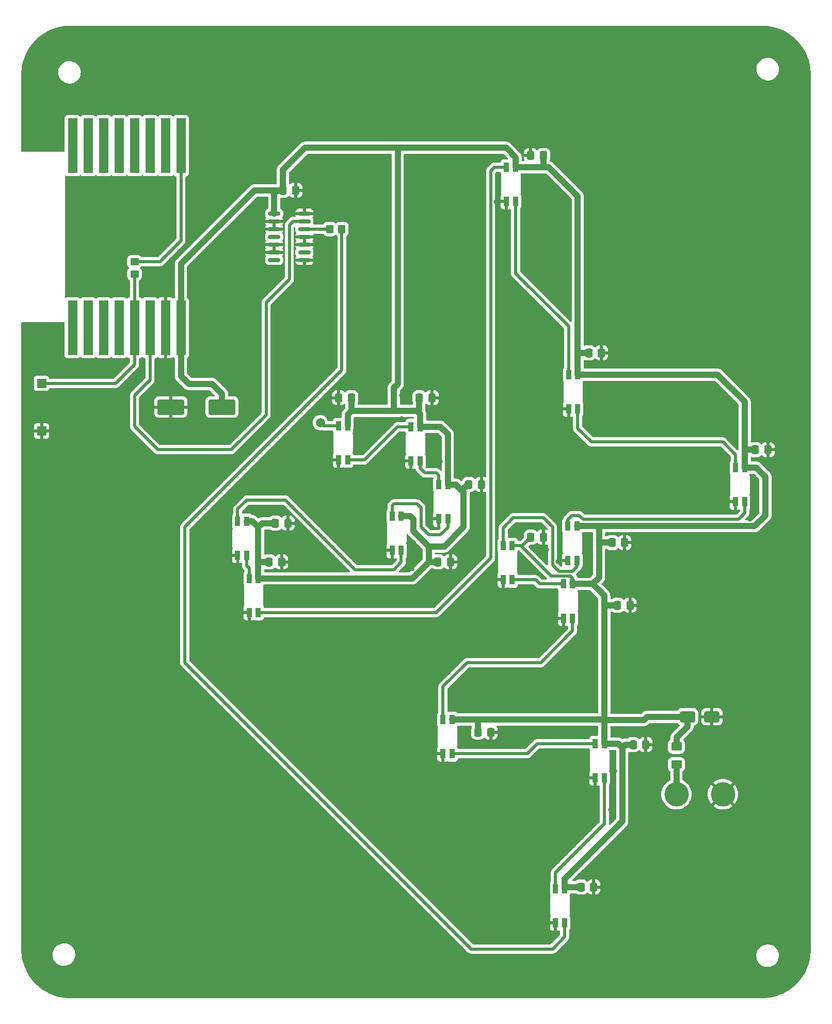
<source format=gbl>
G04 #@! TF.GenerationSoftware,KiCad,Pcbnew,7.0.10*
G04 #@! TF.CreationDate,2024-02-18T18:29:19+01:00*
G04 #@! TF.ProjectId,hackerspacesnl,6861636b-6572-4737-9061-6365736e6c2e,rev?*
G04 #@! TF.SameCoordinates,Original*
G04 #@! TF.FileFunction,Copper,L2,Bot*
G04 #@! TF.FilePolarity,Positive*
%FSLAX46Y46*%
G04 Gerber Fmt 4.6, Leading zero omitted, Abs format (unit mm)*
G04 Created by KiCad (PCBNEW 7.0.10) date 2024-02-18 18:29:19*
%MOMM*%
%LPD*%
G01*
G04 APERTURE LIST*
G04 Aperture macros list*
%AMRoundRect*
0 Rectangle with rounded corners*
0 $1 Rounding radius*
0 $2 $3 $4 $5 $6 $7 $8 $9 X,Y pos of 4 corners*
0 Add a 4 corners polygon primitive as box body*
4,1,4,$2,$3,$4,$5,$6,$7,$8,$9,$2,$3,0*
0 Add four circle primitives for the rounded corners*
1,1,$1+$1,$2,$3*
1,1,$1+$1,$4,$5*
1,1,$1+$1,$6,$7*
1,1,$1+$1,$8,$9*
0 Add four rect primitives between the rounded corners*
20,1,$1+$1,$2,$3,$4,$5,0*
20,1,$1+$1,$4,$5,$6,$7,0*
20,1,$1+$1,$6,$7,$8,$9,0*
20,1,$1+$1,$8,$9,$2,$3,0*%
G04 Aperture macros list end*
G04 #@! TA.AperFunction,SMDPad,CuDef*
%ADD10R,0.820000X1.600000*%
G04 #@! TD*
G04 #@! TA.AperFunction,SMDPad,CuDef*
%ADD11RoundRect,0.250000X-0.337500X-0.475000X0.337500X-0.475000X0.337500X0.475000X-0.337500X0.475000X0*%
G04 #@! TD*
G04 #@! TA.AperFunction,SMDPad,CuDef*
%ADD12RoundRect,0.250001X0.624999X-0.462499X0.624999X0.462499X-0.624999X0.462499X-0.624999X-0.462499X0*%
G04 #@! TD*
G04 #@! TA.AperFunction,SMDPad,CuDef*
%ADD13RoundRect,0.250000X0.450000X-0.350000X0.450000X0.350000X-0.450000X0.350000X-0.450000X-0.350000X0*%
G04 #@! TD*
G04 #@! TA.AperFunction,SMDPad,CuDef*
%ADD14RoundRect,0.250000X1.950000X1.000000X-1.950000X1.000000X-1.950000X-1.000000X1.950000X-1.000000X0*%
G04 #@! TD*
G04 #@! TA.AperFunction,SMDPad,CuDef*
%ADD15RoundRect,0.250000X-0.350000X-0.450000X0.350000X-0.450000X0.350000X0.450000X-0.350000X0.450000X0*%
G04 #@! TD*
G04 #@! TA.AperFunction,SMDPad,CuDef*
%ADD16R,1.500000X1.500000*%
G04 #@! TD*
G04 #@! TA.AperFunction,SMDPad,CuDef*
%ADD17RoundRect,0.150000X0.825000X0.150000X-0.825000X0.150000X-0.825000X-0.150000X0.825000X-0.150000X0*%
G04 #@! TD*
G04 #@! TA.AperFunction,SMDPad,CuDef*
%ADD18C,4.000000*%
G04 #@! TD*
G04 #@! TA.AperFunction,SMDPad,CuDef*
%ADD19R,1.600000X9.000000*%
G04 #@! TD*
G04 #@! TA.AperFunction,SMDPad,CuDef*
%ADD20C,1.500000*%
G04 #@! TD*
G04 #@! TA.AperFunction,SMDPad,CuDef*
%ADD21RoundRect,0.250000X-1.000000X-0.650000X1.000000X-0.650000X1.000000X0.650000X-1.000000X0.650000X0*%
G04 #@! TD*
G04 #@! TA.AperFunction,SMDPad,CuDef*
%ADD22RoundRect,0.250000X0.337500X0.475000X-0.337500X0.475000X-0.337500X-0.475000X0.337500X-0.475000X0*%
G04 #@! TD*
G04 #@! TA.AperFunction,ViaPad*
%ADD23C,0.800000*%
G04 #@! TD*
G04 #@! TA.AperFunction,Conductor*
%ADD24C,1.000000*%
G04 #@! TD*
G04 #@! TA.AperFunction,Conductor*
%ADD25C,0.500000*%
G04 #@! TD*
G04 APERTURE END LIST*
D10*
X94567440Y-109346080D03*
X93067440Y-109346080D03*
X93067440Y-114946080D03*
X94567440Y-114946080D03*
X71108000Y-119539100D03*
X69608000Y-119539100D03*
X69608000Y-125139100D03*
X71108000Y-125139100D03*
X123509100Y-86142400D03*
X122009100Y-86142400D03*
X122009100Y-91742400D03*
X123509100Y-91742400D03*
X123382100Y-110970900D03*
X121882100Y-110970900D03*
X121882100Y-116570900D03*
X123382100Y-116570900D03*
X112764900Y-114158600D03*
X111264900Y-114158600D03*
X111264900Y-119758600D03*
X112764900Y-119758600D03*
X102897000Y-142695500D03*
X101397000Y-142695500D03*
X101397000Y-148295500D03*
X102897000Y-148295500D03*
X97651900Y-94664100D03*
X96151900Y-94664100D03*
X96151900Y-100264100D03*
X97651900Y-100264100D03*
X150889400Y-101370480D03*
X149389400Y-101370480D03*
X149389400Y-106970480D03*
X150889400Y-106970480D03*
X122675080Y-120456040D03*
X121175080Y-120456040D03*
X121175080Y-126056040D03*
X122675080Y-126056040D03*
X121362800Y-170432300D03*
X119862800Y-170432300D03*
X119862800Y-176032300D03*
X121362800Y-176032300D03*
X85777400Y-94499000D03*
X84277400Y-94499000D03*
X84277400Y-100099000D03*
X85777400Y-100099000D03*
X69227500Y-110170800D03*
X67727500Y-110170800D03*
X67727500Y-115770800D03*
X69227500Y-115770800D03*
X102198500Y-104176400D03*
X100698500Y-104176400D03*
X100698500Y-109776400D03*
X102198500Y-109776400D03*
X113309200Y-52093700D03*
X111809200Y-52093700D03*
X111809200Y-57693700D03*
X113309200Y-57693700D03*
X127865200Y-146657900D03*
X126365200Y-146657900D03*
X126365200Y-152257900D03*
X127865200Y-152257900D03*
D11*
X152632500Y-98425000D03*
X154707500Y-98425000D03*
X132588000Y-146812000D03*
X134663000Y-146812000D03*
D12*
X139700000Y-150077500D03*
X139700000Y-147102500D03*
D11*
X115802500Y-112776000D03*
X117877500Y-112776000D03*
X129137500Y-113665000D03*
X131212500Y-113665000D03*
D13*
X50800000Y-69580000D03*
X50800000Y-67580000D03*
D14*
X65160000Y-91440000D03*
X56760000Y-91440000D03*
D11*
X72855000Y-116840000D03*
X74930000Y-116840000D03*
X124057500Y-170180000D03*
X126132500Y-170180000D03*
X75162500Y-55880000D03*
X77237500Y-55880000D03*
X97514500Y-89916000D03*
X99589500Y-89916000D03*
D15*
X82820000Y-62230000D03*
X84820000Y-62230000D03*
D16*
X35560000Y-95340000D03*
X35560000Y-87540000D03*
D17*
X78675000Y-59690000D03*
X78675000Y-60960000D03*
X78675000Y-62230000D03*
X78675000Y-63500000D03*
X78675000Y-64770000D03*
X78675000Y-66040000D03*
X78675000Y-67310000D03*
X73725000Y-67310000D03*
X73725000Y-66040000D03*
X73725000Y-64770000D03*
X73725000Y-63500000D03*
X73725000Y-62230000D03*
X73725000Y-60960000D03*
X73725000Y-59690000D03*
D18*
X139700000Y-154940000D03*
D11*
X105642500Y-104140000D03*
X107717500Y-104140000D03*
D19*
X40640000Y-48570000D03*
X43180000Y-48570000D03*
X45720000Y-48570000D03*
X48260000Y-48570000D03*
X50800000Y-48570000D03*
X53340000Y-48570000D03*
X55880000Y-48570000D03*
X58420000Y-48570000D03*
X58420000Y-78430000D03*
X55880000Y-78430000D03*
X53340000Y-78430000D03*
X50800000Y-78430000D03*
X48260000Y-78430000D03*
X45720000Y-78430000D03*
X43180000Y-78430000D03*
X40640000Y-78430000D03*
D20*
X81280000Y-93980000D03*
D11*
X130005000Y-123952000D03*
X132080000Y-123952000D03*
D21*
X141510000Y-142240000D03*
X145510000Y-142240000D03*
D22*
X117877500Y-50165000D03*
X115802500Y-50165000D03*
D11*
X100562500Y-116840000D03*
X102637500Y-116840000D03*
X73892500Y-110490000D03*
X75967500Y-110490000D03*
D22*
X86381500Y-89916000D03*
X84306500Y-89916000D03*
D11*
X125327500Y-82550000D03*
X127402500Y-82550000D03*
X107166500Y-144780000D03*
X109241500Y-144780000D03*
D18*
X147320000Y-154940000D03*
D23*
X73914000Y-69342000D03*
X116713000Y-110998000D03*
X151765000Y-109855000D03*
X69850000Y-59690000D03*
X99695000Y-148590000D03*
X124460000Y-152400000D03*
X61595000Y-68580000D03*
X41275000Y-55245000D03*
X147320000Y-107315000D03*
X119800000Y-128100000D03*
X73025000Y-53340000D03*
X107600000Y-107000000D03*
X67800000Y-118200000D03*
X135100000Y-148800000D03*
X70400000Y-108200000D03*
X60325000Y-55245000D03*
X114935000Y-68580000D03*
X51435000Y-98425000D03*
X66040000Y-116205000D03*
X56515000Y-55245000D03*
X57150000Y-94615000D03*
X76200000Y-98425000D03*
X125730000Y-144145000D03*
X118745000Y-55245000D03*
X46990000Y-85090000D03*
X130810000Y-116840000D03*
X118000000Y-116000000D03*
X149225000Y-97155000D03*
X72390000Y-108585000D03*
X118110000Y-175260000D03*
X100600000Y-92000000D03*
X114400000Y-121100000D03*
X35560000Y-97155000D03*
X67945000Y-125730000D03*
X40640000Y-89535000D03*
X125730000Y-93980000D03*
X116600000Y-118400000D03*
X105410000Y-114300000D03*
X125730000Y-140970000D03*
X132700000Y-126200000D03*
X64135000Y-59055000D03*
X156300000Y-98400000D03*
X152400000Y-102870000D03*
X118364000Y-114808000D03*
X84200000Y-92000000D03*
X83185000Y-66040000D03*
X91440000Y-114300000D03*
X99060000Y-107315000D03*
X86360000Y-76835000D03*
X104140000Y-102235000D03*
X57150000Y-123825000D03*
X63500000Y-102870000D03*
X48260000Y-71755000D03*
X94615000Y-98425000D03*
X131200000Y-144800000D03*
X120015000Y-91440000D03*
X99700000Y-118600000D03*
X57150000Y-88900000D03*
X134620000Y-155575000D03*
X78486000Y-69342000D03*
X74900000Y-114800000D03*
X130810000Y-83820000D03*
X41275000Y-71755000D03*
X96520000Y-113665000D03*
X125730000Y-52070000D03*
X120300000Y-110500000D03*
X121920000Y-75565000D03*
X120280000Y-116801852D03*
X74295000Y-81915000D03*
X77470000Y-123190000D03*
X82550000Y-84455000D03*
X88900000Y-96520000D03*
X153035000Y-86360000D03*
X68580000Y-146050000D03*
X125095000Y-118745000D03*
X132900000Y-113600000D03*
X62865000Y-131445000D03*
X71120000Y-143510000D03*
X96520000Y-50800000D03*
X99060000Y-176530000D03*
X91440000Y-50800000D03*
X94615000Y-89535000D03*
X157480000Y-106680000D03*
X100965000Y-100330000D03*
X109855000Y-121285000D03*
X53340000Y-69215000D03*
X124500000Y-148000000D03*
X114400000Y-49000000D03*
X49530000Y-91440000D03*
X99695000Y-168910000D03*
X92075000Y-46355000D03*
X102870000Y-140970000D03*
X89535000Y-89535000D03*
X83820000Y-117475000D03*
X96300000Y-118000000D03*
X110236000Y-146304000D03*
X55880000Y-73025000D03*
X75100000Y-108500000D03*
X111900000Y-59600000D03*
X128905000Y-157480000D03*
X109220000Y-50800000D03*
X55880000Y-83820000D03*
X53340000Y-91440000D03*
X132600000Y-121900000D03*
X120650000Y-79375000D03*
X107900000Y-102300000D03*
X119380000Y-126365000D03*
X79375000Y-57785000D03*
X129540000Y-151130000D03*
X94615000Y-93345000D03*
X110120000Y-57785000D03*
X82550000Y-100330000D03*
X125500000Y-168000000D03*
X126365000Y-125730000D03*
X96100000Y-102300000D03*
D24*
X73725000Y-59690000D02*
X73725000Y-56450000D01*
X58420000Y-67945000D02*
X70485000Y-55880000D01*
X154305000Y-109220000D02*
X152554100Y-110970900D01*
X102198500Y-95885000D02*
X100977600Y-94664100D01*
X93345000Y-92075000D02*
X97155000Y-92075000D01*
X63500000Y-87630000D02*
X65160000Y-89290000D01*
X86381500Y-92053500D02*
X86360000Y-92075000D01*
X127865200Y-146657900D02*
X127865200Y-142875000D01*
X150889400Y-98425000D02*
X150889400Y-101370480D01*
X127865200Y-123952000D02*
X127865200Y-122397280D01*
X104775000Y-111125000D02*
X104775000Y-105410000D01*
X72855000Y-116840000D02*
X71108000Y-116840000D01*
X99060000Y-114300000D02*
X101600000Y-114300000D01*
X58420000Y-86360000D02*
X59690000Y-87630000D01*
X58420000Y-78430000D02*
X58420000Y-67945000D01*
X107166500Y-144780000D02*
X107166500Y-142717000D01*
X127865200Y-142875000D02*
X127865200Y-123952000D01*
X71108000Y-111113000D02*
X70165800Y-110170800D01*
X105642500Y-104140000D02*
X105410000Y-104140000D01*
X113309200Y-52093700D02*
X113309200Y-50444200D01*
X94567440Y-109346080D02*
X96011080Y-109346080D01*
X130810000Y-151384000D02*
X130810000Y-147320000D01*
X130147900Y-146657900D02*
X127865200Y-146657900D01*
X150889400Y-101370480D02*
X152805480Y-101370480D01*
X73725000Y-56450000D02*
X74295000Y-55880000D01*
X102198500Y-104176400D02*
X102198500Y-95885000D01*
X117877500Y-51691200D02*
X117475000Y-52093700D01*
X75162500Y-52472500D02*
X75162500Y-55880000D01*
X86381500Y-89916000D02*
X86381500Y-92053500D01*
X85777400Y-92657600D02*
X86360000Y-92075000D01*
X86360000Y-92075000D02*
X93345000Y-92075000D01*
X125923960Y-120456040D02*
X122675080Y-120456040D01*
X93980000Y-87630000D02*
X93980000Y-48895000D01*
X59690000Y-87630000D02*
X63500000Y-87630000D01*
X97790000Y-113030000D02*
X99060000Y-114300000D01*
X85777400Y-94499000D02*
X85777400Y-92657600D01*
X150889400Y-98425000D02*
X152632500Y-98425000D01*
X97155000Y-92075000D02*
X97651900Y-92571900D01*
D25*
X114158600Y-114158600D02*
X114419900Y-114158600D01*
D24*
X102897000Y-142695500D02*
X107188000Y-142695500D01*
X97651900Y-92571900D02*
X97651900Y-94664100D01*
X65160000Y-89290000D02*
X65160000Y-91440000D01*
X123509100Y-86142400D02*
X146467400Y-86142400D01*
X124057500Y-170180000D02*
X121615100Y-170180000D01*
X127865200Y-122397280D02*
X125923960Y-120456040D01*
D25*
X112764900Y-114158600D02*
X114158600Y-114158600D01*
D24*
X130810000Y-159385000D02*
X130810000Y-151384000D01*
X134366000Y-142748000D02*
X134874000Y-142240000D01*
D25*
X119126000Y-119126000D02*
X122301000Y-119126000D01*
D24*
X134874000Y-142240000D02*
X141510000Y-142240000D01*
X118768700Y-52093700D02*
X123509100Y-56834100D01*
X113309200Y-52093700D02*
X117475000Y-52093700D01*
X121615100Y-170180000D02*
X121362800Y-170432300D01*
X139700000Y-145685000D02*
X141510000Y-143875000D01*
X123509100Y-56834100D02*
X123509100Y-82550000D01*
X129137500Y-113665000D02*
X127000000Y-113665000D01*
X127000000Y-113665000D02*
X127000000Y-119380000D01*
X107188000Y-142695500D02*
X127685700Y-142695500D01*
X96360900Y-119539100D02*
X99060000Y-116840000D01*
X154305000Y-102870000D02*
X154305000Y-109220000D01*
D25*
X122675080Y-119500080D02*
X122675080Y-120456040D01*
D24*
X93345000Y-88265000D02*
X93980000Y-87630000D01*
X71108000Y-119539100D02*
X71108000Y-116840000D01*
X96520000Y-111760000D02*
X97790000Y-113030000D01*
X121362800Y-168832200D02*
X130810000Y-159385000D01*
X71108000Y-119539100D02*
X96360900Y-119539100D01*
X107166500Y-142717000D02*
X107188000Y-142695500D01*
X93345000Y-92075000D02*
X93345000Y-88265000D01*
X130810000Y-147320000D02*
X130147900Y-146657900D01*
X104775000Y-105410000D02*
X104457500Y-105092500D01*
X101600000Y-114300000D02*
X104775000Y-111125000D01*
X127738200Y-142748000D02*
X134366000Y-142748000D01*
X103541400Y-104176400D02*
X102198500Y-104176400D01*
X123509100Y-82550000D02*
X123509100Y-86142400D01*
X125327500Y-82550000D02*
X123509100Y-82550000D01*
X74295000Y-55880000D02*
X75162500Y-55880000D01*
X96520000Y-109855000D02*
X96520000Y-111760000D01*
X141510000Y-143875000D02*
X141510000Y-142240000D01*
X127685700Y-142695500D02*
X127738200Y-142748000D01*
X78740000Y-48895000D02*
X75162500Y-52472500D01*
X97155000Y-92075000D02*
X97514500Y-91715500D01*
D25*
X114158600Y-114158600D02*
X119126000Y-119126000D01*
D24*
X127000000Y-110970900D02*
X127000000Y-113665000D01*
X70485000Y-55880000D02*
X75162500Y-55880000D01*
X105410000Y-104140000D02*
X104457500Y-105092500D01*
X71731000Y-110490000D02*
X71108000Y-111113000D01*
X104457500Y-105092500D02*
X103541400Y-104176400D01*
X152805480Y-101370480D02*
X154305000Y-102870000D01*
X130810000Y-147320000D02*
X131318000Y-146812000D01*
D25*
X122301000Y-119126000D02*
X122675080Y-119500080D01*
D24*
X111760000Y-48895000D02*
X93980000Y-48895000D01*
X58420000Y-78430000D02*
X58420000Y-86360000D01*
X117877500Y-50165000D02*
X117877500Y-51691200D01*
X93980000Y-48895000D02*
X78740000Y-48895000D01*
X130005000Y-123952000D02*
X127865200Y-123952000D01*
X100977600Y-94664100D02*
X97651900Y-94664100D01*
X117475000Y-52093700D02*
X118768700Y-52093700D01*
X113309200Y-50444200D02*
X111760000Y-48895000D01*
X146467400Y-86142400D02*
X150889400Y-90564400D01*
X121362800Y-170432300D02*
X121362800Y-168832200D01*
X150889400Y-90564400D02*
X150889400Y-98425000D01*
X127000000Y-119380000D02*
X125923960Y-120456040D01*
X96011080Y-109346080D02*
X96520000Y-109855000D01*
X73892500Y-110490000D02*
X71731000Y-110490000D01*
X127685700Y-142695500D02*
X127865200Y-142875000D01*
X99060000Y-116840000D02*
X99060000Y-114300000D01*
X152554100Y-110970900D02*
X123382100Y-110970900D01*
X131318000Y-146812000D02*
X132588000Y-146812000D01*
X97514500Y-91715500D02*
X97514500Y-89916000D01*
X100562500Y-116840000D02*
X99060000Y-116840000D01*
X71108000Y-116840000D02*
X71108000Y-111113000D01*
D25*
X114419900Y-114158600D02*
X115802500Y-112776000D01*
D24*
X139700000Y-147102500D02*
X139700000Y-145685000D01*
X70165800Y-110170800D02*
X69227500Y-110170800D01*
D25*
X58420000Y-64135000D02*
X58420000Y-48570000D01*
X50800000Y-67580000D02*
X54975000Y-67580000D01*
X54975000Y-67580000D02*
X58420000Y-64135000D01*
X76200000Y-61595000D02*
X76835000Y-60960000D01*
X50800000Y-94615000D02*
X54610000Y-98425000D01*
X53340000Y-86995000D02*
X50800000Y-89535000D01*
X50800000Y-89535000D02*
X50800000Y-94615000D01*
X76835000Y-60960000D02*
X78675000Y-60960000D01*
X72390000Y-74295000D02*
X76200000Y-70485000D01*
X72390000Y-92710000D02*
X72390000Y-74295000D01*
X53340000Y-78430000D02*
X53340000Y-86995000D01*
X54610000Y-98425000D02*
X66675000Y-98425000D01*
X66675000Y-98425000D02*
X72390000Y-92710000D01*
X76200000Y-70485000D02*
X76200000Y-61595000D01*
X119380000Y-180340000D02*
X121362800Y-178357200D01*
X121362800Y-178357200D02*
X121362800Y-176032300D01*
X59055000Y-111125000D02*
X59055000Y-133350000D01*
X84820000Y-62230000D02*
X84820000Y-85360000D01*
X106045000Y-180340000D02*
X119380000Y-180340000D01*
X59055000Y-133350000D02*
X106045000Y-180340000D01*
X84820000Y-85360000D02*
X59055000Y-111125000D01*
X99060000Y-112395000D02*
X100965000Y-112395000D01*
X93345000Y-107315000D02*
X97155000Y-107315000D01*
X97155000Y-107315000D02*
X97790000Y-107950000D01*
X93067440Y-109346080D02*
X93067440Y-107592560D01*
X93067440Y-107592560D02*
X93345000Y-107315000D01*
X100965000Y-112395000D02*
X102198500Y-111161500D01*
X97790000Y-107950000D02*
X97790000Y-111125000D01*
X102198500Y-111161500D02*
X102198500Y-109776400D01*
X97790000Y-111125000D02*
X99060000Y-112395000D01*
X98425000Y-102235000D02*
X97651900Y-101461900D01*
X100698500Y-102603500D02*
X100330000Y-102235000D01*
X100330000Y-102235000D02*
X98425000Y-102235000D01*
X100698500Y-104176400D02*
X100698500Y-102603500D01*
X97651900Y-101461900D02*
X97651900Y-100264100D01*
X109855000Y-52070000D02*
X109220000Y-52705000D01*
X109878700Y-52093700D02*
X109855000Y-52070000D01*
X109220000Y-52705000D02*
X109220000Y-116205000D01*
X109220000Y-116205000D02*
X100285900Y-125139100D01*
X100285900Y-125139100D02*
X71108000Y-125139100D01*
X111809200Y-52093700D02*
X109878700Y-52093700D01*
X35560000Y-87540000D02*
X47715000Y-87540000D01*
X50800000Y-84455000D02*
X50800000Y-78430000D01*
X50800000Y-78430000D02*
X50800000Y-69580000D01*
X47715000Y-87540000D02*
X50800000Y-84455000D01*
X69608000Y-119539100D02*
X69608000Y-117868000D01*
X69227500Y-117462500D02*
X69227500Y-115770800D01*
X69215000Y-117475000D02*
X69227500Y-117462500D01*
X69608000Y-117868000D02*
X69215000Y-117475000D01*
X119862800Y-170432300D02*
X119862800Y-167792200D01*
X127865200Y-159789800D02*
X127865200Y-152257900D01*
X119862800Y-167792200D02*
X127865200Y-159789800D01*
X75565000Y-106680000D02*
X86995000Y-118110000D01*
X67727500Y-110170800D02*
X67727500Y-108167500D01*
X69215000Y-106680000D02*
X75565000Y-106680000D01*
X93345000Y-118110000D02*
X94567440Y-116887560D01*
X94567440Y-116887560D02*
X94567440Y-114946080D01*
X67727500Y-108167500D02*
X69215000Y-106680000D01*
X86995000Y-118110000D02*
X93345000Y-118110000D01*
X101397000Y-137294250D02*
X105341250Y-133350000D01*
X122675080Y-128149920D02*
X122675080Y-126056040D01*
X101397000Y-142695500D02*
X101397000Y-137294250D01*
X117475000Y-133350000D02*
X122675080Y-128149920D01*
X105341250Y-133350000D02*
X117475000Y-133350000D01*
X115229500Y-148295500D02*
X116867100Y-146657900D01*
X116867100Y-146657900D02*
X126365200Y-146657900D01*
X102897000Y-148295500D02*
X115229500Y-148295500D01*
X116583600Y-119758600D02*
X112764900Y-119758600D01*
X117281040Y-120456040D02*
X116583600Y-119758600D01*
X121175080Y-120456040D02*
X117281040Y-120456040D01*
X117856000Y-109601000D02*
X112903000Y-109601000D01*
X123382100Y-117628800D02*
X122646900Y-118364000D01*
X122646900Y-118364000D02*
X120396000Y-118364000D01*
X111264900Y-111239100D02*
X111264900Y-114158600D01*
X112903000Y-109601000D02*
X111264900Y-111239100D01*
X119380000Y-117348000D02*
X119380000Y-111125000D01*
X119380000Y-111125000D02*
X117856000Y-109601000D01*
X120396000Y-118364000D02*
X119380000Y-117348000D01*
X123382100Y-116570900D02*
X123382100Y-117628800D01*
X121882100Y-110970900D02*
X121882100Y-109892900D01*
X149860000Y-109855000D02*
X150889400Y-108825600D01*
X123741200Y-109220000D02*
X124376200Y-109855000D01*
X121882100Y-109892900D02*
X122555000Y-109220000D01*
X124376200Y-109855000D02*
X149860000Y-109855000D01*
X150889400Y-108825600D02*
X150889400Y-106970480D01*
X122555000Y-109220000D02*
X123741200Y-109220000D01*
X149389400Y-99224400D02*
X147320000Y-97155000D01*
X149389400Y-101370480D02*
X149389400Y-99224400D01*
X123509100Y-94934100D02*
X123509100Y-91742400D01*
X125730000Y-97155000D02*
X123509100Y-94934100D01*
X147320000Y-97155000D02*
X125730000Y-97155000D01*
X113309200Y-69494200D02*
X113309200Y-57693700D01*
X122009100Y-86142400D02*
X122009100Y-78194100D01*
X122009100Y-78194100D02*
X113309200Y-69494200D01*
X88496000Y-100099000D02*
X85777400Y-100099000D01*
X93930900Y-94664100D02*
X88496000Y-100099000D01*
X96151900Y-94664100D02*
X93930900Y-94664100D01*
X78675000Y-62230000D02*
X82820000Y-62230000D01*
D24*
X139700000Y-154940000D02*
X139700000Y-150077500D01*
D25*
X81280000Y-93980000D02*
X81799000Y-94499000D01*
X81799000Y-94499000D02*
X84277400Y-94499000D01*
G04 #@! TA.AperFunction,Conductor*
G36*
X153772680Y-28885816D02*
G01*
X154179296Y-28896037D01*
X154185486Y-28896348D01*
X154585040Y-28926564D01*
X154591197Y-28927185D01*
X154984766Y-28976944D01*
X154990899Y-28977876D01*
X155378029Y-29046696D01*
X155384033Y-29047918D01*
X155764235Y-29135307D01*
X155770165Y-29136827D01*
X156066967Y-29220799D01*
X156142916Y-29242288D01*
X156148786Y-29244107D01*
X156221313Y-29268567D01*
X156513651Y-29367163D01*
X156519365Y-29369249D01*
X156875890Y-29509428D01*
X156881497Y-29511793D01*
X157229122Y-29668576D01*
X157234578Y-29671198D01*
X157572903Y-29844138D01*
X157578188Y-29847004D01*
X157906698Y-30035602D01*
X157911815Y-30038707D01*
X158230072Y-30242506D01*
X158235013Y-30245841D01*
X158542422Y-30464290D01*
X158547177Y-30467843D01*
X158752517Y-30629158D01*
X158843357Y-30700523D01*
X158847946Y-30704310D01*
X159132333Y-30950677D01*
X159136730Y-30954674D01*
X159408889Y-31214288D01*
X159413087Y-31218489D01*
X159672513Y-31490846D01*
X159676506Y-31495244D01*
X159922700Y-31779839D01*
X159926482Y-31784430D01*
X160158983Y-32080808D01*
X160162548Y-32085585D01*
X160380837Y-32393214D01*
X160384178Y-32398171D01*
X160587808Y-32716620D01*
X160590917Y-32721750D01*
X160779399Y-33050534D01*
X160782266Y-33055831D01*
X160955056Y-33394349D01*
X160957675Y-33399804D01*
X161114355Y-33747703D01*
X161116715Y-33753305D01*
X161256793Y-34110088D01*
X161258885Y-34115828D01*
X161381855Y-34480959D01*
X161383669Y-34486824D01*
X161489047Y-34859824D01*
X161490576Y-34865798D01*
X161577891Y-35246234D01*
X161579124Y-35252299D01*
X161647888Y-35639675D01*
X161648820Y-35645816D01*
X161698538Y-36039627D01*
X161699163Y-36045821D01*
X161729357Y-36445649D01*
X161729670Y-36451876D01*
X161739883Y-36858768D01*
X161739922Y-36861879D01*
X161739922Y-180409714D01*
X161739883Y-180412825D01*
X161729670Y-180819716D01*
X161729357Y-180825943D01*
X161699163Y-181225770D01*
X161698538Y-181231963D01*
X161648820Y-181625777D01*
X161647888Y-181631919D01*
X161579124Y-182019293D01*
X161577891Y-182025358D01*
X161490576Y-182405795D01*
X161489047Y-182411769D01*
X161383669Y-182784768D01*
X161381855Y-182790633D01*
X161258883Y-183155771D01*
X161256791Y-183161511D01*
X161116718Y-183518281D01*
X161114358Y-183523883D01*
X160957675Y-183871788D01*
X160955056Y-183877243D01*
X160782266Y-184215761D01*
X160779399Y-184221058D01*
X160590917Y-184549842D01*
X160587808Y-184554972D01*
X160384196Y-184873393D01*
X160380856Y-184878350D01*
X160162532Y-185186032D01*
X160158966Y-185190810D01*
X159926482Y-185487163D01*
X159922700Y-185491753D01*
X159676506Y-185776348D01*
X159672513Y-185780746D01*
X159413087Y-186053103D01*
X159408889Y-186057304D01*
X159136751Y-186316897D01*
X159132355Y-186320894D01*
X158847936Y-186567291D01*
X158843346Y-186571078D01*
X158547188Y-186803741D01*
X158542412Y-186807310D01*
X158235021Y-187025745D01*
X158230063Y-187029092D01*
X157911824Y-187232880D01*
X157906692Y-187235993D01*
X157578187Y-187424587D01*
X157572888Y-187427461D01*
X157234580Y-187600392D01*
X157229122Y-187603015D01*
X156881497Y-187759798D01*
X156875890Y-187762163D01*
X156519365Y-187902342D01*
X156513620Y-187904439D01*
X156148800Y-188027480D01*
X156142929Y-188029300D01*
X155770176Y-188134760D01*
X155764196Y-188136292D01*
X155384068Y-188223664D01*
X155377994Y-188224901D01*
X154990910Y-188293712D01*
X154984761Y-188294647D01*
X154591216Y-188344403D01*
X154585012Y-188345029D01*
X154185510Y-188375240D01*
X154179276Y-188375554D01*
X153772680Y-188385776D01*
X153769564Y-188385815D01*
X40210220Y-188385815D01*
X40207104Y-188385776D01*
X39800509Y-188375554D01*
X39794275Y-188375240D01*
X39394771Y-188345029D01*
X39388567Y-188344403D01*
X38995025Y-188294647D01*
X38988876Y-188293712D01*
X38710181Y-188244169D01*
X38601785Y-188224900D01*
X38595720Y-188223665D01*
X38475052Y-188195929D01*
X38215587Y-188136292D01*
X38209607Y-188134760D01*
X37836855Y-188029300D01*
X37830984Y-188027480D01*
X37677009Y-187975549D01*
X37466156Y-187904436D01*
X37460419Y-187902342D01*
X37103887Y-187762160D01*
X37098280Y-187759795D01*
X36750687Y-187603027D01*
X36745229Y-187600404D01*
X36406888Y-187427457D01*
X36401588Y-187424583D01*
X36073074Y-187235983D01*
X36067960Y-187232880D01*
X35935196Y-187147863D01*
X35749755Y-187029113D01*
X35744798Y-187025768D01*
X35437346Y-186807291D01*
X35432570Y-186803721D01*
X35136430Y-186571071D01*
X35131840Y-186567283D01*
X34847443Y-186320904D01*
X34843047Y-186316908D01*
X34843035Y-186316897D01*
X34570895Y-186057302D01*
X34566699Y-186053103D01*
X34307273Y-185780746D01*
X34303280Y-185776348D01*
X34057075Y-185491741D01*
X34053293Y-185487150D01*
X33820804Y-185190786D01*
X33817239Y-185186009D01*
X33598930Y-184878350D01*
X33595624Y-184873445D01*
X33391972Y-184554961D01*
X33388865Y-184549833D01*
X33200389Y-184221058D01*
X33197522Y-184215762D01*
X33024724Y-183877226D01*
X33022105Y-183871771D01*
X32865426Y-183523874D01*
X32863066Y-183518272D01*
X32723001Y-183161522D01*
X32720909Y-183155782D01*
X32704525Y-183107134D01*
X32597925Y-182790610D01*
X32596126Y-182784793D01*
X32490739Y-182411760D01*
X32489227Y-182405852D01*
X32401891Y-182025339D01*
X32400666Y-182019309D01*
X32400663Y-182019293D01*
X32331895Y-181631887D01*
X32330971Y-181625803D01*
X32291996Y-181317083D01*
X37368467Y-181317083D01*
X37398093Y-181586333D01*
X37398095Y-181586344D01*
X37466606Y-181848402D01*
X37466608Y-181848408D01*
X37572550Y-182097710D01*
X37644678Y-182215895D01*
X37713659Y-182328925D01*
X37713666Y-182328935D01*
X37886933Y-182537139D01*
X37886939Y-182537144D01*
X38088678Y-182717902D01*
X38314590Y-182867364D01*
X38559856Y-182982340D01*
X38559863Y-182982342D01*
X38559865Y-182982343D01*
X38819237Y-183060377D01*
X38819244Y-183060378D01*
X38819249Y-183060380D01*
X39087241Y-183099820D01*
X39087246Y-183099820D01*
X39290309Y-183099820D01*
X39290311Y-183099820D01*
X39290316Y-183099819D01*
X39290328Y-183099819D01*
X39327871Y-183097070D01*
X39492836Y-183084997D01*
X39605438Y-183059913D01*
X39757226Y-183026102D01*
X39757228Y-183026101D01*
X39757233Y-183026100D01*
X40010238Y-182929334D01*
X40246457Y-182796761D01*
X40460857Y-182631208D01*
X40648866Y-182436201D01*
X40806479Y-182215899D01*
X40905842Y-182022637D01*
X40930329Y-181975010D01*
X40930331Y-181975004D01*
X40930336Y-181974995D01*
X41017798Y-181718625D01*
X41059125Y-181494883D01*
X152796227Y-181494883D01*
X152825853Y-181764133D01*
X152825855Y-181764144D01*
X152894150Y-182025375D01*
X152894368Y-182026208D01*
X153000310Y-182275510D01*
X153081805Y-182409044D01*
X153141419Y-182506725D01*
X153141426Y-182506735D01*
X153314693Y-182714939D01*
X153314699Y-182714944D01*
X153399175Y-182790634D01*
X153516438Y-182895702D01*
X153742350Y-183045164D01*
X153987616Y-183160140D01*
X153987623Y-183160142D01*
X153987625Y-183160143D01*
X154246997Y-183238177D01*
X154247004Y-183238178D01*
X154247009Y-183238180D01*
X154515001Y-183277620D01*
X154515006Y-183277620D01*
X154718069Y-183277620D01*
X154718071Y-183277620D01*
X154718076Y-183277619D01*
X154718088Y-183277619D01*
X154755631Y-183274870D01*
X154920596Y-183262797D01*
X155033198Y-183237713D01*
X155184986Y-183203902D01*
X155184988Y-183203901D01*
X155184993Y-183203900D01*
X155437998Y-183107134D01*
X155674217Y-182974561D01*
X155888617Y-182809008D01*
X156076626Y-182614001D01*
X156234239Y-182393699D01*
X156325654Y-182215895D01*
X156358089Y-182152810D01*
X156358091Y-182152804D01*
X156358096Y-182152795D01*
X156445558Y-181896425D01*
X156494759Y-181630053D01*
X156504652Y-181359355D01*
X156475026Y-181090102D01*
X156406512Y-180828032D01*
X156300570Y-180578730D01*
X156159458Y-180347510D01*
X156105557Y-180282741D01*
X155986186Y-180139300D01*
X155986180Y-180139295D01*
X155784442Y-179958538D01*
X155558532Y-179809077D01*
X155558530Y-179809076D01*
X155313264Y-179694100D01*
X155313259Y-179694098D01*
X155313254Y-179694096D01*
X155053882Y-179616062D01*
X155053868Y-179616059D01*
X154938231Y-179599041D01*
X154785879Y-179576620D01*
X154582809Y-179576620D01*
X154582791Y-179576620D01*
X154380284Y-179591443D01*
X154380271Y-179591445D01*
X154115893Y-179650337D01*
X154115886Y-179650340D01*
X153862879Y-179747107D01*
X153626666Y-179879677D01*
X153412262Y-180045232D01*
X153224262Y-180240229D01*
X153224256Y-180240236D01*
X153066642Y-180460539D01*
X153066639Y-180460544D01*
X152942790Y-180701429D01*
X152942783Y-180701447D01*
X152855324Y-180957805D01*
X152855321Y-180957819D01*
X152837817Y-181052587D01*
X152813996Y-181181555D01*
X152806121Y-181224188D01*
X152806120Y-181224195D01*
X152796227Y-181494883D01*
X41059125Y-181494883D01*
X41066999Y-181452253D01*
X41076892Y-181181555D01*
X41047266Y-180912302D01*
X40978752Y-180650232D01*
X40872810Y-180400930D01*
X40731698Y-180169710D01*
X40642427Y-180062439D01*
X40558426Y-179961500D01*
X40558420Y-179961495D01*
X40356682Y-179780738D01*
X40130772Y-179631277D01*
X40130770Y-179631276D01*
X39885504Y-179516300D01*
X39885499Y-179516298D01*
X39885494Y-179516296D01*
X39626122Y-179438262D01*
X39626108Y-179438259D01*
X39510471Y-179421241D01*
X39358119Y-179398820D01*
X39155049Y-179398820D01*
X39155031Y-179398820D01*
X38952524Y-179413643D01*
X38952511Y-179413645D01*
X38688133Y-179472537D01*
X38688126Y-179472540D01*
X38435119Y-179569307D01*
X38198906Y-179701877D01*
X37984502Y-179867432D01*
X37796502Y-180062429D01*
X37796496Y-180062436D01*
X37638882Y-180282739D01*
X37638879Y-180282744D01*
X37515030Y-180523629D01*
X37515023Y-180523647D01*
X37427564Y-180780005D01*
X37427561Y-180780019D01*
X37406535Y-180893852D01*
X37382900Y-181021816D01*
X37378361Y-181046388D01*
X37378360Y-181046395D01*
X37368467Y-181317083D01*
X32291996Y-181317083D01*
X32281249Y-181231953D01*
X32280625Y-181225769D01*
X32280506Y-181224187D01*
X32250430Y-180825914D01*
X32250120Y-180819745D01*
X32239907Y-180412825D01*
X32239868Y-180409714D01*
X32239868Y-95590000D01*
X34310000Y-95590000D01*
X34310000Y-96137844D01*
X34316401Y-96197372D01*
X34316403Y-96197379D01*
X34366645Y-96332086D01*
X34366649Y-96332093D01*
X34452809Y-96447187D01*
X34452812Y-96447190D01*
X34567906Y-96533350D01*
X34567913Y-96533354D01*
X34702620Y-96583596D01*
X34702627Y-96583598D01*
X34762155Y-96589999D01*
X34762172Y-96590000D01*
X35310000Y-96590000D01*
X35310000Y-95590000D01*
X35810000Y-95590000D01*
X35810000Y-96590000D01*
X36357828Y-96590000D01*
X36357844Y-96589999D01*
X36417372Y-96583598D01*
X36417379Y-96583596D01*
X36552086Y-96533354D01*
X36552093Y-96533350D01*
X36667187Y-96447190D01*
X36667190Y-96447187D01*
X36753350Y-96332093D01*
X36753354Y-96332086D01*
X36803596Y-96197379D01*
X36803598Y-96197372D01*
X36809999Y-96137844D01*
X36810000Y-96137827D01*
X36810000Y-95590000D01*
X35810000Y-95590000D01*
X35310000Y-95590000D01*
X34310000Y-95590000D01*
X32239868Y-95590000D01*
X32239868Y-95090000D01*
X34310000Y-95090000D01*
X35310000Y-95090000D01*
X35310000Y-94090000D01*
X35810000Y-94090000D01*
X35810000Y-95090000D01*
X36810000Y-95090000D01*
X36810000Y-94542172D01*
X36809999Y-94542155D01*
X36803598Y-94482627D01*
X36803596Y-94482620D01*
X36753354Y-94347913D01*
X36753350Y-94347906D01*
X36667190Y-94232812D01*
X36667187Y-94232809D01*
X36552093Y-94146649D01*
X36552086Y-94146645D01*
X36417379Y-94096403D01*
X36417372Y-94096401D01*
X36357844Y-94090000D01*
X35810000Y-94090000D01*
X35310000Y-94090000D01*
X34762155Y-94090000D01*
X34702627Y-94096401D01*
X34702620Y-94096403D01*
X34567913Y-94146645D01*
X34567906Y-94146649D01*
X34452812Y-94232809D01*
X34452809Y-94232812D01*
X34366649Y-94347906D01*
X34366645Y-94347913D01*
X34316403Y-94482620D01*
X34316401Y-94482627D01*
X34310000Y-94542155D01*
X34310000Y-95090000D01*
X32239868Y-95090000D01*
X32239868Y-77594000D01*
X32259553Y-77526961D01*
X32312357Y-77481206D01*
X32363868Y-77470000D01*
X39215500Y-77470000D01*
X39282539Y-77489685D01*
X39328294Y-77542489D01*
X39339500Y-77594000D01*
X39339500Y-82977870D01*
X39339501Y-82977876D01*
X39345908Y-83037483D01*
X39396202Y-83172328D01*
X39396206Y-83172335D01*
X39482452Y-83287544D01*
X39482455Y-83287547D01*
X39597664Y-83373793D01*
X39597671Y-83373797D01*
X39732517Y-83424091D01*
X39732516Y-83424091D01*
X39739444Y-83424835D01*
X39792127Y-83430500D01*
X41487872Y-83430499D01*
X41547483Y-83424091D01*
X41682331Y-83373796D01*
X41797546Y-83287546D01*
X41810733Y-83269929D01*
X41866666Y-83228058D01*
X41936358Y-83223074D01*
X41997681Y-83256558D01*
X42009264Y-83269927D01*
X42022188Y-83287191D01*
X42022454Y-83287546D01*
X42022455Y-83287547D01*
X42137664Y-83373793D01*
X42137671Y-83373797D01*
X42272517Y-83424091D01*
X42272516Y-83424091D01*
X42279444Y-83424835D01*
X42332127Y-83430500D01*
X44027872Y-83430499D01*
X44087483Y-83424091D01*
X44222331Y-83373796D01*
X44337546Y-83287546D01*
X44350733Y-83269929D01*
X44406666Y-83228058D01*
X44476358Y-83223074D01*
X44537681Y-83256558D01*
X44549264Y-83269927D01*
X44562188Y-83287191D01*
X44562454Y-83287546D01*
X44562455Y-83287547D01*
X44677664Y-83373793D01*
X44677671Y-83373797D01*
X44812517Y-83424091D01*
X44812516Y-83424091D01*
X44819444Y-83424835D01*
X44872127Y-83430500D01*
X46567872Y-83430499D01*
X46627483Y-83424091D01*
X46762331Y-83373796D01*
X46877546Y-83287546D01*
X46890733Y-83269929D01*
X46946666Y-83228058D01*
X47016358Y-83223074D01*
X47077681Y-83256558D01*
X47089264Y-83269927D01*
X47102188Y-83287191D01*
X47102454Y-83287546D01*
X47102455Y-83287547D01*
X47217664Y-83373793D01*
X47217671Y-83373797D01*
X47352517Y-83424091D01*
X47352516Y-83424091D01*
X47359444Y-83424835D01*
X47412127Y-83430500D01*
X49107872Y-83430499D01*
X49167483Y-83424091D01*
X49302331Y-83373796D01*
X49417546Y-83287546D01*
X49430733Y-83269929D01*
X49486666Y-83228058D01*
X49556358Y-83223074D01*
X49617681Y-83256558D01*
X49629264Y-83269927D01*
X49642188Y-83287191D01*
X49642454Y-83287546D01*
X49642455Y-83287547D01*
X49757664Y-83373793D01*
X49757671Y-83373797D01*
X49892516Y-83424091D01*
X49938757Y-83429063D01*
X50003307Y-83455801D01*
X50043155Y-83513194D01*
X50049500Y-83552352D01*
X50049500Y-84092770D01*
X50029815Y-84159809D01*
X50013181Y-84180451D01*
X47440451Y-86753181D01*
X47379128Y-86786666D01*
X47352770Y-86789500D01*
X36926977Y-86789500D01*
X36859938Y-86769815D01*
X36814183Y-86717011D01*
X36806733Y-86689865D01*
X36805876Y-86690068D01*
X36804092Y-86682520D01*
X36753797Y-86547671D01*
X36753793Y-86547664D01*
X36667547Y-86432455D01*
X36667544Y-86432452D01*
X36552335Y-86346206D01*
X36552328Y-86346202D01*
X36417482Y-86295908D01*
X36417483Y-86295908D01*
X36357883Y-86289501D01*
X36357881Y-86289500D01*
X36357873Y-86289500D01*
X36357864Y-86289500D01*
X34762129Y-86289500D01*
X34762123Y-86289501D01*
X34702516Y-86295908D01*
X34567671Y-86346202D01*
X34567664Y-86346206D01*
X34452455Y-86432452D01*
X34452452Y-86432455D01*
X34366206Y-86547664D01*
X34366202Y-86547671D01*
X34315908Y-86682517D01*
X34309501Y-86742116D01*
X34309500Y-86742135D01*
X34309500Y-88337870D01*
X34309501Y-88337876D01*
X34315908Y-88397483D01*
X34366202Y-88532328D01*
X34366206Y-88532335D01*
X34452452Y-88647544D01*
X34452455Y-88647547D01*
X34567664Y-88733793D01*
X34567671Y-88733797D01*
X34702517Y-88784091D01*
X34702516Y-88784091D01*
X34709444Y-88784835D01*
X34762127Y-88790500D01*
X36357872Y-88790499D01*
X36417483Y-88784091D01*
X36552331Y-88733796D01*
X36667546Y-88647546D01*
X36753796Y-88532331D01*
X36804091Y-88397483D01*
X36804091Y-88397481D01*
X36805874Y-88389938D01*
X36808146Y-88390474D01*
X36830429Y-88336688D01*
X36887823Y-88296843D01*
X36926976Y-88290500D01*
X47651295Y-88290500D01*
X47669265Y-88291809D01*
X47693023Y-88295289D01*
X47742369Y-88290971D01*
X47753176Y-88290500D01*
X47758704Y-88290500D01*
X47758709Y-88290500D01*
X47789556Y-88286893D01*
X47793030Y-88286539D01*
X47867797Y-88279999D01*
X47867805Y-88279996D01*
X47874866Y-88278539D01*
X47874878Y-88278598D01*
X47882243Y-88276965D01*
X47882229Y-88276906D01*
X47889249Y-88275241D01*
X47889255Y-88275241D01*
X47959779Y-88249572D01*
X47963117Y-88248412D01*
X48034334Y-88224814D01*
X48034342Y-88224808D01*
X48040882Y-88221760D01*
X48040908Y-88221816D01*
X48047690Y-88218532D01*
X48047663Y-88218478D01*
X48054113Y-88215238D01*
X48054117Y-88215237D01*
X48116837Y-88173984D01*
X48119732Y-88172140D01*
X48183656Y-88132712D01*
X48183662Y-88132705D01*
X48189325Y-88128229D01*
X48189363Y-88128277D01*
X48195200Y-88123522D01*
X48195161Y-88123475D01*
X48200691Y-88118833D01*
X48200696Y-88118830D01*
X48252184Y-88064254D01*
X48254631Y-88061735D01*
X51285642Y-85030724D01*
X51299271Y-85018947D01*
X51318530Y-85004610D01*
X51335107Y-84984854D01*
X51350360Y-84966676D01*
X51357677Y-84958691D01*
X51361587Y-84954781D01*
X51361587Y-84954780D01*
X51361591Y-84954777D01*
X51380833Y-84930438D01*
X51383069Y-84927693D01*
X51431302Y-84870214D01*
X51431307Y-84870203D01*
X51435274Y-84864175D01*
X51435325Y-84864208D01*
X51439372Y-84857856D01*
X51439320Y-84857824D01*
X51443108Y-84851680D01*
X51443111Y-84851677D01*
X51474821Y-84783673D01*
X51476362Y-84780488D01*
X51510040Y-84713433D01*
X51510043Y-84713417D01*
X51512509Y-84706646D01*
X51512567Y-84706667D01*
X51515043Y-84699546D01*
X51514986Y-84699528D01*
X51517256Y-84692677D01*
X51517257Y-84692673D01*
X51532447Y-84619102D01*
X51533179Y-84615798D01*
X51550500Y-84542721D01*
X51550500Y-84542712D01*
X51551338Y-84535548D01*
X51551398Y-84535555D01*
X51552164Y-84528055D01*
X51552105Y-84528050D01*
X51552734Y-84520860D01*
X51550552Y-84445869D01*
X51550500Y-84442262D01*
X51550500Y-83552351D01*
X51570185Y-83485312D01*
X51622989Y-83439557D01*
X51661247Y-83429061D01*
X51707483Y-83424091D01*
X51842331Y-83373796D01*
X51957546Y-83287546D01*
X51970733Y-83269929D01*
X52026666Y-83228058D01*
X52096358Y-83223074D01*
X52157681Y-83256558D01*
X52169264Y-83269927D01*
X52182188Y-83287191D01*
X52182454Y-83287546D01*
X52182455Y-83287547D01*
X52297664Y-83373793D01*
X52297671Y-83373797D01*
X52432516Y-83424091D01*
X52478757Y-83429063D01*
X52543307Y-83455801D01*
X52583155Y-83513194D01*
X52589500Y-83552352D01*
X52589500Y-86632769D01*
X52569815Y-86699808D01*
X52553181Y-86720450D01*
X50314358Y-88959272D01*
X50300729Y-88971051D01*
X50281469Y-88985390D01*
X50249632Y-89023331D01*
X50242346Y-89031284D01*
X50238407Y-89035224D01*
X50219176Y-89059545D01*
X50216902Y-89062337D01*
X50168694Y-89119790D01*
X50164729Y-89125819D01*
X50164682Y-89125788D01*
X50160630Y-89132147D01*
X50160679Y-89132177D01*
X50156889Y-89138321D01*
X50125192Y-89206294D01*
X50123623Y-89209536D01*
X50089957Y-89276572D01*
X50087488Y-89283357D01*
X50087432Y-89283336D01*
X50084960Y-89290450D01*
X50085015Y-89290469D01*
X50082743Y-89297325D01*
X50067573Y-89370788D01*
X50066793Y-89374304D01*
X50049499Y-89447279D01*
X50048661Y-89454454D01*
X50048601Y-89454447D01*
X50047835Y-89461945D01*
X50047895Y-89461951D01*
X50047265Y-89469140D01*
X50049448Y-89544128D01*
X50049500Y-89547735D01*
X50049500Y-94551294D01*
X50048191Y-94569263D01*
X50044710Y-94593025D01*
X50049028Y-94642368D01*
X50049500Y-94653176D01*
X50049500Y-94658711D01*
X50053098Y-94689495D01*
X50053464Y-94693083D01*
X50060000Y-94767791D01*
X50061461Y-94774867D01*
X50061403Y-94774878D01*
X50063034Y-94782237D01*
X50063092Y-94782224D01*
X50064757Y-94789249D01*
X50090400Y-94859705D01*
X50091582Y-94863107D01*
X50115182Y-94934326D01*
X50118236Y-94940874D01*
X50118182Y-94940898D01*
X50121470Y-94947688D01*
X50121521Y-94947663D01*
X50124761Y-94954114D01*
X50165979Y-95016784D01*
X50167889Y-95019782D01*
X50197077Y-95067102D01*
X50207289Y-95083658D01*
X50211766Y-95089319D01*
X50211719Y-95089356D01*
X50216482Y-95095202D01*
X50216528Y-95095164D01*
X50221173Y-95100699D01*
X50275708Y-95152150D01*
X50278296Y-95154664D01*
X54034267Y-98910634D01*
X54046048Y-98924266D01*
X54058844Y-98941454D01*
X54060390Y-98943530D01*
X54098343Y-98975376D01*
X54106319Y-98982686D01*
X54110220Y-98986588D01*
X54134543Y-99005820D01*
X54137304Y-99008069D01*
X54174302Y-99039114D01*
X54194789Y-99056305D01*
X54200818Y-99060270D01*
X54200785Y-99060319D01*
X54207143Y-99064369D01*
X54207175Y-99064319D01*
X54213317Y-99068107D01*
X54213319Y-99068108D01*
X54213323Y-99068111D01*
X54278493Y-99098500D01*
X54281315Y-99099816D01*
X54284560Y-99101388D01*
X54348309Y-99133404D01*
X54351567Y-99135040D01*
X54351569Y-99135040D01*
X54358361Y-99137513D01*
X54358340Y-99137570D01*
X54365455Y-99140043D01*
X54365475Y-99139986D01*
X54372323Y-99142254D01*
X54372328Y-99142257D01*
X54445852Y-99157437D01*
X54449286Y-99158199D01*
X54471814Y-99163539D01*
X54522274Y-99175499D01*
X54522275Y-99175499D01*
X54522279Y-99175500D01*
X54522283Y-99175500D01*
X54529452Y-99176338D01*
X54529444Y-99176397D01*
X54536945Y-99177164D01*
X54536951Y-99177105D01*
X54544140Y-99177734D01*
X54544144Y-99177733D01*
X54544145Y-99177734D01*
X54619131Y-99175552D01*
X54622738Y-99175500D01*
X66611295Y-99175500D01*
X66629265Y-99176809D01*
X66653023Y-99180289D01*
X66702369Y-99175971D01*
X66713176Y-99175500D01*
X66718704Y-99175500D01*
X66718709Y-99175500D01*
X66749556Y-99171893D01*
X66753030Y-99171539D01*
X66827797Y-99164999D01*
X66827805Y-99164996D01*
X66834866Y-99163539D01*
X66834878Y-99163598D01*
X66842243Y-99161965D01*
X66842229Y-99161906D01*
X66849249Y-99160241D01*
X66849255Y-99160241D01*
X66919779Y-99134572D01*
X66923117Y-99133412D01*
X66994334Y-99109814D01*
X66994342Y-99109808D01*
X67000882Y-99106760D01*
X67000908Y-99106816D01*
X67007690Y-99103532D01*
X67007663Y-99103478D01*
X67014113Y-99100238D01*
X67014117Y-99100237D01*
X67076837Y-99058984D01*
X67079732Y-99057140D01*
X67143656Y-99017712D01*
X67143662Y-99017705D01*
X67149325Y-99013229D01*
X67149362Y-99013277D01*
X67155204Y-99008518D01*
X67155164Y-99008471D01*
X67160686Y-99003835D01*
X67160696Y-99003830D01*
X67212185Y-98949253D01*
X67214632Y-98946734D01*
X72875638Y-93285727D01*
X72889267Y-93273950D01*
X72908530Y-93259610D01*
X72940366Y-93221669D01*
X72947683Y-93213684D01*
X72948992Y-93212373D01*
X72951591Y-93209776D01*
X72970853Y-93185413D01*
X72973076Y-93182686D01*
X72975332Y-93179998D01*
X73021302Y-93125214D01*
X73021304Y-93125209D01*
X73025274Y-93119175D01*
X73025325Y-93119208D01*
X73029369Y-93112860D01*
X73029317Y-93112828D01*
X73033106Y-93106682D01*
X73033111Y-93106677D01*
X73064832Y-93038647D01*
X73066358Y-93035496D01*
X73100040Y-92968433D01*
X73100041Y-92968428D01*
X73102508Y-92961650D01*
X73102566Y-92961671D01*
X73105043Y-92954544D01*
X73104986Y-92954526D01*
X73107256Y-92947676D01*
X73115312Y-92908657D01*
X73122439Y-92874139D01*
X73123187Y-92870762D01*
X73140500Y-92797721D01*
X73140500Y-92797717D01*
X73140501Y-92797713D01*
X73141339Y-92790548D01*
X73141398Y-92790554D01*
X73142164Y-92783054D01*
X73142105Y-92783049D01*
X73142734Y-92775859D01*
X73140552Y-92700869D01*
X73140500Y-92697262D01*
X73140500Y-74657228D01*
X73160185Y-74590189D01*
X73176814Y-74569552D01*
X76685638Y-71060727D01*
X76699267Y-71048950D01*
X76718530Y-71034610D01*
X76750366Y-70996669D01*
X76757683Y-70988684D01*
X76758992Y-70987373D01*
X76761591Y-70984776D01*
X76780853Y-70960413D01*
X76783076Y-70957686D01*
X76831300Y-70900216D01*
X76831302Y-70900214D01*
X76831304Y-70900209D01*
X76835274Y-70894175D01*
X76835325Y-70894208D01*
X76839369Y-70887860D01*
X76839317Y-70887828D01*
X76843106Y-70881682D01*
X76843111Y-70881677D01*
X76874832Y-70813647D01*
X76876358Y-70810496D01*
X76910040Y-70743433D01*
X76910041Y-70743428D01*
X76912508Y-70736650D01*
X76912566Y-70736671D01*
X76915043Y-70729544D01*
X76914986Y-70729526D01*
X76917256Y-70722676D01*
X76917257Y-70722672D01*
X76932439Y-70649139D01*
X76933187Y-70645762D01*
X76950500Y-70572721D01*
X76950500Y-70572717D01*
X76950501Y-70572713D01*
X76951339Y-70565548D01*
X76951398Y-70565554D01*
X76952164Y-70558054D01*
X76952105Y-70558049D01*
X76952734Y-70550859D01*
X76950552Y-70475869D01*
X76950500Y-70472262D01*
X76950500Y-67560001D01*
X77202704Y-67560001D01*
X77202899Y-67562486D01*
X77248718Y-67720198D01*
X77332314Y-67861552D01*
X77332321Y-67861561D01*
X77448438Y-67977678D01*
X77448447Y-67977685D01*
X77589803Y-68061282D01*
X77589806Y-68061283D01*
X77747504Y-68107099D01*
X77747510Y-68107100D01*
X77784350Y-68109999D01*
X77784366Y-68110000D01*
X78425000Y-68110000D01*
X78425000Y-67560000D01*
X78925000Y-67560000D01*
X78925000Y-68110000D01*
X79565634Y-68110000D01*
X79565649Y-68109999D01*
X79602489Y-68107100D01*
X79602495Y-68107099D01*
X79760193Y-68061283D01*
X79760196Y-68061282D01*
X79901552Y-67977685D01*
X79901561Y-67977678D01*
X80017678Y-67861561D01*
X80017685Y-67861552D01*
X80101281Y-67720198D01*
X80147100Y-67562486D01*
X80147295Y-67560001D01*
X80147295Y-67560000D01*
X78925000Y-67560000D01*
X78425000Y-67560000D01*
X77202705Y-67560000D01*
X77202704Y-67560001D01*
X76950500Y-67560001D01*
X76950500Y-66255701D01*
X77199500Y-66255701D01*
X77202401Y-66292567D01*
X77202402Y-66292573D01*
X77248254Y-66450393D01*
X77248255Y-66450396D01*
X77248256Y-66450398D01*
X77271677Y-66490001D01*
X77331917Y-66591862D01*
X77336702Y-66598031D01*
X77334369Y-66599840D01*
X77361210Y-66648995D01*
X77356226Y-66718687D01*
X77335470Y-66751021D01*
X77337097Y-66752283D01*
X77332313Y-66758449D01*
X77248718Y-66899801D01*
X77202899Y-67057513D01*
X77202704Y-67059998D01*
X77202705Y-67060000D01*
X80147295Y-67060000D01*
X80147295Y-67059998D01*
X80147100Y-67057513D01*
X80101281Y-66899801D01*
X80017685Y-66758447D01*
X80012900Y-66752278D01*
X80015366Y-66750364D01*
X79988802Y-66701776D01*
X79993749Y-66632082D01*
X80014856Y-66599232D01*
X80013301Y-66598026D01*
X80018077Y-66591868D01*
X80018081Y-66591865D01*
X80101744Y-66450398D01*
X80147598Y-66292569D01*
X80150500Y-66255694D01*
X80150500Y-65824306D01*
X80147598Y-65787431D01*
X80101744Y-65629602D01*
X80018081Y-65488135D01*
X80018078Y-65488132D01*
X80013298Y-65481969D01*
X80015635Y-65480155D01*
X79988798Y-65431050D01*
X79993756Y-65361356D01*
X80014554Y-65328998D01*
X80012903Y-65327717D01*
X80017686Y-65321550D01*
X80101281Y-65180198D01*
X80147100Y-65022486D01*
X80147295Y-65020001D01*
X80147295Y-65020000D01*
X77202705Y-65020000D01*
X77202704Y-65020001D01*
X77202899Y-65022486D01*
X77248718Y-65180198D01*
X77332314Y-65321552D01*
X77337100Y-65327722D01*
X77334640Y-65329629D01*
X77361210Y-65378288D01*
X77356226Y-65447980D01*
X77335162Y-65480781D01*
X77336699Y-65481974D01*
X77331915Y-65488140D01*
X77248255Y-65629603D01*
X77248254Y-65629606D01*
X77202402Y-65787426D01*
X77202401Y-65787432D01*
X77199500Y-65824298D01*
X77199500Y-66255701D01*
X76950500Y-66255701D01*
X76950500Y-64519998D01*
X77202704Y-64519998D01*
X77202705Y-64520000D01*
X78425000Y-64520000D01*
X78425000Y-63750000D01*
X78925000Y-63750000D01*
X78925000Y-64520000D01*
X80147295Y-64520000D01*
X80147295Y-64519998D01*
X80147100Y-64517513D01*
X80101281Y-64359801D01*
X80017685Y-64218447D01*
X80012900Y-64212278D01*
X80015252Y-64210453D01*
X79988445Y-64161405D01*
X79993402Y-64091712D01*
X80014465Y-64058936D01*
X80012900Y-64057722D01*
X80017685Y-64051552D01*
X80101281Y-63910198D01*
X80147100Y-63752486D01*
X80147295Y-63750001D01*
X80147295Y-63750000D01*
X78925000Y-63750000D01*
X78425000Y-63750000D01*
X77202705Y-63750000D01*
X77202704Y-63750001D01*
X77202899Y-63752486D01*
X77248718Y-63910198D01*
X77332314Y-64051552D01*
X77337100Y-64057722D01*
X77334753Y-64059542D01*
X77361564Y-64108642D01*
X77356580Y-64178334D01*
X77335541Y-64211069D01*
X77337100Y-64212278D01*
X77332314Y-64218447D01*
X77248718Y-64359801D01*
X77202899Y-64517513D01*
X77202704Y-64519998D01*
X76950500Y-64519998D01*
X76950500Y-61957229D01*
X76970185Y-61890190D01*
X76986807Y-61869559D01*
X76993594Y-61862772D01*
X77054911Y-61829286D01*
X77124603Y-61834265D01*
X77180540Y-61876132D01*
X77204961Y-61941595D01*
X77203261Y-61972725D01*
X77202402Y-61977428D01*
X77199500Y-62014298D01*
X77199500Y-62445701D01*
X77202401Y-62482567D01*
X77202402Y-62482573D01*
X77248254Y-62640393D01*
X77248255Y-62640396D01*
X77331917Y-62781862D01*
X77336702Y-62788031D01*
X77334369Y-62789840D01*
X77361210Y-62838995D01*
X77356226Y-62908687D01*
X77335470Y-62941021D01*
X77337097Y-62942283D01*
X77332313Y-62948449D01*
X77248718Y-63089801D01*
X77202899Y-63247513D01*
X77202704Y-63249998D01*
X77202705Y-63250000D01*
X80147295Y-63250000D01*
X80147295Y-63249998D01*
X80147100Y-63247511D01*
X80147099Y-63247505D01*
X80115603Y-63139095D01*
X80115802Y-63069225D01*
X80153744Y-63010555D01*
X80217383Y-62981712D01*
X80234679Y-62980500D01*
X81704362Y-62980500D01*
X81771401Y-63000185D01*
X81809899Y-63039401D01*
X81877288Y-63148656D01*
X82001344Y-63272712D01*
X82150666Y-63364814D01*
X82317203Y-63419999D01*
X82419991Y-63430500D01*
X83220008Y-63430499D01*
X83220016Y-63430498D01*
X83220019Y-63430498D01*
X83276302Y-63424748D01*
X83322797Y-63419999D01*
X83489334Y-63364814D01*
X83638656Y-63272712D01*
X83732319Y-63179049D01*
X83793642Y-63145564D01*
X83863334Y-63150548D01*
X83907681Y-63179049D01*
X84001344Y-63272712D01*
X84010591Y-63278416D01*
X84057318Y-63330360D01*
X84069500Y-63383957D01*
X84069500Y-84997769D01*
X84049815Y-85064808D01*
X84033181Y-85085450D01*
X58569358Y-110549272D01*
X58555729Y-110561051D01*
X58536469Y-110575390D01*
X58504632Y-110613331D01*
X58497346Y-110621284D01*
X58493407Y-110625224D01*
X58474176Y-110649545D01*
X58471902Y-110652337D01*
X58423694Y-110709790D01*
X58419729Y-110715819D01*
X58419682Y-110715788D01*
X58415630Y-110722147D01*
X58415679Y-110722177D01*
X58411889Y-110728321D01*
X58380192Y-110796294D01*
X58378623Y-110799536D01*
X58344957Y-110866572D01*
X58342488Y-110873357D01*
X58342432Y-110873336D01*
X58339960Y-110880450D01*
X58340015Y-110880469D01*
X58337743Y-110887325D01*
X58322573Y-110960788D01*
X58321793Y-110964304D01*
X58304499Y-111037279D01*
X58303661Y-111044454D01*
X58303601Y-111044447D01*
X58302835Y-111051945D01*
X58302895Y-111051951D01*
X58302265Y-111059140D01*
X58304448Y-111134128D01*
X58304500Y-111137735D01*
X58304500Y-133286294D01*
X58303191Y-133304263D01*
X58299710Y-133328025D01*
X58304028Y-133377368D01*
X58304500Y-133388176D01*
X58304500Y-133393711D01*
X58308098Y-133424495D01*
X58308464Y-133428083D01*
X58315000Y-133502791D01*
X58316461Y-133509867D01*
X58316403Y-133509878D01*
X58318034Y-133517237D01*
X58318092Y-133517224D01*
X58319757Y-133524249D01*
X58345400Y-133594705D01*
X58346582Y-133598107D01*
X58370182Y-133669326D01*
X58373236Y-133675874D01*
X58373182Y-133675898D01*
X58376470Y-133682688D01*
X58376521Y-133682663D01*
X58379761Y-133689114D01*
X58420979Y-133751784D01*
X58422889Y-133754782D01*
X58453972Y-133805174D01*
X58462289Y-133818658D01*
X58466766Y-133824319D01*
X58466719Y-133824356D01*
X58471482Y-133830202D01*
X58471528Y-133830164D01*
X58476173Y-133835699D01*
X58530707Y-133887149D01*
X58533295Y-133889663D01*
X105469267Y-180825634D01*
X105481048Y-180839266D01*
X105495390Y-180858530D01*
X105533343Y-180890376D01*
X105541319Y-180897686D01*
X105545219Y-180901587D01*
X105569544Y-180920821D01*
X105572340Y-180923099D01*
X105600062Y-180946360D01*
X105629786Y-180971302D01*
X105629794Y-180971306D01*
X105635824Y-180975273D01*
X105635790Y-180975323D01*
X105642137Y-180979366D01*
X105642169Y-180979316D01*
X105648321Y-180983110D01*
X105716294Y-181014806D01*
X105719510Y-181016362D01*
X105786567Y-181050040D01*
X105786576Y-181050042D01*
X105793355Y-181052510D01*
X105793334Y-181052567D01*
X105800451Y-181055040D01*
X105800470Y-181054984D01*
X105807324Y-181057255D01*
X105807325Y-181057255D01*
X105807327Y-181057256D01*
X105880848Y-181072436D01*
X105884209Y-181073181D01*
X105957279Y-181090500D01*
X105957285Y-181090500D01*
X105964452Y-181091338D01*
X105964445Y-181091397D01*
X105971946Y-181092163D01*
X105971952Y-181092104D01*
X105979141Y-181092733D01*
X105979143Y-181092732D01*
X105979144Y-181092733D01*
X106054111Y-181090552D01*
X106057717Y-181090500D01*
X119316295Y-181090500D01*
X119334265Y-181091809D01*
X119358023Y-181095289D01*
X119407369Y-181090971D01*
X119418176Y-181090500D01*
X119423704Y-181090500D01*
X119423709Y-181090500D01*
X119454556Y-181086893D01*
X119458030Y-181086539D01*
X119532797Y-181079999D01*
X119532805Y-181079996D01*
X119539866Y-181078539D01*
X119539878Y-181078598D01*
X119547243Y-181076965D01*
X119547229Y-181076906D01*
X119554249Y-181075241D01*
X119554255Y-181075241D01*
X119624779Y-181049572D01*
X119628117Y-181048412D01*
X119699334Y-181024814D01*
X119699342Y-181024808D01*
X119705882Y-181021760D01*
X119705908Y-181021816D01*
X119712690Y-181018532D01*
X119712663Y-181018478D01*
X119719113Y-181015238D01*
X119719117Y-181015237D01*
X119781837Y-180973984D01*
X119784732Y-180972140D01*
X119848656Y-180932712D01*
X119848662Y-180932705D01*
X119854325Y-180928229D01*
X119854362Y-180928277D01*
X119860204Y-180923518D01*
X119860164Y-180923471D01*
X119865686Y-180918835D01*
X119865696Y-180918830D01*
X119917185Y-180864253D01*
X119919632Y-180861734D01*
X121848438Y-178932927D01*
X121862067Y-178921150D01*
X121881330Y-178906810D01*
X121913166Y-178868869D01*
X121920483Y-178860884D01*
X121921792Y-178859573D01*
X121924391Y-178856976D01*
X121943653Y-178832613D01*
X121945876Y-178829886D01*
X121994100Y-178772416D01*
X121994102Y-178772414D01*
X121994104Y-178772409D01*
X121998074Y-178766375D01*
X121998125Y-178766408D01*
X122002169Y-178760060D01*
X122002117Y-178760028D01*
X122005906Y-178753882D01*
X122005911Y-178753877D01*
X122037632Y-178685847D01*
X122039158Y-178682696D01*
X122072840Y-178615633D01*
X122072841Y-178615628D01*
X122075308Y-178608850D01*
X122075366Y-178608871D01*
X122077843Y-178601744D01*
X122077786Y-178601726D01*
X122080056Y-178594876D01*
X122080057Y-178594872D01*
X122095239Y-178521339D01*
X122095987Y-178517962D01*
X122113300Y-178444921D01*
X122113300Y-178444917D01*
X122113301Y-178444913D01*
X122114139Y-178437748D01*
X122114198Y-178437754D01*
X122114964Y-178430254D01*
X122114905Y-178430249D01*
X122115534Y-178423059D01*
X122113352Y-178348069D01*
X122113300Y-178344462D01*
X122113300Y-177253888D01*
X122132985Y-177186849D01*
X122138033Y-177179577D01*
X122216596Y-177074631D01*
X122266891Y-176939783D01*
X122273300Y-176880173D01*
X122273299Y-175184428D01*
X122266891Y-175124817D01*
X122216596Y-174989969D01*
X122182144Y-174943947D01*
X122157728Y-174878486D01*
X122172579Y-174810213D01*
X122173989Y-174807701D01*
X122186007Y-174786887D01*
X122213300Y-174685027D01*
X122213300Y-174632300D01*
X122213300Y-174631800D01*
X122213300Y-171832201D01*
X122213300Y-171779573D01*
X122186007Y-171677713D01*
X122174024Y-171656958D01*
X122157552Y-171589061D01*
X122180404Y-171523034D01*
X122182118Y-171520686D01*
X122216596Y-171474631D01*
X122242568Y-171404998D01*
X122266891Y-171339783D01*
X122272110Y-171291244D01*
X122298848Y-171226693D01*
X122356241Y-171186845D01*
X122395399Y-171180500D01*
X123132770Y-171180500D01*
X123199809Y-171200185D01*
X123220451Y-171216819D01*
X123251344Y-171247712D01*
X123400666Y-171339814D01*
X123567203Y-171394999D01*
X123669991Y-171405500D01*
X124445008Y-171405499D01*
X124445016Y-171405498D01*
X124445019Y-171405498D01*
X124501302Y-171399748D01*
X124547797Y-171394999D01*
X124714334Y-171339814D01*
X124863656Y-171247712D01*
X124987712Y-171123656D01*
X124989752Y-171120347D01*
X124991745Y-171118555D01*
X124992193Y-171117989D01*
X124992289Y-171118065D01*
X125041694Y-171073623D01*
X125110656Y-171062395D01*
X125174740Y-171090234D01*
X125200829Y-171120339D01*
X125202681Y-171123341D01*
X125202683Y-171123344D01*
X125326654Y-171247315D01*
X125475875Y-171339356D01*
X125475880Y-171339358D01*
X125642302Y-171394505D01*
X125642309Y-171394506D01*
X125745019Y-171404999D01*
X125882499Y-171404999D01*
X125882500Y-171404998D01*
X125882500Y-170430000D01*
X126382500Y-170430000D01*
X126382500Y-171404999D01*
X126519972Y-171404999D01*
X126519986Y-171404998D01*
X126622697Y-171394505D01*
X126789119Y-171339358D01*
X126789124Y-171339356D01*
X126938345Y-171247315D01*
X127062315Y-171123345D01*
X127154356Y-170974124D01*
X127154358Y-170974119D01*
X127209505Y-170807697D01*
X127209506Y-170807690D01*
X127219999Y-170704986D01*
X127220000Y-170704973D01*
X127220000Y-170430000D01*
X126382500Y-170430000D01*
X125882500Y-170430000D01*
X125882500Y-168955000D01*
X126382500Y-168955000D01*
X126382500Y-169930000D01*
X127219999Y-169930000D01*
X127219999Y-169655028D01*
X127219998Y-169655013D01*
X127209505Y-169552302D01*
X127154358Y-169385880D01*
X127154356Y-169385875D01*
X127062315Y-169236654D01*
X126938345Y-169112684D01*
X126789124Y-169020643D01*
X126789119Y-169020641D01*
X126622697Y-168965494D01*
X126622690Y-168965493D01*
X126519986Y-168955000D01*
X126382500Y-168955000D01*
X125882500Y-168955000D01*
X125745027Y-168955000D01*
X125745012Y-168955001D01*
X125642302Y-168965494D01*
X125475880Y-169020641D01*
X125475875Y-169020643D01*
X125326654Y-169112684D01*
X125202683Y-169236655D01*
X125202679Y-169236660D01*
X125200826Y-169239665D01*
X125199018Y-169241290D01*
X125198202Y-169242323D01*
X125198025Y-169242183D01*
X125148874Y-169286385D01*
X125079911Y-169297601D01*
X125015831Y-169269752D01*
X124989753Y-169239653D01*
X124989737Y-169239628D01*
X124987712Y-169236344D01*
X124863656Y-169112288D01*
X124714334Y-169020186D01*
X124547797Y-168965001D01*
X124547795Y-168965000D01*
X124445010Y-168954500D01*
X123669998Y-168954500D01*
X123669980Y-168954501D01*
X123567203Y-168965000D01*
X123567200Y-168965001D01*
X123400668Y-169020185D01*
X123400663Y-169020187D01*
X123251342Y-169112289D01*
X123220451Y-169143181D01*
X123159128Y-169176666D01*
X123132770Y-169179500D01*
X122729783Y-169179500D01*
X122662744Y-169159815D01*
X122616989Y-169107011D01*
X122607045Y-169037853D01*
X122636070Y-168974297D01*
X122642102Y-168967819D01*
X124393449Y-167216472D01*
X131507409Y-160102510D01*
X131509578Y-160100395D01*
X131573053Y-160040059D01*
X131606750Y-159991644D01*
X131612417Y-159984126D01*
X131649698Y-159938407D01*
X131663788Y-159911430D01*
X131671909Y-159898026D01*
X131689295Y-159873049D01*
X131712563Y-159818825D01*
X131716582Y-159810361D01*
X131743909Y-159758049D01*
X131752275Y-159728808D01*
X131757544Y-159714009D01*
X131769538Y-159686062D01*
X131769540Y-159686058D01*
X131781421Y-159628238D01*
X131783650Y-159619155D01*
X131799886Y-159562418D01*
X131802196Y-159532080D01*
X131804376Y-159516540D01*
X131810500Y-159486743D01*
X131810500Y-159427754D01*
X131810858Y-159418339D01*
X131815337Y-159359524D01*
X131811493Y-159329339D01*
X131810500Y-159313675D01*
X131810500Y-154940005D01*
X137194556Y-154940005D01*
X137214310Y-155254004D01*
X137214311Y-155254011D01*
X137273270Y-155563083D01*
X137370497Y-155862316D01*
X137370499Y-155862321D01*
X137504461Y-156147003D01*
X137504464Y-156147009D01*
X137673051Y-156412661D01*
X137673054Y-156412665D01*
X137873606Y-156655090D01*
X137873608Y-156655092D01*
X138102968Y-156870476D01*
X138102978Y-156870484D01*
X138357504Y-157055408D01*
X138357509Y-157055410D01*
X138357516Y-157055416D01*
X138633234Y-157206994D01*
X138633239Y-157206996D01*
X138633241Y-157206997D01*
X138633242Y-157206998D01*
X138925771Y-157322818D01*
X138925774Y-157322819D01*
X139228607Y-157400573D01*
X139230527Y-157401066D01*
X139296010Y-157409338D01*
X139542670Y-157440499D01*
X139542679Y-157440499D01*
X139542682Y-157440500D01*
X139542684Y-157440500D01*
X139857316Y-157440500D01*
X139857318Y-157440500D01*
X139857321Y-157440499D01*
X139857329Y-157440499D01*
X140043593Y-157416968D01*
X140169473Y-157401066D01*
X140474225Y-157322819D01*
X140475435Y-157322340D01*
X140766757Y-157206998D01*
X140766758Y-157206997D01*
X140766756Y-157206997D01*
X140766766Y-157206994D01*
X141042484Y-157055416D01*
X141285880Y-156878579D01*
X145734971Y-156878579D01*
X145734972Y-156878581D01*
X145977772Y-157054985D01*
X145977790Y-157054996D01*
X146253447Y-157206540D01*
X146253455Y-157206544D01*
X146545926Y-157322340D01*
X146850620Y-157400573D01*
X146850629Y-157400575D01*
X147162701Y-157439999D01*
X147162715Y-157440000D01*
X147477285Y-157440000D01*
X147477298Y-157439999D01*
X147789370Y-157400575D01*
X147789379Y-157400573D01*
X148094073Y-157322340D01*
X148386544Y-157206544D01*
X148386552Y-157206540D01*
X148662209Y-157054996D01*
X148662219Y-157054990D01*
X148905026Y-156878579D01*
X148905027Y-156878579D01*
X147320000Y-155293553D01*
X145734971Y-156878579D01*
X141285880Y-156878579D01*
X141297030Y-156870478D01*
X141526390Y-156655094D01*
X141726947Y-156412663D01*
X141895537Y-156147007D01*
X142029503Y-155862315D01*
X142126731Y-155563079D01*
X142185688Y-155254015D01*
X142205444Y-154940005D01*
X144815057Y-154940005D01*
X144834807Y-155253942D01*
X144834808Y-155253949D01*
X144893755Y-155562958D01*
X144990963Y-155862132D01*
X144990965Y-155862137D01*
X145124900Y-156146761D01*
X145124903Y-156146767D01*
X145293457Y-156412367D01*
X145293460Y-156412371D01*
X145384286Y-156522160D01*
X146966446Y-154940001D01*
X147673553Y-154940001D01*
X149255712Y-156522160D01*
X149346544Y-156412364D01*
X149515096Y-156146767D01*
X149515099Y-156146761D01*
X149649034Y-155862137D01*
X149649036Y-155862132D01*
X149746244Y-155562958D01*
X149805191Y-155253949D01*
X149805192Y-155253942D01*
X149824943Y-154940005D01*
X149824943Y-154939994D01*
X149805192Y-154626057D01*
X149805191Y-154626050D01*
X149746244Y-154317041D01*
X149649036Y-154017867D01*
X149649034Y-154017862D01*
X149515099Y-153733238D01*
X149515096Y-153733232D01*
X149346542Y-153467632D01*
X149346539Y-153467628D01*
X149255712Y-153357838D01*
X147673553Y-154939998D01*
X147673553Y-154940001D01*
X146966446Y-154940001D01*
X146966447Y-154940000D01*
X146966447Y-154939999D01*
X145384286Y-153357838D01*
X145384285Y-153357838D01*
X145293459Y-153467629D01*
X145293457Y-153467632D01*
X145124903Y-153733232D01*
X145124900Y-153733238D01*
X144990965Y-154017862D01*
X144990963Y-154017867D01*
X144893755Y-154317041D01*
X144834808Y-154626050D01*
X144834807Y-154626057D01*
X144815057Y-154939994D01*
X144815057Y-154940005D01*
X142205444Y-154940005D01*
X142205444Y-154940000D01*
X142185688Y-154625985D01*
X142126731Y-154316921D01*
X142029503Y-154017685D01*
X141895537Y-153732993D01*
X141784419Y-153557899D01*
X141726948Y-153467338D01*
X141726945Y-153467334D01*
X141526393Y-153224909D01*
X141526391Y-153224907D01*
X141463004Y-153165382D01*
X141297030Y-153009522D01*
X141297027Y-153009520D01*
X141297021Y-153009515D01*
X141285878Y-153001419D01*
X145734971Y-153001419D01*
X147320000Y-154586447D01*
X147320001Y-154586447D01*
X148905027Y-153001419D01*
X148905026Y-153001417D01*
X148662227Y-152825014D01*
X148662209Y-152825003D01*
X148386552Y-152673459D01*
X148386544Y-152673455D01*
X148094073Y-152557659D01*
X147789379Y-152479426D01*
X147789370Y-152479424D01*
X147477298Y-152440000D01*
X147162701Y-152440000D01*
X146850629Y-152479424D01*
X146850620Y-152479426D01*
X146545926Y-152557659D01*
X146253455Y-152673455D01*
X146253447Y-152673459D01*
X145977787Y-152825004D01*
X145977782Y-152825007D01*
X145734972Y-153001418D01*
X145734971Y-153001419D01*
X141285878Y-153001419D01*
X141042495Y-152824591D01*
X141042483Y-152824583D01*
X140764762Y-152671904D01*
X140715498Y-152622357D01*
X140700500Y-152563242D01*
X140700500Y-151259376D01*
X140720185Y-151192337D01*
X140759402Y-151153838D01*
X140793655Y-151132711D01*
X140917711Y-151008655D01*
X141009814Y-150859334D01*
X141064999Y-150692797D01*
X141075500Y-150590008D01*
X141075500Y-149564992D01*
X141064999Y-149462203D01*
X141009814Y-149295666D01*
X140924126Y-149156746D01*
X140917713Y-149146348D01*
X140917710Y-149146344D01*
X140793655Y-149022289D01*
X140793651Y-149022286D01*
X140644337Y-148930187D01*
X140644335Y-148930186D01*
X140517656Y-148888209D01*
X140477797Y-148875001D01*
X140477795Y-148875000D01*
X140375015Y-148864500D01*
X140375008Y-148864500D01*
X139024992Y-148864500D01*
X139024984Y-148864500D01*
X138922204Y-148875000D01*
X138922203Y-148875001D01*
X138755664Y-148930186D01*
X138755662Y-148930187D01*
X138606348Y-149022286D01*
X138606344Y-149022289D01*
X138482289Y-149146344D01*
X138482286Y-149146348D01*
X138390187Y-149295662D01*
X138390186Y-149295664D01*
X138335001Y-149462203D01*
X138335000Y-149462204D01*
X138324500Y-149564984D01*
X138324500Y-150590015D01*
X138335000Y-150692795D01*
X138335001Y-150692796D01*
X138390186Y-150859335D01*
X138390187Y-150859337D01*
X138482286Y-151008651D01*
X138482289Y-151008655D01*
X138606345Y-151132711D01*
X138640596Y-151153837D01*
X138687321Y-151205785D01*
X138699500Y-151259376D01*
X138699500Y-152563242D01*
X138679815Y-152630281D01*
X138635238Y-152671904D01*
X138357516Y-152824583D01*
X138357504Y-152824591D01*
X138102978Y-153009515D01*
X138102968Y-153009523D01*
X137873608Y-153224907D01*
X137873606Y-153224909D01*
X137673054Y-153467334D01*
X137673051Y-153467338D01*
X137504464Y-153732990D01*
X137504461Y-153732996D01*
X137370499Y-154017678D01*
X137370497Y-154017683D01*
X137273270Y-154316916D01*
X137214311Y-154625988D01*
X137214310Y-154625995D01*
X137194556Y-154939994D01*
X137194556Y-154940005D01*
X131810500Y-154940005D01*
X131810500Y-148103549D01*
X131830185Y-148036510D01*
X131882989Y-147990755D01*
X131952147Y-147980811D01*
X131973499Y-147985841D01*
X132097703Y-148026999D01*
X132200491Y-148037500D01*
X132975508Y-148037499D01*
X132975516Y-148037498D01*
X132975519Y-148037498D01*
X133031802Y-148031748D01*
X133078297Y-148026999D01*
X133244834Y-147971814D01*
X133394156Y-147879712D01*
X133518212Y-147755656D01*
X133520252Y-147752347D01*
X133522245Y-147750555D01*
X133522693Y-147749989D01*
X133522789Y-147750065D01*
X133572194Y-147705623D01*
X133641156Y-147694395D01*
X133705240Y-147722234D01*
X133731329Y-147752339D01*
X133733181Y-147755341D01*
X133733183Y-147755344D01*
X133857154Y-147879315D01*
X134006375Y-147971356D01*
X134006380Y-147971358D01*
X134172802Y-148026505D01*
X134172809Y-148026506D01*
X134275519Y-148036999D01*
X134412999Y-148036999D01*
X134413000Y-148036998D01*
X134413000Y-147062000D01*
X134913000Y-147062000D01*
X134913000Y-148036999D01*
X135050472Y-148036999D01*
X135050486Y-148036998D01*
X135153197Y-148026505D01*
X135319619Y-147971358D01*
X135319624Y-147971356D01*
X135468845Y-147879315D01*
X135592815Y-147755345D01*
X135684856Y-147606124D01*
X135684858Y-147606119D01*
X135740005Y-147439697D01*
X135740006Y-147439690D01*
X135750499Y-147336986D01*
X135750500Y-147336973D01*
X135750500Y-147062000D01*
X134913000Y-147062000D01*
X134413000Y-147062000D01*
X134413000Y-145587000D01*
X134913000Y-145587000D01*
X134913000Y-146562000D01*
X135750499Y-146562000D01*
X135750499Y-146287028D01*
X135750498Y-146287013D01*
X135740005Y-146184302D01*
X135684858Y-146017880D01*
X135684856Y-146017875D01*
X135592815Y-145868654D01*
X135468845Y-145744684D01*
X135319624Y-145652643D01*
X135319619Y-145652641D01*
X135153197Y-145597494D01*
X135153190Y-145597493D01*
X135050486Y-145587000D01*
X134913000Y-145587000D01*
X134413000Y-145587000D01*
X134275527Y-145587000D01*
X134275512Y-145587001D01*
X134172802Y-145597494D01*
X134006380Y-145652641D01*
X134006375Y-145652643D01*
X133857154Y-145744684D01*
X133733183Y-145868655D01*
X133733179Y-145868660D01*
X133731326Y-145871665D01*
X133729518Y-145873290D01*
X133728702Y-145874323D01*
X133728525Y-145874183D01*
X133679374Y-145918385D01*
X133610411Y-145929601D01*
X133546331Y-145901752D01*
X133520253Y-145871653D01*
X133519344Y-145870179D01*
X133518212Y-145868344D01*
X133394156Y-145744288D01*
X133261386Y-145662395D01*
X133244836Y-145652187D01*
X133244831Y-145652185D01*
X133201163Y-145637715D01*
X133078297Y-145597001D01*
X133078295Y-145597000D01*
X132975510Y-145586500D01*
X132200498Y-145586500D01*
X132200480Y-145586501D01*
X132097703Y-145597000D01*
X132097700Y-145597001D01*
X131931168Y-145652185D01*
X131931163Y-145652187D01*
X131781842Y-145744289D01*
X131750951Y-145775181D01*
X131689628Y-145808666D01*
X131663270Y-145811500D01*
X131332237Y-145811500D01*
X131329097Y-145811460D01*
X131272539Y-145810027D01*
X131241636Y-145809244D01*
X131241635Y-145809244D01*
X131241626Y-145809244D01*
X131183582Y-145819648D01*
X131174253Y-145820957D01*
X131115564Y-145826925D01*
X131086527Y-145836035D01*
X131071288Y-145839775D01*
X131041349Y-145845141D01*
X130986567Y-145867022D01*
X130977698Y-145870179D01*
X130921414Y-145887840D01*
X130921407Y-145887843D01*
X130917478Y-145890024D01*
X130849308Y-145905340D01*
X130786473Y-145883372D01*
X130760065Y-145864992D01*
X130754541Y-145861147D01*
X130747020Y-145855475D01*
X130701313Y-145818205D01*
X130701306Y-145818201D01*
X130674341Y-145804116D01*
X130660926Y-145795989D01*
X130635949Y-145778605D01*
X130635946Y-145778603D01*
X130635945Y-145778603D01*
X130635941Y-145778601D01*
X130581745Y-145755343D01*
X130573236Y-145751302D01*
X130520957Y-145723994D01*
X130520946Y-145723990D01*
X130491706Y-145715623D01*
X130476921Y-145710359D01*
X130448958Y-145698359D01*
X130391173Y-145686483D01*
X130382027Y-145684238D01*
X130325323Y-145668013D01*
X130301599Y-145666206D01*
X130294972Y-145665701D01*
X130279433Y-145663522D01*
X130249642Y-145657400D01*
X130249641Y-145657400D01*
X130190659Y-145657400D01*
X130181244Y-145657042D01*
X130178543Y-145656836D01*
X130122424Y-145652562D01*
X130092249Y-145656406D01*
X130076582Y-145657400D01*
X128989700Y-145657400D01*
X128922661Y-145637715D01*
X128876906Y-145584911D01*
X128865700Y-145533400D01*
X128865700Y-143872500D01*
X128885385Y-143805461D01*
X128938189Y-143759706D01*
X128989700Y-143748500D01*
X134351721Y-143748500D01*
X134354863Y-143748540D01*
X134442358Y-143750757D01*
X134442358Y-143750756D01*
X134442363Y-143750757D01*
X134500425Y-143740349D01*
X134509754Y-143739041D01*
X134568438Y-143733074D01*
X134597471Y-143723964D01*
X134612700Y-143720226D01*
X134642653Y-143714858D01*
X134642657Y-143714856D01*
X134642659Y-143714856D01*
X134697423Y-143692980D01*
X134706292Y-143689821D01*
X134762588Y-143672159D01*
X134789200Y-143657387D01*
X134803362Y-143650662D01*
X134831617Y-143639377D01*
X134880879Y-143606909D01*
X134888910Y-143602043D01*
X134940502Y-143573409D01*
X134940509Y-143573402D01*
X134940512Y-143573401D01*
X134963583Y-143553594D01*
X134976125Y-143544137D01*
X134977289Y-143543370D01*
X135001519Y-143527402D01*
X135043237Y-143485682D01*
X135050122Y-143479301D01*
X135094895Y-143440866D01*
X135113520Y-143416802D01*
X135123873Y-143405047D01*
X135252103Y-143276817D01*
X135313426Y-143243334D01*
X135339783Y-143240500D01*
X139775202Y-143240500D01*
X139842241Y-143260185D01*
X139880739Y-143299401D01*
X139917288Y-143358656D01*
X140041344Y-143482712D01*
X140147954Y-143548469D01*
X140183735Y-143570539D01*
X140230459Y-143622487D01*
X140241682Y-143691450D01*
X140213838Y-143755532D01*
X140206319Y-143763759D01*
X139002646Y-144967432D01*
X139000399Y-144969624D01*
X138936946Y-145029942D01*
X138903245Y-145078361D01*
X138897574Y-145085882D01*
X138860302Y-145131592D01*
X138860298Y-145131598D01*
X138846209Y-145158568D01*
X138838082Y-145171983D01*
X138820702Y-145196955D01*
X138797438Y-145251165D01*
X138793398Y-145259672D01*
X138766090Y-145311951D01*
X138766090Y-145311952D01*
X138757720Y-145341201D01*
X138752459Y-145355979D01*
X138740459Y-145383943D01*
X138728588Y-145441711D01*
X138726342Y-145450860D01*
X138710113Y-145507577D01*
X138707802Y-145537926D01*
X138705622Y-145553466D01*
X138699500Y-145583258D01*
X138699500Y-145642240D01*
X138699142Y-145651656D01*
X138694662Y-145710474D01*
X138698506Y-145740649D01*
X138699500Y-145756317D01*
X138699500Y-145920622D01*
X138679815Y-145987661D01*
X138640599Y-146026159D01*
X138606347Y-146047286D01*
X138482286Y-146171348D01*
X138390187Y-146320662D01*
X138390186Y-146320664D01*
X138335001Y-146487203D01*
X138335000Y-146487204D01*
X138324500Y-146589984D01*
X138324500Y-147615015D01*
X138335000Y-147717795D01*
X138335001Y-147717797D01*
X138345694Y-147750065D01*
X138390186Y-147884335D01*
X138390187Y-147884337D01*
X138482286Y-148033651D01*
X138482289Y-148033655D01*
X138606344Y-148157710D01*
X138606348Y-148157713D01*
X138755662Y-148249812D01*
X138755664Y-148249813D01*
X138755666Y-148249814D01*
X138922203Y-148304999D01*
X139024992Y-148315500D01*
X139024997Y-148315500D01*
X140375003Y-148315500D01*
X140375008Y-148315500D01*
X140477797Y-148304999D01*
X140644334Y-148249814D01*
X140793655Y-148157711D01*
X140917711Y-148033655D01*
X141009814Y-147884334D01*
X141064999Y-147717797D01*
X141075500Y-147615008D01*
X141075500Y-146589992D01*
X141064999Y-146487203D01*
X141009814Y-146320666D01*
X140989056Y-146287013D01*
X140917713Y-146171348D01*
X140917714Y-146171348D01*
X140860823Y-146114457D01*
X140827339Y-146053133D01*
X140832324Y-145983442D01*
X140860822Y-145939097D01*
X142207409Y-144592510D01*
X142209578Y-144590395D01*
X142273053Y-144530059D01*
X142306756Y-144481635D01*
X142312405Y-144474142D01*
X142349698Y-144428407D01*
X142363788Y-144401430D01*
X142371909Y-144388026D01*
X142389295Y-144363049D01*
X142412563Y-144308825D01*
X142416582Y-144300361D01*
X142443909Y-144248049D01*
X142452278Y-144218797D01*
X142457538Y-144204023D01*
X142469540Y-144176058D01*
X142481415Y-144118268D01*
X142483649Y-144109162D01*
X142499887Y-144052418D01*
X142502197Y-144022077D01*
X142504376Y-144006535D01*
X142510500Y-143976741D01*
X142510500Y-143917758D01*
X142510858Y-143908342D01*
X142515337Y-143849526D01*
X142511493Y-143819338D01*
X142510500Y-143803674D01*
X142510500Y-143757534D01*
X142530185Y-143690495D01*
X142582989Y-143644740D01*
X142621897Y-143634176D01*
X142662797Y-143629999D01*
X142829334Y-143574814D01*
X142978656Y-143482712D01*
X143102712Y-143358656D01*
X143194814Y-143209334D01*
X143249999Y-143042797D01*
X143260500Y-142940009D01*
X143260500Y-142490000D01*
X143760001Y-142490000D01*
X143760001Y-142939986D01*
X143770494Y-143042697D01*
X143825641Y-143209119D01*
X143825643Y-143209124D01*
X143917684Y-143358345D01*
X144041654Y-143482315D01*
X144190875Y-143574356D01*
X144190880Y-143574358D01*
X144357302Y-143629505D01*
X144357309Y-143629506D01*
X144460019Y-143639999D01*
X145259999Y-143639999D01*
X145260000Y-143639998D01*
X145260000Y-142490000D01*
X145760000Y-142490000D01*
X145760000Y-143639999D01*
X146559972Y-143639999D01*
X146559986Y-143639998D01*
X146662697Y-143629505D01*
X146829119Y-143574358D01*
X146829124Y-143574356D01*
X146978345Y-143482315D01*
X147102315Y-143358345D01*
X147194356Y-143209124D01*
X147194358Y-143209119D01*
X147249505Y-143042697D01*
X147249506Y-143042690D01*
X147259999Y-142939986D01*
X147260000Y-142939973D01*
X147260000Y-142490000D01*
X145760000Y-142490000D01*
X145260000Y-142490000D01*
X143760001Y-142490000D01*
X143260500Y-142490000D01*
X143260499Y-141990000D01*
X143760000Y-141990000D01*
X145260000Y-141990000D01*
X145260000Y-140840000D01*
X145760000Y-140840000D01*
X145760000Y-141990000D01*
X147259999Y-141990000D01*
X147259999Y-141540028D01*
X147259998Y-141540013D01*
X147249505Y-141437302D01*
X147194358Y-141270880D01*
X147194356Y-141270875D01*
X147102315Y-141121654D01*
X146978345Y-140997684D01*
X146829124Y-140905643D01*
X146829119Y-140905641D01*
X146662697Y-140850494D01*
X146662690Y-140850493D01*
X146559986Y-140840000D01*
X145760000Y-140840000D01*
X145260000Y-140840000D01*
X144460028Y-140840000D01*
X144460012Y-140840001D01*
X144357302Y-140850494D01*
X144190880Y-140905641D01*
X144190875Y-140905643D01*
X144041654Y-140997684D01*
X143917684Y-141121654D01*
X143825643Y-141270875D01*
X143825641Y-141270880D01*
X143770494Y-141437302D01*
X143770493Y-141437309D01*
X143760000Y-141540013D01*
X143760000Y-141990000D01*
X143260499Y-141990000D01*
X143260499Y-141539992D01*
X143251480Y-141451706D01*
X143249999Y-141437203D01*
X143249998Y-141437200D01*
X143238138Y-141401408D01*
X143194814Y-141270666D01*
X143102712Y-141121344D01*
X142978656Y-140997288D01*
X142829334Y-140905186D01*
X142662797Y-140850001D01*
X142662795Y-140850000D01*
X142560010Y-140839500D01*
X140459998Y-140839500D01*
X140459981Y-140839501D01*
X140357203Y-140850000D01*
X140357200Y-140850001D01*
X140190668Y-140905185D01*
X140190663Y-140905187D01*
X140041342Y-140997289D01*
X139917289Y-141121342D01*
X139880741Y-141180597D01*
X139828793Y-141227321D01*
X139775202Y-141239500D01*
X134888237Y-141239500D01*
X134885097Y-141239460D01*
X134848912Y-141238543D01*
X134797636Y-141237244D01*
X134797635Y-141237244D01*
X134797626Y-141237244D01*
X134739582Y-141247648D01*
X134730253Y-141248957D01*
X134671564Y-141254925D01*
X134642527Y-141264035D01*
X134627288Y-141267775D01*
X134597349Y-141273141D01*
X134542567Y-141295022D01*
X134533698Y-141298179D01*
X134477414Y-141315840D01*
X134477410Y-141315842D01*
X134450811Y-141330605D01*
X134436638Y-141337336D01*
X134408382Y-141348623D01*
X134408378Y-141348625D01*
X134359122Y-141381086D01*
X134351069Y-141385965D01*
X134299501Y-141414588D01*
X134276413Y-141434408D01*
X134263887Y-141443852D01*
X134238485Y-141460594D01*
X134238478Y-141460600D01*
X134196775Y-141502302D01*
X134189870Y-141508702D01*
X134145104Y-141547134D01*
X134126479Y-141571195D01*
X134116107Y-141582970D01*
X133987896Y-141711182D01*
X133926576Y-141744666D01*
X133900217Y-141747500D01*
X128989700Y-141747500D01*
X128922661Y-141727815D01*
X128876906Y-141675011D01*
X128865700Y-141623500D01*
X128865700Y-125076500D01*
X128885385Y-125009461D01*
X128938189Y-124963706D01*
X128989700Y-124952500D01*
X129080270Y-124952500D01*
X129147309Y-124972185D01*
X129167951Y-124988819D01*
X129198844Y-125019712D01*
X129348166Y-125111814D01*
X129514703Y-125166999D01*
X129617491Y-125177500D01*
X130392508Y-125177499D01*
X130392516Y-125177498D01*
X130392519Y-125177498D01*
X130448802Y-125171748D01*
X130495297Y-125166999D01*
X130661834Y-125111814D01*
X130811156Y-125019712D01*
X130935212Y-124895656D01*
X130937252Y-124892347D01*
X130939245Y-124890555D01*
X130939693Y-124889989D01*
X130939789Y-124890065D01*
X130989194Y-124845623D01*
X131058156Y-124834395D01*
X131122240Y-124862234D01*
X131148329Y-124892339D01*
X131150181Y-124895341D01*
X131150183Y-124895344D01*
X131274154Y-125019315D01*
X131423375Y-125111356D01*
X131423380Y-125111358D01*
X131589802Y-125166505D01*
X131589809Y-125166506D01*
X131692519Y-125176999D01*
X131829999Y-125176999D01*
X131830000Y-125176998D01*
X131830000Y-124202000D01*
X132330000Y-124202000D01*
X132330000Y-125176999D01*
X132467472Y-125176999D01*
X132467486Y-125176998D01*
X132570197Y-125166505D01*
X132736619Y-125111358D01*
X132736624Y-125111356D01*
X132885845Y-125019315D01*
X133009815Y-124895345D01*
X133101856Y-124746124D01*
X133101858Y-124746119D01*
X133157005Y-124579697D01*
X133157006Y-124579690D01*
X133167499Y-124476986D01*
X133167500Y-124476973D01*
X133167500Y-124202000D01*
X132330000Y-124202000D01*
X131830000Y-124202000D01*
X131830000Y-122727000D01*
X132330000Y-122727000D01*
X132330000Y-123702000D01*
X133167499Y-123702000D01*
X133167499Y-123427028D01*
X133167498Y-123427013D01*
X133157005Y-123324302D01*
X133101858Y-123157880D01*
X133101856Y-123157875D01*
X133009815Y-123008654D01*
X132885845Y-122884684D01*
X132736624Y-122792643D01*
X132736619Y-122792641D01*
X132570197Y-122737494D01*
X132570190Y-122737493D01*
X132467486Y-122727000D01*
X132330000Y-122727000D01*
X131830000Y-122727000D01*
X131692527Y-122727000D01*
X131692512Y-122727001D01*
X131589802Y-122737494D01*
X131423380Y-122792641D01*
X131423375Y-122792643D01*
X131274154Y-122884684D01*
X131150183Y-123008655D01*
X131150179Y-123008660D01*
X131148326Y-123011665D01*
X131146518Y-123013290D01*
X131145702Y-123014323D01*
X131145525Y-123014183D01*
X131096374Y-123058385D01*
X131027411Y-123069601D01*
X130963331Y-123041752D01*
X130937253Y-123011653D01*
X130937237Y-123011628D01*
X130935212Y-123008344D01*
X130811156Y-122884288D01*
X130718388Y-122827069D01*
X130661836Y-122792187D01*
X130661831Y-122792185D01*
X130660362Y-122791698D01*
X130495297Y-122737001D01*
X130495295Y-122737000D01*
X130392510Y-122726500D01*
X129617498Y-122726500D01*
X129617480Y-122726501D01*
X129514703Y-122737000D01*
X129514700Y-122737001D01*
X129348168Y-122792185D01*
X129348163Y-122792187D01*
X129198842Y-122884289D01*
X129167951Y-122915181D01*
X129106628Y-122948666D01*
X129080270Y-122951500D01*
X128989700Y-122951500D01*
X128922661Y-122931815D01*
X128876906Y-122879011D01*
X128865700Y-122827500D01*
X128865700Y-122411557D01*
X128865740Y-122408415D01*
X128867957Y-122320921D01*
X128867956Y-122320920D01*
X128867957Y-122320917D01*
X128857549Y-122262853D01*
X128856241Y-122253522D01*
X128850274Y-122194842D01*
X128841163Y-122165804D01*
X128837426Y-122150581D01*
X128832058Y-122120627D01*
X128810174Y-122065842D01*
X128807022Y-122056989D01*
X128789359Y-122000692D01*
X128789358Y-122000691D01*
X128789357Y-122000686D01*
X128774596Y-121974094D01*
X128767859Y-121959909D01*
X128756578Y-121931665D01*
X128756575Y-121931660D01*
X128724118Y-121882411D01*
X128719236Y-121874354D01*
X128709016Y-121855941D01*
X128690609Y-121822778D01*
X128670788Y-121799690D01*
X128661344Y-121787165D01*
X128644602Y-121761761D01*
X128602892Y-121720051D01*
X128596500Y-121713155D01*
X128558066Y-121668385D01*
X128534004Y-121649759D01*
X128522226Y-121639385D01*
X127426561Y-120543720D01*
X127393076Y-120482397D01*
X127398060Y-120412705D01*
X127426559Y-120368360D01*
X127697409Y-120097510D01*
X127699578Y-120095395D01*
X127763053Y-120035059D01*
X127796750Y-119986644D01*
X127802417Y-119979126D01*
X127839698Y-119933407D01*
X127853788Y-119906430D01*
X127861909Y-119893026D01*
X127879295Y-119868049D01*
X127902563Y-119813825D01*
X127906582Y-119805361D01*
X127933909Y-119753049D01*
X127942275Y-119723808D01*
X127947544Y-119709009D01*
X127949033Y-119705540D01*
X127959540Y-119681058D01*
X127971421Y-119623238D01*
X127973650Y-119614155D01*
X127989886Y-119557418D01*
X127992196Y-119527080D01*
X127994376Y-119511540D01*
X128000500Y-119481743D01*
X128000500Y-119422754D01*
X128000858Y-119413339D01*
X128001428Y-119405851D01*
X128005337Y-119354524D01*
X128001493Y-119324339D01*
X128000500Y-119308675D01*
X128000500Y-114789500D01*
X128020185Y-114722461D01*
X128072989Y-114676706D01*
X128124500Y-114665500D01*
X128212770Y-114665500D01*
X128279809Y-114685185D01*
X128300451Y-114701819D01*
X128331344Y-114732712D01*
X128480666Y-114824814D01*
X128647203Y-114879999D01*
X128749991Y-114890500D01*
X129525008Y-114890499D01*
X129525016Y-114890498D01*
X129525019Y-114890498D01*
X129581302Y-114884748D01*
X129627797Y-114879999D01*
X129794334Y-114824814D01*
X129943656Y-114732712D01*
X130067712Y-114608656D01*
X130069752Y-114605347D01*
X130071745Y-114603555D01*
X130072193Y-114602989D01*
X130072289Y-114603065D01*
X130121694Y-114558623D01*
X130190656Y-114547395D01*
X130254740Y-114575234D01*
X130280829Y-114605339D01*
X130282681Y-114608341D01*
X130282683Y-114608344D01*
X130406654Y-114732315D01*
X130555875Y-114824356D01*
X130555880Y-114824358D01*
X130722302Y-114879505D01*
X130722309Y-114879506D01*
X130825019Y-114889999D01*
X130962499Y-114889999D01*
X130962500Y-114889998D01*
X130962500Y-113915000D01*
X131462500Y-113915000D01*
X131462500Y-114889999D01*
X131599972Y-114889999D01*
X131599986Y-114889998D01*
X131702697Y-114879505D01*
X131869119Y-114824358D01*
X131869124Y-114824356D01*
X132018345Y-114732315D01*
X132142315Y-114608345D01*
X132234356Y-114459124D01*
X132234358Y-114459119D01*
X132289505Y-114292697D01*
X132289506Y-114292690D01*
X132299999Y-114189986D01*
X132300000Y-114189973D01*
X132300000Y-113915000D01*
X131462500Y-113915000D01*
X130962500Y-113915000D01*
X130962500Y-112440000D01*
X131462500Y-112440000D01*
X131462500Y-113415000D01*
X132299999Y-113415000D01*
X132299999Y-113140028D01*
X132299998Y-113140013D01*
X132289505Y-113037302D01*
X132234358Y-112870880D01*
X132234356Y-112870875D01*
X132142315Y-112721654D01*
X132018345Y-112597684D01*
X131869124Y-112505643D01*
X131869119Y-112505641D01*
X131702697Y-112450494D01*
X131702690Y-112450493D01*
X131599986Y-112440000D01*
X131462500Y-112440000D01*
X130962500Y-112440000D01*
X130825027Y-112440000D01*
X130825012Y-112440001D01*
X130722302Y-112450494D01*
X130555880Y-112505641D01*
X130555875Y-112505643D01*
X130406654Y-112597684D01*
X130282683Y-112721655D01*
X130282679Y-112721660D01*
X130280826Y-112724665D01*
X130279018Y-112726290D01*
X130278202Y-112727323D01*
X130278025Y-112727183D01*
X130228874Y-112771385D01*
X130159911Y-112782601D01*
X130095831Y-112754752D01*
X130069753Y-112724653D01*
X130069737Y-112724628D01*
X130067712Y-112721344D01*
X129943656Y-112597288D01*
X129850888Y-112540069D01*
X129794336Y-112505187D01*
X129794331Y-112505185D01*
X129745171Y-112488895D01*
X129627797Y-112450001D01*
X129627795Y-112450000D01*
X129525010Y-112439500D01*
X128749998Y-112439500D01*
X128749980Y-112439501D01*
X128647203Y-112450000D01*
X128647200Y-112450001D01*
X128480668Y-112505185D01*
X128480663Y-112505187D01*
X128331342Y-112597289D01*
X128300451Y-112628181D01*
X128239128Y-112661666D01*
X128212770Y-112664500D01*
X128124500Y-112664500D01*
X128057461Y-112644815D01*
X128011706Y-112592011D01*
X128000500Y-112540500D01*
X128000500Y-112095400D01*
X128020185Y-112028361D01*
X128072989Y-111982606D01*
X128124500Y-111971400D01*
X152539821Y-111971400D01*
X152542963Y-111971440D01*
X152630458Y-111973657D01*
X152630458Y-111973656D01*
X152630463Y-111973657D01*
X152688525Y-111963249D01*
X152697854Y-111961941D01*
X152756538Y-111955974D01*
X152785571Y-111946864D01*
X152800800Y-111943126D01*
X152830753Y-111937758D01*
X152830757Y-111937756D01*
X152830759Y-111937756D01*
X152885523Y-111915880D01*
X152894392Y-111912721D01*
X152950688Y-111895059D01*
X152977300Y-111880287D01*
X152991462Y-111873562D01*
X153019717Y-111862277D01*
X153051316Y-111841452D01*
X153068974Y-111829814D01*
X153077019Y-111824939D01*
X153128602Y-111796309D01*
X153128608Y-111796303D01*
X153128612Y-111796301D01*
X153151683Y-111776494D01*
X153164225Y-111767037D01*
X153189619Y-111750302D01*
X153231337Y-111708582D01*
X153238222Y-111702201D01*
X153282995Y-111663766D01*
X153301620Y-111639702D01*
X153311980Y-111627939D01*
X155002409Y-109937510D01*
X155004578Y-109935395D01*
X155068053Y-109875059D01*
X155101756Y-109826635D01*
X155107405Y-109819142D01*
X155144698Y-109773407D01*
X155158788Y-109746430D01*
X155166909Y-109733026D01*
X155184295Y-109708049D01*
X155207563Y-109653825D01*
X155211582Y-109645361D01*
X155238909Y-109593049D01*
X155247278Y-109563797D01*
X155252538Y-109549023D01*
X155264540Y-109521058D01*
X155276415Y-109463268D01*
X155278649Y-109454162D01*
X155294887Y-109397418D01*
X155297197Y-109367077D01*
X155299376Y-109351535D01*
X155305500Y-109321741D01*
X155305500Y-109262758D01*
X155305858Y-109253342D01*
X155310337Y-109194526D01*
X155306493Y-109164338D01*
X155305500Y-109148674D01*
X155305500Y-102884277D01*
X155305540Y-102881135D01*
X155307757Y-102793642D01*
X155307756Y-102793641D01*
X155307757Y-102793637D01*
X155297346Y-102735558D01*
X155296039Y-102726232D01*
X155295177Y-102717758D01*
X155290422Y-102670980D01*
X155290074Y-102667560D01*
X155290073Y-102667559D01*
X155280967Y-102638536D01*
X155277226Y-102623297D01*
X155271859Y-102593348D01*
X155271551Y-102592576D01*
X155249972Y-102538554D01*
X155246816Y-102529690D01*
X155229159Y-102473412D01*
X155214392Y-102446807D01*
X155207665Y-102432640D01*
X155196378Y-102404383D01*
X155163914Y-102355125D01*
X155159040Y-102347082D01*
X155130409Y-102295498D01*
X155110590Y-102272412D01*
X155101145Y-102259884D01*
X155084404Y-102234484D01*
X155042699Y-102192779D01*
X155036306Y-102185882D01*
X154997866Y-102141105D01*
X154973800Y-102122476D01*
X154962022Y-102112102D01*
X153523047Y-100673127D01*
X153520854Y-100670878D01*
X153460541Y-100607429D01*
X153460540Y-100607428D01*
X153460539Y-100607427D01*
X153412120Y-100573726D01*
X153404600Y-100568055D01*
X153358893Y-100530785D01*
X153358886Y-100530781D01*
X153331921Y-100516696D01*
X153318506Y-100508569D01*
X153293529Y-100491185D01*
X153293526Y-100491183D01*
X153293525Y-100491183D01*
X153293521Y-100491181D01*
X153239325Y-100467923D01*
X153230816Y-100463882D01*
X153178537Y-100436574D01*
X153178526Y-100436570D01*
X153149286Y-100428203D01*
X153134501Y-100422939D01*
X153106538Y-100410939D01*
X153048753Y-100399063D01*
X153039607Y-100396818D01*
X152982903Y-100380593D01*
X152959179Y-100378786D01*
X152952552Y-100378281D01*
X152937013Y-100376102D01*
X152907222Y-100369980D01*
X152907221Y-100369980D01*
X152848239Y-100369980D01*
X152838824Y-100369622D01*
X152836123Y-100369416D01*
X152780004Y-100365142D01*
X152749829Y-100368986D01*
X152734162Y-100369980D01*
X152013900Y-100369980D01*
X151946861Y-100350295D01*
X151901106Y-100297491D01*
X151889900Y-100245980D01*
X151889900Y-99728113D01*
X151909585Y-99661074D01*
X151962389Y-99615319D01*
X152031547Y-99605375D01*
X152052889Y-99610403D01*
X152142203Y-99639999D01*
X152244991Y-99650500D01*
X153020008Y-99650499D01*
X153020016Y-99650498D01*
X153020019Y-99650498D01*
X153076302Y-99644748D01*
X153122797Y-99639999D01*
X153289334Y-99584814D01*
X153438656Y-99492712D01*
X153562712Y-99368656D01*
X153564752Y-99365347D01*
X153566745Y-99363555D01*
X153567193Y-99362989D01*
X153567289Y-99363065D01*
X153616694Y-99318623D01*
X153685656Y-99307395D01*
X153749740Y-99335234D01*
X153775829Y-99365339D01*
X153777681Y-99368341D01*
X153777683Y-99368344D01*
X153901654Y-99492315D01*
X154050875Y-99584356D01*
X154050880Y-99584358D01*
X154217302Y-99639505D01*
X154217309Y-99639506D01*
X154320019Y-99649999D01*
X154457499Y-99649999D01*
X154457500Y-99649998D01*
X154457500Y-98675000D01*
X154957500Y-98675000D01*
X154957500Y-99649999D01*
X155094972Y-99649999D01*
X155094986Y-99649998D01*
X155197697Y-99639505D01*
X155364119Y-99584358D01*
X155364124Y-99584356D01*
X155513345Y-99492315D01*
X155637315Y-99368345D01*
X155729356Y-99219124D01*
X155729358Y-99219119D01*
X155784505Y-99052697D01*
X155784506Y-99052690D01*
X155794999Y-98949986D01*
X155795000Y-98949973D01*
X155795000Y-98675000D01*
X154957500Y-98675000D01*
X154457500Y-98675000D01*
X154457500Y-97200000D01*
X154957500Y-97200000D01*
X154957500Y-98175000D01*
X155794999Y-98175000D01*
X155794999Y-97900028D01*
X155794998Y-97900013D01*
X155784505Y-97797302D01*
X155729358Y-97630880D01*
X155729356Y-97630875D01*
X155637315Y-97481654D01*
X155513345Y-97357684D01*
X155364124Y-97265643D01*
X155364119Y-97265641D01*
X155197697Y-97210494D01*
X155197690Y-97210493D01*
X155094986Y-97200000D01*
X154957500Y-97200000D01*
X154457500Y-97200000D01*
X154320027Y-97200000D01*
X154320012Y-97200001D01*
X154217302Y-97210494D01*
X154050880Y-97265641D01*
X154050875Y-97265643D01*
X153901654Y-97357684D01*
X153777683Y-97481655D01*
X153777679Y-97481660D01*
X153775826Y-97484665D01*
X153774018Y-97486290D01*
X153773202Y-97487323D01*
X153773025Y-97487183D01*
X153723874Y-97531385D01*
X153654911Y-97542601D01*
X153590831Y-97514752D01*
X153564753Y-97484653D01*
X153564737Y-97484628D01*
X153562712Y-97481344D01*
X153438656Y-97357288D01*
X153289334Y-97265186D01*
X153122797Y-97210001D01*
X153122795Y-97210000D01*
X153020010Y-97199500D01*
X152244998Y-97199500D01*
X152244980Y-97199501D01*
X152142203Y-97210000D01*
X152142197Y-97210002D01*
X152052903Y-97239591D01*
X151983075Y-97241993D01*
X151923033Y-97206261D01*
X151891841Y-97143740D01*
X151889900Y-97121885D01*
X151889900Y-90578637D01*
X151889940Y-90575495D01*
X151892156Y-90488042D01*
X151892155Y-90488041D01*
X151892156Y-90488036D01*
X151881745Y-90429954D01*
X151880442Y-90420660D01*
X151874474Y-90361962D01*
X151868179Y-90341900D01*
X151865367Y-90332936D01*
X151861624Y-90317687D01*
X151856258Y-90287748D01*
X151856040Y-90287203D01*
X151834374Y-90232962D01*
X151831222Y-90224109D01*
X151813559Y-90167812D01*
X151813558Y-90167811D01*
X151813557Y-90167806D01*
X151798796Y-90141214D01*
X151792059Y-90127029D01*
X151789518Y-90120668D01*
X151780777Y-90098783D01*
X151779639Y-90097057D01*
X151748318Y-90049531D01*
X151743436Y-90041474D01*
X151714809Y-89989898D01*
X151694988Y-89966810D01*
X151685544Y-89954285D01*
X151668802Y-89928881D01*
X151627092Y-89887171D01*
X151620700Y-89880275D01*
X151582266Y-89835505D01*
X151558204Y-89816879D01*
X151546426Y-89806505D01*
X147184967Y-85445047D01*
X147182774Y-85442798D01*
X147122461Y-85379349D01*
X147122460Y-85379348D01*
X147122459Y-85379347D01*
X147074040Y-85345646D01*
X147066520Y-85339975D01*
X147020813Y-85302705D01*
X147020806Y-85302701D01*
X146993841Y-85288616D01*
X146980426Y-85280489D01*
X146955449Y-85263105D01*
X146955446Y-85263103D01*
X146955445Y-85263103D01*
X146955441Y-85263101D01*
X146901245Y-85239843D01*
X146892736Y-85235802D01*
X146840457Y-85208494D01*
X146840446Y-85208490D01*
X146811206Y-85200123D01*
X146796421Y-85194859D01*
X146768458Y-85182859D01*
X146710673Y-85170983D01*
X146701527Y-85168738D01*
X146644823Y-85152513D01*
X146621099Y-85150706D01*
X146614472Y-85150201D01*
X146598933Y-85148022D01*
X146569142Y-85141900D01*
X146569141Y-85141900D01*
X146510159Y-85141900D01*
X146500744Y-85141542D01*
X146498043Y-85141336D01*
X146441924Y-85137062D01*
X146411749Y-85140906D01*
X146396082Y-85141900D01*
X124633600Y-85141900D01*
X124566561Y-85122215D01*
X124520806Y-85069411D01*
X124509600Y-85017900D01*
X124509600Y-83828161D01*
X124529285Y-83761122D01*
X124582089Y-83715367D01*
X124651247Y-83705423D01*
X124672591Y-83710452D01*
X124837203Y-83764999D01*
X124939991Y-83775500D01*
X125715008Y-83775499D01*
X125715016Y-83775498D01*
X125715019Y-83775498D01*
X125771302Y-83769748D01*
X125817797Y-83764999D01*
X125984334Y-83709814D01*
X126133656Y-83617712D01*
X126257712Y-83493656D01*
X126259752Y-83490347D01*
X126261745Y-83488555D01*
X126262193Y-83487989D01*
X126262289Y-83488065D01*
X126311694Y-83443623D01*
X126380656Y-83432395D01*
X126444740Y-83460234D01*
X126470829Y-83490339D01*
X126472681Y-83493341D01*
X126472683Y-83493344D01*
X126596654Y-83617315D01*
X126745875Y-83709356D01*
X126745880Y-83709358D01*
X126912302Y-83764505D01*
X126912309Y-83764506D01*
X127015019Y-83774999D01*
X127152499Y-83774999D01*
X127152500Y-83774998D01*
X127152500Y-82800000D01*
X127652500Y-82800000D01*
X127652500Y-83774999D01*
X127789972Y-83774999D01*
X127789986Y-83774998D01*
X127892697Y-83764505D01*
X128059119Y-83709358D01*
X128059124Y-83709356D01*
X128208345Y-83617315D01*
X128332315Y-83493345D01*
X128424356Y-83344124D01*
X128424358Y-83344119D01*
X128479505Y-83177697D01*
X128479506Y-83177690D01*
X128489999Y-83074986D01*
X128490000Y-83074973D01*
X128490000Y-82800000D01*
X127652500Y-82800000D01*
X127152500Y-82800000D01*
X127152500Y-81325000D01*
X127652500Y-81325000D01*
X127652500Y-82300000D01*
X128489999Y-82300000D01*
X128489999Y-82025028D01*
X128489998Y-82025013D01*
X128479505Y-81922302D01*
X128424358Y-81755880D01*
X128424356Y-81755875D01*
X128332315Y-81606654D01*
X128208345Y-81482684D01*
X128059124Y-81390643D01*
X128059119Y-81390641D01*
X127892697Y-81335494D01*
X127892690Y-81335493D01*
X127789986Y-81325000D01*
X127652500Y-81325000D01*
X127152500Y-81325000D01*
X127015027Y-81325000D01*
X127015012Y-81325001D01*
X126912302Y-81335494D01*
X126745880Y-81390641D01*
X126745875Y-81390643D01*
X126596654Y-81482684D01*
X126472683Y-81606655D01*
X126472679Y-81606660D01*
X126470826Y-81609665D01*
X126469018Y-81611290D01*
X126468202Y-81612323D01*
X126468025Y-81612183D01*
X126418874Y-81656385D01*
X126349911Y-81667601D01*
X126285831Y-81639752D01*
X126259753Y-81609653D01*
X126259737Y-81609628D01*
X126257712Y-81606344D01*
X126133656Y-81482288D01*
X126040888Y-81425069D01*
X125984336Y-81390187D01*
X125984331Y-81390185D01*
X125982397Y-81389544D01*
X125817797Y-81335001D01*
X125817795Y-81335000D01*
X125715010Y-81324500D01*
X124939998Y-81324500D01*
X124939980Y-81324501D01*
X124837203Y-81335000D01*
X124837200Y-81335001D01*
X124699108Y-81380760D01*
X124672603Y-81389544D01*
X124602776Y-81391946D01*
X124542734Y-81356214D01*
X124511541Y-81293694D01*
X124509600Y-81271838D01*
X124509600Y-56848377D01*
X124509640Y-56845235D01*
X124511857Y-56757741D01*
X124511856Y-56757740D01*
X124511857Y-56757737D01*
X124501449Y-56699673D01*
X124500141Y-56690342D01*
X124494174Y-56631662D01*
X124485063Y-56602624D01*
X124481326Y-56587401D01*
X124475958Y-56557447D01*
X124454074Y-56502662D01*
X124450922Y-56493809D01*
X124433259Y-56437512D01*
X124433258Y-56437511D01*
X124433257Y-56437506D01*
X124418496Y-56410914D01*
X124411759Y-56396729D01*
X124410349Y-56393200D01*
X124400477Y-56368483D01*
X124385941Y-56346427D01*
X124368018Y-56319231D01*
X124363136Y-56311174D01*
X124353437Y-56293700D01*
X124334509Y-56259598D01*
X124314688Y-56236510D01*
X124305244Y-56223985D01*
X124288502Y-56198581D01*
X124246792Y-56156871D01*
X124240400Y-56149975D01*
X124201966Y-56105205D01*
X124177904Y-56086579D01*
X124166126Y-56076205D01*
X119486267Y-51396347D01*
X119484074Y-51394098D01*
X119475602Y-51385186D01*
X119423759Y-51330647D01*
X119375340Y-51296946D01*
X119367820Y-51291275D01*
X119322113Y-51254005D01*
X119322106Y-51254001D01*
X119295141Y-51239916D01*
X119281726Y-51231789D01*
X119256749Y-51214405D01*
X119256746Y-51214403D01*
X119256745Y-51214403D01*
X119256741Y-51214401D01*
X119202545Y-51191143D01*
X119194036Y-51187102D01*
X119141757Y-51159794D01*
X119141746Y-51159790D01*
X119112506Y-51151423D01*
X119097721Y-51146159D01*
X119069758Y-51134159D01*
X119011973Y-51122283D01*
X119002826Y-51120038D01*
X118984338Y-51114748D01*
X118925300Y-51077381D01*
X118895836Y-51014027D01*
X118900742Y-50956531D01*
X118954999Y-50792797D01*
X118965500Y-50690009D01*
X118965499Y-49639992D01*
X118954999Y-49537203D01*
X118899814Y-49370666D01*
X118807712Y-49221344D01*
X118683656Y-49097288D01*
X118534334Y-49005186D01*
X118367797Y-48950001D01*
X118367795Y-48950000D01*
X118265010Y-48939500D01*
X117489998Y-48939500D01*
X117489980Y-48939501D01*
X117387203Y-48950000D01*
X117387200Y-48950001D01*
X117220668Y-49005185D01*
X117220663Y-49005187D01*
X117071342Y-49097289D01*
X116947288Y-49221343D01*
X116947283Y-49221349D01*
X116945241Y-49224661D01*
X116943247Y-49226453D01*
X116942807Y-49227011D01*
X116942711Y-49226935D01*
X116893291Y-49271383D01*
X116824328Y-49282602D01*
X116760247Y-49254755D01*
X116734168Y-49224656D01*
X116732319Y-49221659D01*
X116732316Y-49221655D01*
X116608345Y-49097684D01*
X116459124Y-49005643D01*
X116459119Y-49005641D01*
X116292697Y-48950494D01*
X116292690Y-48950493D01*
X116189986Y-48940000D01*
X116052500Y-48940000D01*
X116052500Y-50291000D01*
X116032815Y-50358039D01*
X115980011Y-50403794D01*
X115928500Y-50415000D01*
X114715001Y-50415000D01*
X114715001Y-50689986D01*
X114725494Y-50792697D01*
X114771057Y-50930196D01*
X114773459Y-51000024D01*
X114737727Y-51060066D01*
X114675207Y-51091259D01*
X114653351Y-51093200D01*
X114433700Y-51093200D01*
X114366661Y-51073515D01*
X114320906Y-51020711D01*
X114309700Y-50969200D01*
X114309700Y-50458477D01*
X114309740Y-50455335D01*
X114311957Y-50367841D01*
X114311956Y-50367840D01*
X114311957Y-50367837D01*
X114301550Y-50309774D01*
X114300241Y-50300442D01*
X114294274Y-50241766D01*
X114294274Y-50241764D01*
X114294274Y-50241762D01*
X114285162Y-50212724D01*
X114281425Y-50197495D01*
X114276058Y-50167548D01*
X114254172Y-50112756D01*
X114251024Y-50103914D01*
X114233359Y-50047612D01*
X114218598Y-50021017D01*
X114211863Y-50006835D01*
X114200579Y-49978584D01*
X114200577Y-49978580D01*
X114168115Y-49929327D01*
X114163240Y-49921282D01*
X114159753Y-49915000D01*
X114715000Y-49915000D01*
X115552500Y-49915000D01*
X115552500Y-48940000D01*
X115415027Y-48940000D01*
X115415012Y-48940001D01*
X115312302Y-48950494D01*
X115145880Y-49005641D01*
X115145875Y-49005643D01*
X114996654Y-49097684D01*
X114872684Y-49221654D01*
X114780643Y-49370875D01*
X114780641Y-49370880D01*
X114725494Y-49537302D01*
X114725493Y-49537309D01*
X114715000Y-49640013D01*
X114715000Y-49915000D01*
X114159753Y-49915000D01*
X114134609Y-49869698D01*
X114114790Y-49846612D01*
X114105345Y-49834084D01*
X114088604Y-49808684D01*
X114046899Y-49766979D01*
X114040506Y-49760082D01*
X114002066Y-49715305D01*
X113978000Y-49696676D01*
X113966222Y-49686302D01*
X112477567Y-48197647D01*
X112475374Y-48195398D01*
X112415061Y-48131949D01*
X112415060Y-48131948D01*
X112415059Y-48131947D01*
X112366640Y-48098246D01*
X112359120Y-48092575D01*
X112313413Y-48055305D01*
X112313406Y-48055301D01*
X112286441Y-48041216D01*
X112273026Y-48033089D01*
X112248049Y-48015705D01*
X112248046Y-48015703D01*
X112248045Y-48015703D01*
X112248041Y-48015701D01*
X112193845Y-47992443D01*
X112185336Y-47988402D01*
X112133057Y-47961094D01*
X112133046Y-47961090D01*
X112103806Y-47952723D01*
X112089021Y-47947459D01*
X112061058Y-47935459D01*
X112003273Y-47923583D01*
X111994127Y-47921338D01*
X111937423Y-47905113D01*
X111913699Y-47903306D01*
X111907072Y-47902801D01*
X111891533Y-47900622D01*
X111861742Y-47894500D01*
X111861741Y-47894500D01*
X111802759Y-47894500D01*
X111793344Y-47894142D01*
X111790643Y-47893936D01*
X111734524Y-47889662D01*
X111704349Y-47893506D01*
X111688682Y-47894500D01*
X94008500Y-47894500D01*
X94002221Y-47894341D01*
X93929064Y-47890631D01*
X93929060Y-47890631D01*
X93913143Y-47893070D01*
X93894367Y-47894500D01*
X78754262Y-47894500D01*
X78751121Y-47894460D01*
X78749900Y-47894429D01*
X78663639Y-47892242D01*
X78663635Y-47892242D01*
X78605578Y-47902648D01*
X78596252Y-47903956D01*
X78537564Y-47909925D01*
X78537562Y-47909926D01*
X78508526Y-47919035D01*
X78493290Y-47922774D01*
X78463350Y-47928141D01*
X78463349Y-47928141D01*
X78408567Y-47950022D01*
X78399698Y-47953179D01*
X78343414Y-47970840D01*
X78343410Y-47970842D01*
X78316811Y-47985605D01*
X78302638Y-47992336D01*
X78274382Y-48003623D01*
X78274378Y-48003625D01*
X78225122Y-48036086D01*
X78217069Y-48040965D01*
X78165501Y-48069588D01*
X78142413Y-48089408D01*
X78129887Y-48098852D01*
X78104485Y-48115594D01*
X78104478Y-48115600D01*
X78062774Y-48157303D01*
X78055869Y-48163703D01*
X78011102Y-48202136D01*
X77992480Y-48226193D01*
X77982108Y-48237969D01*
X74465146Y-51754932D01*
X74462899Y-51757124D01*
X74399446Y-51817442D01*
X74365745Y-51865861D01*
X74360074Y-51873382D01*
X74322802Y-51919092D01*
X74322798Y-51919098D01*
X74308709Y-51946068D01*
X74300582Y-51959483D01*
X74283202Y-51984455D01*
X74259938Y-52038665D01*
X74255898Y-52047172D01*
X74228590Y-52099451D01*
X74228590Y-52099452D01*
X74220220Y-52128701D01*
X74214959Y-52143479D01*
X74202959Y-52171443D01*
X74191088Y-52229211D01*
X74188842Y-52238360D01*
X74172613Y-52295077D01*
X74170302Y-52325426D01*
X74168122Y-52340966D01*
X74162000Y-52370758D01*
X74162000Y-52429740D01*
X74161642Y-52439156D01*
X74157162Y-52497974D01*
X74161006Y-52528149D01*
X74162000Y-52543817D01*
X74162000Y-54755500D01*
X74142315Y-54822539D01*
X74089511Y-54868294D01*
X74038000Y-54879500D01*
X70499278Y-54879500D01*
X70496138Y-54879460D01*
X70408637Y-54877243D01*
X70408628Y-54877243D01*
X70350579Y-54887648D01*
X70341252Y-54888956D01*
X70282564Y-54894925D01*
X70282554Y-54894927D01*
X70253528Y-54904034D01*
X70238288Y-54907775D01*
X70208350Y-54913141D01*
X70153570Y-54935021D01*
X70144702Y-54938178D01*
X70088414Y-54955840D01*
X70088413Y-54955840D01*
X70061818Y-54970601D01*
X70047648Y-54977330D01*
X70019384Y-54988621D01*
X69970121Y-55021087D01*
X69962066Y-55025967D01*
X69910502Y-55054588D01*
X69910499Y-55054590D01*
X69887405Y-55074414D01*
X69874883Y-55083855D01*
X69849482Y-55100598D01*
X69849475Y-55100603D01*
X69807781Y-55142297D01*
X69800874Y-55148698D01*
X69756106Y-55187132D01*
X69756105Y-55187133D01*
X69737480Y-55211194D01*
X69727107Y-55222971D01*
X57722646Y-67227432D01*
X57720399Y-67229624D01*
X57656946Y-67289942D01*
X57623245Y-67338361D01*
X57617574Y-67345882D01*
X57580302Y-67391592D01*
X57580298Y-67391598D01*
X57566209Y-67418568D01*
X57558082Y-67431983D01*
X57540702Y-67456955D01*
X57517438Y-67511165D01*
X57513398Y-67519672D01*
X57486090Y-67571951D01*
X57486090Y-67571952D01*
X57477720Y-67601201D01*
X57472459Y-67615979D01*
X57460459Y-67643943D01*
X57448588Y-67701711D01*
X57446342Y-67710860D01*
X57430113Y-67767577D01*
X57427802Y-67797926D01*
X57425622Y-67813466D01*
X57419500Y-67843258D01*
X57419500Y-67902240D01*
X57419142Y-67911656D01*
X57414662Y-67970474D01*
X57418506Y-68000649D01*
X57419500Y-68016317D01*
X57419500Y-73392819D01*
X57399815Y-73459858D01*
X57369812Y-73492085D01*
X57262452Y-73572455D01*
X57248951Y-73590490D01*
X57193016Y-73632359D01*
X57123325Y-73637341D01*
X57062003Y-73603854D01*
X57050419Y-73590486D01*
X57037185Y-73572808D01*
X56922093Y-73486649D01*
X56922086Y-73486645D01*
X56787379Y-73436403D01*
X56787372Y-73436401D01*
X56727844Y-73430000D01*
X56130000Y-73430000D01*
X56130000Y-83430000D01*
X56727828Y-83430000D01*
X56727844Y-83429999D01*
X56787372Y-83423598D01*
X56787379Y-83423596D01*
X56922086Y-83373354D01*
X56922093Y-83373350D01*
X57037186Y-83287191D01*
X57050418Y-83269515D01*
X57106350Y-83227642D01*
X57176042Y-83222656D01*
X57237366Y-83256139D01*
X57248953Y-83269511D01*
X57262452Y-83287544D01*
X57262454Y-83287546D01*
X57369811Y-83367914D01*
X57411682Y-83423847D01*
X57419500Y-83467180D01*
X57419500Y-86345721D01*
X57419460Y-86348861D01*
X57417243Y-86436362D01*
X57417243Y-86436371D01*
X57427648Y-86494420D01*
X57428956Y-86503748D01*
X57434925Y-86562430D01*
X57434927Y-86562444D01*
X57444033Y-86591468D01*
X57447772Y-86606701D01*
X57453142Y-86636653D01*
X57453142Y-86636655D01*
X57466645Y-86670459D01*
X57473541Y-86687723D01*
X57475020Y-86691424D01*
X57478177Y-86700292D01*
X57495841Y-86756588D01*
X57495842Y-86756589D01*
X57495844Y-86756595D01*
X57510603Y-86783185D01*
X57517336Y-86797361D01*
X57528622Y-86825614D01*
X57528627Y-86825624D01*
X57561080Y-86874866D01*
X57565962Y-86882923D01*
X57594588Y-86934498D01*
X57594589Y-86934500D01*
X57594591Y-86934502D01*
X57614410Y-86957588D01*
X57623855Y-86970115D01*
X57640599Y-86995521D01*
X57682299Y-87037220D01*
X57688704Y-87044131D01*
X57727130Y-87088892D01*
X57751193Y-87107518D01*
X57762972Y-87117893D01*
X58972432Y-88327352D01*
X58974625Y-88329601D01*
X59034940Y-88393052D01*
X59034948Y-88393058D01*
X59083362Y-88426755D01*
X59090871Y-88432416D01*
X59136593Y-88469698D01*
X59163565Y-88483786D01*
X59176980Y-88491915D01*
X59201951Y-88509295D01*
X59255631Y-88532331D01*
X59256163Y-88532559D01*
X59264652Y-88536590D01*
X59316951Y-88563909D01*
X59338998Y-88570216D01*
X59346184Y-88572273D01*
X59360976Y-88577539D01*
X59388939Y-88589539D01*
X59388942Y-88589540D01*
X59446727Y-88601414D01*
X59455869Y-88603657D01*
X59512582Y-88619886D01*
X59542918Y-88622196D01*
X59558457Y-88624376D01*
X59588255Y-88630500D01*
X59588259Y-88630500D01*
X59647244Y-88630500D01*
X59656659Y-88630857D01*
X59715476Y-88635337D01*
X59745651Y-88631493D01*
X59761318Y-88630500D01*
X63034217Y-88630500D01*
X63101256Y-88650185D01*
X63121898Y-88666819D01*
X63932898Y-89477819D01*
X63966383Y-89539142D01*
X63961399Y-89608834D01*
X63919527Y-89664767D01*
X63854063Y-89689184D01*
X63845217Y-89689500D01*
X63159998Y-89689500D01*
X63159980Y-89689501D01*
X63057203Y-89700000D01*
X63057200Y-89700001D01*
X62890668Y-89755185D01*
X62890663Y-89755187D01*
X62741342Y-89847289D01*
X62617289Y-89971342D01*
X62525187Y-90120663D01*
X62525185Y-90120668D01*
X62520656Y-90134336D01*
X62470001Y-90287203D01*
X62470001Y-90287204D01*
X62470000Y-90287204D01*
X62459500Y-90389983D01*
X62459500Y-92490001D01*
X62459501Y-92490018D01*
X62470000Y-92592796D01*
X62470001Y-92592799D01*
X62525185Y-92759331D01*
X62525187Y-92759336D01*
X62548858Y-92797713D01*
X62617288Y-92908656D01*
X62741344Y-93032712D01*
X62890666Y-93124814D01*
X63057203Y-93179999D01*
X63159991Y-93190500D01*
X67160008Y-93190499D01*
X67262797Y-93179999D01*
X67429334Y-93124814D01*
X67578656Y-93032712D01*
X67702712Y-92908656D01*
X67794814Y-92759334D01*
X67849999Y-92592797D01*
X67860500Y-92490009D01*
X67860499Y-90389992D01*
X67849999Y-90287203D01*
X67794814Y-90120666D01*
X67702712Y-89971344D01*
X67578656Y-89847288D01*
X67429334Y-89755186D01*
X67262797Y-89700001D01*
X67262795Y-89700000D01*
X67160016Y-89689500D01*
X67160009Y-89689500D01*
X66284500Y-89689500D01*
X66217461Y-89669815D01*
X66171706Y-89617011D01*
X66160500Y-89565500D01*
X66160500Y-89304277D01*
X66160540Y-89301135D01*
X66160637Y-89297327D01*
X66162757Y-89213637D01*
X66152346Y-89155558D01*
X66151039Y-89146232D01*
X66148541Y-89121666D01*
X66145074Y-89087562D01*
X66145074Y-89087560D01*
X66145073Y-89087559D01*
X66135967Y-89058536D01*
X66132226Y-89043297D01*
X66126859Y-89013348D01*
X66123825Y-89005752D01*
X66104972Y-88958554D01*
X66101816Y-88949690D01*
X66084159Y-88893412D01*
X66069392Y-88866807D01*
X66062665Y-88852640D01*
X66060927Y-88848288D01*
X66051378Y-88824383D01*
X66018914Y-88775125D01*
X66014040Y-88767082D01*
X65985409Y-88715498D01*
X65965590Y-88692412D01*
X65956145Y-88679884D01*
X65939404Y-88654484D01*
X65897699Y-88612779D01*
X65891306Y-88605882D01*
X65852866Y-88561105D01*
X65828800Y-88542476D01*
X65817022Y-88532102D01*
X64217567Y-86932647D01*
X64215374Y-86930398D01*
X64155061Y-86866949D01*
X64155060Y-86866948D01*
X64155059Y-86866947D01*
X64106640Y-86833246D01*
X64099120Y-86827575D01*
X64053413Y-86790305D01*
X64053406Y-86790301D01*
X64026441Y-86776216D01*
X64013026Y-86768089D01*
X63988049Y-86750705D01*
X63988046Y-86750703D01*
X63988045Y-86750703D01*
X63988041Y-86750701D01*
X63933845Y-86727443D01*
X63925336Y-86723402D01*
X63873057Y-86696094D01*
X63873046Y-86696090D01*
X63843806Y-86687723D01*
X63829021Y-86682459D01*
X63801058Y-86670459D01*
X63743273Y-86658583D01*
X63734127Y-86656338D01*
X63677423Y-86640113D01*
X63653699Y-86638306D01*
X63647072Y-86637801D01*
X63631533Y-86635622D01*
X63601742Y-86629500D01*
X63601741Y-86629500D01*
X63542759Y-86629500D01*
X63533344Y-86629142D01*
X63530643Y-86628936D01*
X63474524Y-86624662D01*
X63444349Y-86628506D01*
X63428682Y-86629500D01*
X60155783Y-86629500D01*
X60088744Y-86609815D01*
X60068102Y-86593181D01*
X59456819Y-85981898D01*
X59423334Y-85920575D01*
X59420500Y-85894217D01*
X59420500Y-83467180D01*
X59440185Y-83400141D01*
X59470187Y-83367914D01*
X59577546Y-83287546D01*
X59663796Y-83172331D01*
X59714091Y-83037483D01*
X59720500Y-82977873D01*
X59720499Y-73882128D01*
X59714091Y-73822517D01*
X59703911Y-73795224D01*
X59663797Y-73687671D01*
X59663793Y-73687664D01*
X59577547Y-73572455D01*
X59470188Y-73492085D01*
X59428318Y-73436151D01*
X59420500Y-73392819D01*
X59420500Y-68410783D01*
X59440185Y-68343744D01*
X59456819Y-68323102D01*
X60254220Y-67525701D01*
X72249500Y-67525701D01*
X72252401Y-67562567D01*
X72252402Y-67562573D01*
X72298254Y-67720393D01*
X72298255Y-67720396D01*
X72298256Y-67720398D01*
X72326160Y-67767582D01*
X72381917Y-67861862D01*
X72381923Y-67861870D01*
X72498129Y-67978076D01*
X72498133Y-67978079D01*
X72498135Y-67978081D01*
X72639602Y-68061744D01*
X72681224Y-68073836D01*
X72797426Y-68107597D01*
X72797429Y-68107597D01*
X72797431Y-68107598D01*
X72834306Y-68110500D01*
X72834314Y-68110500D01*
X74615686Y-68110500D01*
X74615694Y-68110500D01*
X74652569Y-68107598D01*
X74652571Y-68107597D01*
X74652573Y-68107597D01*
X74694191Y-68095505D01*
X74810398Y-68061744D01*
X74951865Y-67978081D01*
X75068081Y-67861865D01*
X75151744Y-67720398D01*
X75197598Y-67562569D01*
X75200500Y-67525694D01*
X75200500Y-67094306D01*
X75197598Y-67057431D01*
X75151744Y-66899602D01*
X75068081Y-66758135D01*
X75068078Y-66758132D01*
X75063298Y-66751969D01*
X75065635Y-66750155D01*
X75038798Y-66701050D01*
X75043756Y-66631356D01*
X75064554Y-66598998D01*
X75062903Y-66597717D01*
X75067686Y-66591550D01*
X75151281Y-66450198D01*
X75197100Y-66292486D01*
X75197295Y-66290001D01*
X75197295Y-66290000D01*
X72252705Y-66290000D01*
X72252704Y-66290001D01*
X72252899Y-66292486D01*
X72298718Y-66450198D01*
X72382314Y-66591552D01*
X72387100Y-66597722D01*
X72384640Y-66599629D01*
X72411210Y-66648288D01*
X72406226Y-66717980D01*
X72385162Y-66750781D01*
X72386699Y-66751974D01*
X72381915Y-66758140D01*
X72298255Y-66899603D01*
X72298254Y-66899606D01*
X72252402Y-67057426D01*
X72252401Y-67057432D01*
X72249500Y-67094298D01*
X72249500Y-67525701D01*
X60254220Y-67525701D01*
X61989923Y-65789998D01*
X72252704Y-65789998D01*
X72252705Y-65790000D01*
X73475000Y-65790000D01*
X73475000Y-65020000D01*
X73975000Y-65020000D01*
X73975000Y-65790000D01*
X75197295Y-65790000D01*
X75197295Y-65789998D01*
X75197100Y-65787513D01*
X75151281Y-65629801D01*
X75067685Y-65488447D01*
X75062900Y-65482278D01*
X75065252Y-65480453D01*
X75038445Y-65431405D01*
X75043402Y-65361712D01*
X75064465Y-65328936D01*
X75062900Y-65327722D01*
X75067685Y-65321552D01*
X75151281Y-65180198D01*
X75197100Y-65022486D01*
X75197295Y-65020001D01*
X75197295Y-65020000D01*
X73975000Y-65020000D01*
X73475000Y-65020000D01*
X72252705Y-65020000D01*
X72252704Y-65020001D01*
X72252899Y-65022486D01*
X72298718Y-65180198D01*
X72382314Y-65321552D01*
X72387100Y-65327722D01*
X72384753Y-65329542D01*
X72411564Y-65378642D01*
X72406580Y-65448334D01*
X72385541Y-65481069D01*
X72387100Y-65482278D01*
X72382314Y-65488447D01*
X72298718Y-65629801D01*
X72252899Y-65787513D01*
X72252704Y-65789998D01*
X61989923Y-65789998D01*
X64064220Y-63715701D01*
X72249500Y-63715701D01*
X72252401Y-63752567D01*
X72252402Y-63752573D01*
X72298254Y-63910393D01*
X72298255Y-63910396D01*
X72381917Y-64051862D01*
X72386702Y-64058031D01*
X72384369Y-64059840D01*
X72411210Y-64108995D01*
X72406226Y-64178687D01*
X72385470Y-64211021D01*
X72387097Y-64212283D01*
X72382313Y-64218449D01*
X72298718Y-64359801D01*
X72252899Y-64517513D01*
X72252704Y-64519998D01*
X72252705Y-64520000D01*
X75197295Y-64520000D01*
X75197295Y-64519998D01*
X75197100Y-64517513D01*
X75151281Y-64359801D01*
X75067685Y-64218447D01*
X75062900Y-64212278D01*
X75065366Y-64210364D01*
X75038802Y-64161776D01*
X75043749Y-64092082D01*
X75064856Y-64059232D01*
X75063301Y-64058026D01*
X75068077Y-64051868D01*
X75068081Y-64051865D01*
X75151744Y-63910398D01*
X75197598Y-63752569D01*
X75200500Y-63715694D01*
X75200500Y-63284306D01*
X75197598Y-63247431D01*
X75151744Y-63089602D01*
X75068081Y-62948135D01*
X75068078Y-62948132D01*
X75063298Y-62941969D01*
X75065635Y-62940155D01*
X75038798Y-62891050D01*
X75043756Y-62821356D01*
X75064554Y-62788998D01*
X75062903Y-62787717D01*
X75067686Y-62781550D01*
X75151281Y-62640198D01*
X75197100Y-62482486D01*
X75197295Y-62480001D01*
X75197295Y-62480000D01*
X72252705Y-62480000D01*
X72252704Y-62480001D01*
X72252899Y-62482486D01*
X72298718Y-62640198D01*
X72382314Y-62781552D01*
X72387100Y-62787722D01*
X72384640Y-62789629D01*
X72411210Y-62838288D01*
X72406226Y-62907980D01*
X72385162Y-62940781D01*
X72386699Y-62941974D01*
X72381915Y-62948140D01*
X72298255Y-63089603D01*
X72298254Y-63089606D01*
X72252402Y-63247426D01*
X72252401Y-63247432D01*
X72249500Y-63284298D01*
X72249500Y-63715701D01*
X64064220Y-63715701D01*
X65799923Y-61979998D01*
X72252704Y-61979998D01*
X72252705Y-61980000D01*
X73475000Y-61980000D01*
X73475000Y-61210000D01*
X73975000Y-61210000D01*
X73975000Y-61980000D01*
X75197295Y-61980000D01*
X75197295Y-61979998D01*
X75197100Y-61977513D01*
X75151281Y-61819801D01*
X75067685Y-61678447D01*
X75062900Y-61672278D01*
X75065252Y-61670453D01*
X75038445Y-61621405D01*
X75043402Y-61551712D01*
X75064465Y-61518936D01*
X75062900Y-61517722D01*
X75067685Y-61511552D01*
X75151281Y-61370198D01*
X75197100Y-61212486D01*
X75197295Y-61210001D01*
X75197295Y-61210000D01*
X73975000Y-61210000D01*
X73475000Y-61210000D01*
X72252705Y-61210000D01*
X72252704Y-61210001D01*
X72252899Y-61212486D01*
X72298718Y-61370198D01*
X72382314Y-61511552D01*
X72387100Y-61517722D01*
X72384753Y-61519542D01*
X72411564Y-61568642D01*
X72406580Y-61638334D01*
X72385541Y-61671069D01*
X72387100Y-61672278D01*
X72382314Y-61678447D01*
X72298718Y-61819801D01*
X72252899Y-61977513D01*
X72252704Y-61979998D01*
X65799923Y-61979998D01*
X70863102Y-56916819D01*
X70924425Y-56883334D01*
X70950783Y-56880500D01*
X72600500Y-56880500D01*
X72667539Y-56900185D01*
X72713294Y-56952989D01*
X72724500Y-57004500D01*
X72724500Y-58820488D01*
X72704815Y-58887527D01*
X72652011Y-58933282D01*
X72645542Y-58935685D01*
X72639603Y-58938255D01*
X72498137Y-59021917D01*
X72498129Y-59021923D01*
X72381923Y-59138129D01*
X72381917Y-59138137D01*
X72298255Y-59279603D01*
X72298254Y-59279606D01*
X72252402Y-59437426D01*
X72252401Y-59437432D01*
X72249500Y-59474298D01*
X72249500Y-59905701D01*
X72252401Y-59942567D01*
X72252402Y-59942573D01*
X72298254Y-60100393D01*
X72298255Y-60100396D01*
X72381917Y-60241862D01*
X72386702Y-60248031D01*
X72384369Y-60249840D01*
X72411210Y-60298995D01*
X72406226Y-60368687D01*
X72385470Y-60401021D01*
X72387097Y-60402283D01*
X72382313Y-60408449D01*
X72298718Y-60549801D01*
X72252899Y-60707513D01*
X72252704Y-60709998D01*
X72252705Y-60710000D01*
X75197295Y-60710000D01*
X75197295Y-60709998D01*
X75197100Y-60707513D01*
X75151281Y-60549801D01*
X75067685Y-60408447D01*
X75062900Y-60402278D01*
X75065366Y-60400364D01*
X75038802Y-60351776D01*
X75043749Y-60282082D01*
X75064856Y-60249232D01*
X75063301Y-60248026D01*
X75068077Y-60241868D01*
X75068081Y-60241865D01*
X75151744Y-60100398D01*
X75197598Y-59942569D01*
X75200500Y-59905694D01*
X75200500Y-59474306D01*
X75197800Y-59439998D01*
X77202704Y-59439998D01*
X77202705Y-59440000D01*
X78425000Y-59440000D01*
X78425000Y-58890000D01*
X78925000Y-58890000D01*
X78925000Y-59440000D01*
X80147295Y-59440000D01*
X80147295Y-59439998D01*
X80147100Y-59437513D01*
X80101281Y-59279801D01*
X80017685Y-59138447D01*
X80017678Y-59138438D01*
X79901561Y-59022321D01*
X79901552Y-59022314D01*
X79760196Y-58938717D01*
X79760193Y-58938716D01*
X79602495Y-58892900D01*
X79602489Y-58892899D01*
X79565649Y-58890000D01*
X78925000Y-58890000D01*
X78425000Y-58890000D01*
X77784350Y-58890000D01*
X77747510Y-58892899D01*
X77747504Y-58892900D01*
X77589806Y-58938716D01*
X77589803Y-58938717D01*
X77448447Y-59022314D01*
X77448438Y-59022321D01*
X77332321Y-59138438D01*
X77332314Y-59138447D01*
X77248718Y-59279801D01*
X77202899Y-59437513D01*
X77202704Y-59439998D01*
X75197800Y-59439998D01*
X75197598Y-59437431D01*
X75151744Y-59279602D01*
X75068081Y-59138135D01*
X75068079Y-59138133D01*
X75068076Y-59138129D01*
X74951870Y-59021923D01*
X74951862Y-59021917D01*
X74844034Y-58958148D01*
X74810398Y-58938256D01*
X74810397Y-58938255D01*
X74810396Y-58938255D01*
X74803235Y-58935156D01*
X74804265Y-58932775D01*
X74756000Y-58901936D01*
X74726809Y-58838456D01*
X74725500Y-58820488D01*
X74725500Y-57229499D01*
X74745185Y-57162460D01*
X74797989Y-57116705D01*
X74849495Y-57105499D01*
X75550008Y-57105499D01*
X75550016Y-57105498D01*
X75550019Y-57105498D01*
X75606302Y-57099748D01*
X75652797Y-57094999D01*
X75819334Y-57039814D01*
X75968656Y-56947712D01*
X76092712Y-56823656D01*
X76094752Y-56820347D01*
X76096745Y-56818555D01*
X76097193Y-56817989D01*
X76097289Y-56818065D01*
X76146694Y-56773623D01*
X76215656Y-56762395D01*
X76279740Y-56790234D01*
X76305829Y-56820339D01*
X76307681Y-56823341D01*
X76307683Y-56823344D01*
X76431654Y-56947315D01*
X76580875Y-57039356D01*
X76580880Y-57039358D01*
X76747302Y-57094505D01*
X76747309Y-57094506D01*
X76850019Y-57104999D01*
X76987499Y-57104999D01*
X76987500Y-57104998D01*
X76987500Y-56130000D01*
X77487500Y-56130000D01*
X77487500Y-57104999D01*
X77624972Y-57104999D01*
X77624986Y-57104998D01*
X77727697Y-57094505D01*
X77894119Y-57039358D01*
X77894124Y-57039356D01*
X78043345Y-56947315D01*
X78167315Y-56823345D01*
X78259356Y-56674124D01*
X78259358Y-56674119D01*
X78314505Y-56507697D01*
X78314506Y-56507690D01*
X78324999Y-56404986D01*
X78325000Y-56404973D01*
X78325000Y-56130000D01*
X77487500Y-56130000D01*
X76987500Y-56130000D01*
X76987500Y-54655000D01*
X77487500Y-54655000D01*
X77487500Y-55630000D01*
X78324999Y-55630000D01*
X78324999Y-55355028D01*
X78324998Y-55355013D01*
X78314505Y-55252302D01*
X78259358Y-55085880D01*
X78259356Y-55085875D01*
X78167315Y-54936654D01*
X78043345Y-54812684D01*
X77894124Y-54720643D01*
X77894119Y-54720641D01*
X77727697Y-54665494D01*
X77727690Y-54665493D01*
X77624986Y-54655000D01*
X77487500Y-54655000D01*
X76987500Y-54655000D01*
X76850027Y-54655000D01*
X76850012Y-54655001D01*
X76747302Y-54665494D01*
X76580880Y-54720641D01*
X76580875Y-54720643D01*
X76431654Y-54812684D01*
X76374681Y-54869658D01*
X76313358Y-54903143D01*
X76243666Y-54898159D01*
X76187733Y-54856287D01*
X76163316Y-54790823D01*
X76163000Y-54781977D01*
X76163000Y-52938282D01*
X76182685Y-52871243D01*
X76199319Y-52850601D01*
X79118101Y-49931819D01*
X79179424Y-49898334D01*
X79205782Y-49895500D01*
X92855500Y-49895500D01*
X92922539Y-49915185D01*
X92968294Y-49967989D01*
X92979500Y-50019500D01*
X92979500Y-87164217D01*
X92959815Y-87231256D01*
X92943181Y-87251898D01*
X92647646Y-87547432D01*
X92645398Y-87549624D01*
X92619401Y-87574338D01*
X92581946Y-87609942D01*
X92548245Y-87658361D01*
X92542574Y-87665882D01*
X92505302Y-87711592D01*
X92505298Y-87711598D01*
X92491209Y-87738568D01*
X92483082Y-87751983D01*
X92465702Y-87776955D01*
X92442438Y-87831165D01*
X92438398Y-87839672D01*
X92411090Y-87891951D01*
X92411090Y-87891952D01*
X92402720Y-87921201D01*
X92397459Y-87935979D01*
X92385459Y-87963943D01*
X92383431Y-87973813D01*
X92377424Y-88003046D01*
X92373588Y-88021711D01*
X92371342Y-88030860D01*
X92355113Y-88087577D01*
X92352802Y-88117926D01*
X92350622Y-88133466D01*
X92344500Y-88163258D01*
X92344500Y-88222240D01*
X92344142Y-88231656D01*
X92339662Y-88290474D01*
X92343506Y-88320649D01*
X92344500Y-88336317D01*
X92344500Y-90950500D01*
X92324815Y-91017539D01*
X92272011Y-91063294D01*
X92220500Y-91074500D01*
X87506000Y-91074500D01*
X87438961Y-91054815D01*
X87393206Y-91002011D01*
X87382000Y-90950500D01*
X87382000Y-90780866D01*
X87400462Y-90715768D01*
X87403814Y-90710334D01*
X87458999Y-90543797D01*
X87469500Y-90441009D01*
X87469499Y-89390992D01*
X87458999Y-89288203D01*
X87403814Y-89121666D01*
X87311712Y-88972344D01*
X87187656Y-88848288D01*
X87093963Y-88790498D01*
X87038336Y-88756187D01*
X87038331Y-88756185D01*
X87036862Y-88755698D01*
X86871797Y-88701001D01*
X86871795Y-88701000D01*
X86769010Y-88690500D01*
X85993998Y-88690500D01*
X85993980Y-88690501D01*
X85891203Y-88701000D01*
X85891200Y-88701001D01*
X85724668Y-88756185D01*
X85724663Y-88756187D01*
X85575342Y-88848289D01*
X85451288Y-88972343D01*
X85451283Y-88972349D01*
X85449241Y-88975661D01*
X85447247Y-88977453D01*
X85446807Y-88978011D01*
X85446711Y-88977935D01*
X85397291Y-89022383D01*
X85328328Y-89033602D01*
X85264247Y-89005755D01*
X85238168Y-88975656D01*
X85236319Y-88972659D01*
X85236316Y-88972655D01*
X85112345Y-88848684D01*
X84963124Y-88756643D01*
X84963119Y-88756641D01*
X84796697Y-88701494D01*
X84796690Y-88701493D01*
X84693986Y-88691000D01*
X84556500Y-88691000D01*
X84556500Y-91140999D01*
X84693972Y-91140999D01*
X84693986Y-91140998D01*
X84796697Y-91130505D01*
X84963119Y-91075358D01*
X84963124Y-91075356D01*
X85112345Y-90983315D01*
X85169319Y-90926342D01*
X85230642Y-90892857D01*
X85300334Y-90897841D01*
X85356267Y-90939713D01*
X85380684Y-91005177D01*
X85381000Y-91014023D01*
X85381000Y-91587717D01*
X85361315Y-91654756D01*
X85344681Y-91675398D01*
X85080046Y-91940032D01*
X85077799Y-91942224D01*
X85014346Y-92002542D01*
X84980645Y-92050961D01*
X84974974Y-92058482D01*
X84937702Y-92104192D01*
X84937698Y-92104198D01*
X84923609Y-92131168D01*
X84915482Y-92144583D01*
X84898102Y-92169555D01*
X84874838Y-92223765D01*
X84870798Y-92232272D01*
X84843490Y-92284551D01*
X84843490Y-92284552D01*
X84835120Y-92313801D01*
X84829859Y-92328579D01*
X84817859Y-92356543D01*
X84805988Y-92414311D01*
X84803742Y-92423460D01*
X84787513Y-92480177D01*
X84785202Y-92510526D01*
X84783022Y-92526066D01*
X84776900Y-92555858D01*
X84776900Y-92614840D01*
X84776542Y-92624256D01*
X84772062Y-92683074D01*
X84775906Y-92713249D01*
X84776900Y-92728917D01*
X84776900Y-93074500D01*
X84757215Y-93141539D01*
X84704411Y-93187294D01*
X84652900Y-93198500D01*
X83819529Y-93198500D01*
X83819523Y-93198501D01*
X83759916Y-93204908D01*
X83625071Y-93255202D01*
X83625064Y-93255206D01*
X83509855Y-93341452D01*
X83509852Y-93341455D01*
X83423606Y-93456664D01*
X83423602Y-93456671D01*
X83388541Y-93550677D01*
X83373309Y-93591517D01*
X83368337Y-93637757D01*
X83341601Y-93702306D01*
X83284209Y-93742154D01*
X83245049Y-93748500D01*
X82607732Y-93748500D01*
X82540693Y-93728815D01*
X82494938Y-93676011D01*
X82487959Y-93656600D01*
X82459575Y-93550670D01*
X82367102Y-93352362D01*
X82367100Y-93352359D01*
X82367099Y-93352357D01*
X82241599Y-93173124D01*
X82170130Y-93101655D01*
X82086877Y-93018402D01*
X81917192Y-92899587D01*
X81907638Y-92892897D01*
X81808484Y-92846661D01*
X81709330Y-92800425D01*
X81709326Y-92800424D01*
X81709322Y-92800422D01*
X81497977Y-92743793D01*
X81280002Y-92724723D01*
X81279998Y-92724723D01*
X81134682Y-92737436D01*
X81062023Y-92743793D01*
X81062020Y-92743793D01*
X80850677Y-92800422D01*
X80850668Y-92800426D01*
X80652361Y-92892898D01*
X80652357Y-92892900D01*
X80473121Y-93018402D01*
X80318402Y-93173121D01*
X80192900Y-93352357D01*
X80192898Y-93352361D01*
X80100426Y-93550668D01*
X80100422Y-93550677D01*
X80043793Y-93762020D01*
X80043793Y-93762024D01*
X80025883Y-93966746D01*
X80024723Y-93980000D01*
X80034906Y-94096401D01*
X80043793Y-94197975D01*
X80043793Y-94197979D01*
X80100422Y-94409322D01*
X80100424Y-94409326D01*
X80100425Y-94409330D01*
X80134601Y-94482620D01*
X80192897Y-94607638D01*
X80192898Y-94607639D01*
X80318402Y-94786877D01*
X80473123Y-94941598D01*
X80652361Y-95067102D01*
X80850670Y-95159575D01*
X81062023Y-95216207D01*
X81240165Y-95231792D01*
X81279998Y-95235277D01*
X81280000Y-95235277D01*
X81280002Y-95235277D01*
X81319835Y-95231792D01*
X81497977Y-95216207D01*
X81497984Y-95216205D01*
X81503316Y-95215266D01*
X81503552Y-95216610D01*
X81553630Y-95217795D01*
X81554250Y-95214796D01*
X81565366Y-95217091D01*
X81634895Y-95231447D01*
X81638228Y-95232186D01*
X81711279Y-95249500D01*
X81711281Y-95249500D01*
X81711285Y-95249501D01*
X81718453Y-95250339D01*
X81718446Y-95250398D01*
X81725944Y-95251164D01*
X81725950Y-95251105D01*
X81733139Y-95251734D01*
X81733143Y-95251733D01*
X81733144Y-95251734D01*
X81808130Y-95249552D01*
X81811737Y-95249500D01*
X83245049Y-95249500D01*
X83312088Y-95269185D01*
X83357843Y-95321989D01*
X83368339Y-95360248D01*
X83373308Y-95406483D01*
X83423602Y-95541328D01*
X83423604Y-95541331D01*
X83458053Y-95587348D01*
X83482471Y-95652812D01*
X83467620Y-95721085D01*
X83466175Y-95723658D01*
X83454195Y-95744408D01*
X83454193Y-95744413D01*
X83426900Y-95846273D01*
X83426900Y-98751726D01*
X83454193Y-98853586D01*
X83454193Y-98853587D01*
X83466446Y-98874810D01*
X83482917Y-98942711D01*
X83460064Y-99008737D01*
X83458326Y-99011119D01*
X83424046Y-99056911D01*
X83424045Y-99056913D01*
X83373803Y-99191620D01*
X83373801Y-99191627D01*
X83367400Y-99251155D01*
X83367400Y-99849000D01*
X84403400Y-99849000D01*
X84470439Y-99868685D01*
X84516194Y-99921489D01*
X84527400Y-99973000D01*
X84527400Y-101399000D01*
X84735228Y-101399000D01*
X84735244Y-101398999D01*
X84794772Y-101392598D01*
X84794776Y-101392597D01*
X84929491Y-101342351D01*
X84952670Y-101324999D01*
X85018134Y-101300580D01*
X85086407Y-101315430D01*
X85101284Y-101324990D01*
X85125069Y-101342796D01*
X85125072Y-101342797D01*
X85259917Y-101393091D01*
X85259916Y-101393091D01*
X85266844Y-101393835D01*
X85319527Y-101399500D01*
X86235272Y-101399499D01*
X86294883Y-101393091D01*
X86429731Y-101342796D01*
X86544946Y-101256546D01*
X86631196Y-101141331D01*
X86681491Y-101006483D01*
X86686462Y-100960242D01*
X86713199Y-100895694D01*
X86770591Y-100855846D01*
X86809751Y-100849500D01*
X88432295Y-100849500D01*
X88450265Y-100850809D01*
X88474023Y-100854289D01*
X88523369Y-100849971D01*
X88534176Y-100849500D01*
X88539704Y-100849500D01*
X88539709Y-100849500D01*
X88570556Y-100845893D01*
X88574030Y-100845539D01*
X88648797Y-100838999D01*
X88648805Y-100838996D01*
X88655866Y-100837539D01*
X88655878Y-100837598D01*
X88663243Y-100835965D01*
X88663229Y-100835906D01*
X88670249Y-100834241D01*
X88670255Y-100834241D01*
X88740779Y-100808572D01*
X88744117Y-100807412D01*
X88815334Y-100783814D01*
X88815342Y-100783808D01*
X88821882Y-100780760D01*
X88821908Y-100780816D01*
X88828690Y-100777532D01*
X88828663Y-100777478D01*
X88835113Y-100774238D01*
X88835117Y-100774237D01*
X88897837Y-100732984D01*
X88900732Y-100731140D01*
X88964656Y-100691712D01*
X88964662Y-100691705D01*
X88970325Y-100687229D01*
X88970362Y-100687277D01*
X88976204Y-100682518D01*
X88976164Y-100682471D01*
X88981686Y-100677835D01*
X88981696Y-100677830D01*
X89033185Y-100623253D01*
X89035632Y-100620734D01*
X89142266Y-100514100D01*
X95241900Y-100514100D01*
X95241900Y-101111944D01*
X95248301Y-101171472D01*
X95248303Y-101171479D01*
X95298545Y-101306186D01*
X95298549Y-101306193D01*
X95384709Y-101421287D01*
X95384712Y-101421290D01*
X95499806Y-101507450D01*
X95499813Y-101507454D01*
X95634520Y-101557696D01*
X95634527Y-101557698D01*
X95694055Y-101564099D01*
X95694072Y-101564100D01*
X95901900Y-101564100D01*
X95901900Y-100514100D01*
X95241900Y-100514100D01*
X89142266Y-100514100D01*
X94205448Y-95450919D01*
X94266771Y-95417434D01*
X94293129Y-95414600D01*
X95119549Y-95414600D01*
X95186588Y-95434285D01*
X95232343Y-95487089D01*
X95242839Y-95525348D01*
X95247808Y-95571583D01*
X95298102Y-95706428D01*
X95298104Y-95706431D01*
X95324165Y-95741244D01*
X95332553Y-95752448D01*
X95356971Y-95817912D01*
X95342120Y-95886185D01*
X95340675Y-95888758D01*
X95328695Y-95909508D01*
X95328693Y-95909513D01*
X95301400Y-96011373D01*
X95301400Y-96064001D01*
X95301400Y-98863600D01*
X95301400Y-98864100D01*
X95301400Y-98916827D01*
X95327244Y-99013277D01*
X95328693Y-99018686D01*
X95328693Y-99018687D01*
X95340946Y-99039910D01*
X95357417Y-99107811D01*
X95334564Y-99173837D01*
X95332826Y-99176219D01*
X95298546Y-99222011D01*
X95298545Y-99222013D01*
X95248303Y-99356720D01*
X95248301Y-99356727D01*
X95241900Y-99416255D01*
X95241900Y-100014100D01*
X96277900Y-100014100D01*
X96344939Y-100033785D01*
X96390694Y-100086589D01*
X96401900Y-100138100D01*
X96401900Y-101564100D01*
X96609728Y-101564100D01*
X96609744Y-101564099D01*
X96669272Y-101557698D01*
X96669280Y-101557696D01*
X96748099Y-101528298D01*
X96817791Y-101523313D01*
X96879114Y-101556797D01*
X96907391Y-101608581D01*
X96909629Y-101607840D01*
X96911393Y-101613164D01*
X96912417Y-101617786D01*
X96912600Y-101618120D01*
X96912867Y-101619380D01*
X96913355Y-101621741D01*
X96913297Y-101621752D01*
X96914934Y-101629137D01*
X96914992Y-101629124D01*
X96916657Y-101636149D01*
X96916658Y-101636154D01*
X96916659Y-101636155D01*
X96933036Y-101681153D01*
X96942300Y-101706605D01*
X96943482Y-101710007D01*
X96967082Y-101781226D01*
X96970136Y-101787774D01*
X96970082Y-101787798D01*
X96973370Y-101794588D01*
X96973421Y-101794563D01*
X96976661Y-101801014D01*
X97017879Y-101863684D01*
X97019789Y-101866682D01*
X97050872Y-101917074D01*
X97059189Y-101930558D01*
X97063666Y-101936219D01*
X97063619Y-101936256D01*
X97068382Y-101942102D01*
X97068428Y-101942064D01*
X97073073Y-101947599D01*
X97127609Y-101999051D01*
X97130197Y-102001565D01*
X97849268Y-102720635D01*
X97861049Y-102734267D01*
X97875390Y-102753530D01*
X97913343Y-102785376D01*
X97921319Y-102792686D01*
X97925220Y-102796588D01*
X97949543Y-102815820D01*
X97952304Y-102818069D01*
X97956824Y-102821861D01*
X98009789Y-102866305D01*
X98015818Y-102870270D01*
X98015785Y-102870319D01*
X98022143Y-102874369D01*
X98022175Y-102874319D01*
X98028317Y-102878107D01*
X98028319Y-102878108D01*
X98028323Y-102878111D01*
X98091490Y-102907566D01*
X98096315Y-102909816D01*
X98099560Y-102911388D01*
X98166565Y-102945039D01*
X98166567Y-102945040D01*
X98166569Y-102945040D01*
X98173361Y-102947513D01*
X98173340Y-102947570D01*
X98180455Y-102950043D01*
X98180475Y-102949986D01*
X98187323Y-102952254D01*
X98187328Y-102952257D01*
X98260852Y-102967437D01*
X98264286Y-102968199D01*
X98309563Y-102978931D01*
X98337274Y-102985499D01*
X98337275Y-102985499D01*
X98337279Y-102985500D01*
X98337283Y-102985500D01*
X98344452Y-102986338D01*
X98344444Y-102986397D01*
X98351945Y-102987164D01*
X98351951Y-102987105D01*
X98359140Y-102987734D01*
X98359144Y-102987733D01*
X98359145Y-102987734D01*
X98434131Y-102985552D01*
X98437738Y-102985500D01*
X99721523Y-102985500D01*
X99788562Y-103005185D01*
X99834317Y-103057989D01*
X99844261Y-103127147D01*
X99837705Y-103152833D01*
X99794408Y-103268917D01*
X99788001Y-103328516D01*
X99788000Y-103328535D01*
X99788000Y-105024270D01*
X99788001Y-105024276D01*
X99794408Y-105083883D01*
X99844702Y-105218728D01*
X99844704Y-105218731D01*
X99879153Y-105264748D01*
X99903571Y-105330212D01*
X99888720Y-105398485D01*
X99887275Y-105401058D01*
X99875295Y-105421808D01*
X99875293Y-105421813D01*
X99848000Y-105523673D01*
X99848000Y-105576301D01*
X99848000Y-108375900D01*
X99848000Y-108376400D01*
X99848000Y-108429127D01*
X99870096Y-108511589D01*
X99875293Y-108530986D01*
X99875293Y-108530987D01*
X99887546Y-108552210D01*
X99904017Y-108620111D01*
X99881164Y-108686137D01*
X99879426Y-108688519D01*
X99845146Y-108734311D01*
X99845145Y-108734313D01*
X99794903Y-108869020D01*
X99794901Y-108869027D01*
X99788500Y-108928555D01*
X99788500Y-109526400D01*
X100824500Y-109526400D01*
X100891539Y-109546085D01*
X100937294Y-109598889D01*
X100948500Y-109650400D01*
X100948500Y-111076400D01*
X100959154Y-111087054D01*
X100989908Y-111096085D01*
X101035663Y-111148889D01*
X101045607Y-111218047D01*
X101016582Y-111281603D01*
X101010550Y-111288081D01*
X100690451Y-111608181D01*
X100629128Y-111641666D01*
X100602770Y-111644500D01*
X99422230Y-111644500D01*
X99355191Y-111624815D01*
X99334549Y-111608181D01*
X98576819Y-110850451D01*
X98543334Y-110789128D01*
X98540500Y-110762770D01*
X98540500Y-110026400D01*
X99788500Y-110026400D01*
X99788500Y-110624244D01*
X99794901Y-110683772D01*
X99794903Y-110683779D01*
X99845145Y-110818486D01*
X99845149Y-110818493D01*
X99931309Y-110933587D01*
X99931312Y-110933590D01*
X100046406Y-111019750D01*
X100046413Y-111019754D01*
X100181120Y-111069996D01*
X100181127Y-111069998D01*
X100240655Y-111076399D01*
X100240672Y-111076400D01*
X100448500Y-111076400D01*
X100448500Y-110026400D01*
X99788500Y-110026400D01*
X98540500Y-110026400D01*
X98540500Y-108013705D01*
X98541809Y-107995735D01*
X98542129Y-107993547D01*
X98545289Y-107971977D01*
X98540972Y-107922630D01*
X98540500Y-107911822D01*
X98540500Y-107906296D01*
X98540500Y-107906291D01*
X98536901Y-107875509D01*
X98536536Y-107871929D01*
X98529999Y-107797201D01*
X98528539Y-107790129D01*
X98528597Y-107790116D01*
X98526965Y-107782757D01*
X98526906Y-107782772D01*
X98525241Y-107775751D01*
X98525241Y-107775745D01*
X98499569Y-107705212D01*
X98498421Y-107701909D01*
X98474814Y-107630666D01*
X98474810Y-107630659D01*
X98471760Y-107624118D01*
X98471815Y-107624091D01*
X98468533Y-107617313D01*
X98468480Y-107617340D01*
X98465235Y-107610880D01*
X98424025Y-107548223D01*
X98422086Y-107545181D01*
X98382712Y-107481345D01*
X98382711Y-107481344D01*
X98382710Y-107481342D01*
X98378234Y-107475682D01*
X98378281Y-107475644D01*
X98373519Y-107469799D01*
X98373473Y-107469838D01*
X98368833Y-107464308D01*
X98368830Y-107464304D01*
X98314239Y-107412799D01*
X98311689Y-107410321D01*
X97730729Y-106829361D01*
X97718949Y-106815730D01*
X97704610Y-106796470D01*
X97666651Y-106764619D01*
X97658686Y-106757318D01*
X97654780Y-106753411D01*
X97630443Y-106734168D01*
X97627647Y-106731890D01*
X97570214Y-106683698D01*
X97564180Y-106679729D01*
X97564212Y-106679680D01*
X97557853Y-106675628D01*
X97557822Y-106675679D01*
X97551680Y-106671891D01*
X97551678Y-106671890D01*
X97551677Y-106671889D01*
X97483688Y-106640184D01*
X97480447Y-106638615D01*
X97449530Y-106623088D01*
X97413433Y-106604960D01*
X97413431Y-106604959D01*
X97413430Y-106604959D01*
X97406645Y-106602489D01*
X97406665Y-106602433D01*
X97399549Y-106599959D01*
X97399531Y-106600015D01*
X97392674Y-106597743D01*
X97319210Y-106582573D01*
X97315693Y-106581793D01*
X97242718Y-106564499D01*
X97235547Y-106563661D01*
X97235553Y-106563601D01*
X97228055Y-106562835D01*
X97228050Y-106562895D01*
X97220860Y-106562265D01*
X97145870Y-106564448D01*
X97142263Y-106564500D01*
X93408705Y-106564500D01*
X93390735Y-106563191D01*
X93366972Y-106559710D01*
X93320642Y-106563764D01*
X93317632Y-106564028D01*
X93306826Y-106564500D01*
X93301282Y-106564500D01*
X93270488Y-106568099D01*
X93266905Y-106568465D01*
X93192200Y-106575001D01*
X93185134Y-106576461D01*
X93185122Y-106576404D01*
X93177753Y-106578038D01*
X93177767Y-106578095D01*
X93170739Y-106579760D01*
X93100271Y-106605408D01*
X93096867Y-106606591D01*
X93025668Y-106630184D01*
X93019122Y-106633237D01*
X93019097Y-106633185D01*
X93012308Y-106636471D01*
X93012334Y-106636522D01*
X93005886Y-106639760D01*
X92943228Y-106680970D01*
X92940191Y-106682905D01*
X92876344Y-106722288D01*
X92870677Y-106726769D01*
X92870641Y-106726723D01*
X92864798Y-106731484D01*
X92864835Y-106731528D01*
X92859310Y-106736164D01*
X92859304Y-106736169D01*
X92859304Y-106736170D01*
X92835733Y-106761153D01*
X92807848Y-106790709D01*
X92805336Y-106793294D01*
X92581798Y-107016832D01*
X92568169Y-107028611D01*
X92548909Y-107042950D01*
X92517072Y-107080891D01*
X92509786Y-107088844D01*
X92505847Y-107092784D01*
X92486616Y-107117105D01*
X92484342Y-107119897D01*
X92436134Y-107177350D01*
X92432169Y-107183379D01*
X92432122Y-107183348D01*
X92428070Y-107189707D01*
X92428119Y-107189737D01*
X92424329Y-107195881D01*
X92392632Y-107263854D01*
X92391063Y-107267096D01*
X92357397Y-107334132D01*
X92354928Y-107340917D01*
X92354872Y-107340896D01*
X92352400Y-107348010D01*
X92352455Y-107348029D01*
X92350183Y-107354885D01*
X92335013Y-107428348D01*
X92334233Y-107431864D01*
X92316939Y-107504839D01*
X92316101Y-107512014D01*
X92316041Y-107512007D01*
X92315275Y-107519505D01*
X92315335Y-107519511D01*
X92314705Y-107526700D01*
X92316888Y-107601688D01*
X92316940Y-107605295D01*
X92316940Y-108124492D01*
X92297255Y-108191531D01*
X92292211Y-108198796D01*
X92272935Y-108224547D01*
X92213643Y-108303749D01*
X92213642Y-108303751D01*
X92163348Y-108438597D01*
X92156941Y-108498196D01*
X92156940Y-108498215D01*
X92156940Y-110193950D01*
X92156941Y-110193956D01*
X92163348Y-110253563D01*
X92213642Y-110388408D01*
X92213643Y-110388410D01*
X92248103Y-110434442D01*
X92272520Y-110499906D01*
X92257669Y-110568179D01*
X92256239Y-110570724D01*
X92246361Y-110587832D01*
X92244239Y-110591507D01*
X92216941Y-110693358D01*
X92216940Y-110745982D01*
X92216940Y-113494696D01*
X92216921Y-113494757D01*
X92216918Y-113598809D01*
X92244210Y-113700675D01*
X92256471Y-113721912D01*
X92272942Y-113789812D01*
X92250089Y-113855839D01*
X92248351Y-113858220D01*
X92214085Y-113903994D01*
X92163843Y-114038700D01*
X92163841Y-114038707D01*
X92157440Y-114098235D01*
X92157440Y-114696080D01*
X93193440Y-114696080D01*
X93260479Y-114715765D01*
X93306234Y-114768569D01*
X93317440Y-114820080D01*
X93317440Y-116246080D01*
X93525268Y-116246080D01*
X93525284Y-116246079D01*
X93584812Y-116239678D01*
X93584816Y-116239677D01*
X93649606Y-116215512D01*
X93719298Y-116210528D01*
X93780621Y-116244012D01*
X93814106Y-116305335D01*
X93816940Y-116331694D01*
X93816940Y-116525330D01*
X93797255Y-116592369D01*
X93780621Y-116613011D01*
X93070451Y-117323181D01*
X93009128Y-117356666D01*
X92982770Y-117359500D01*
X87357230Y-117359500D01*
X87290191Y-117339815D01*
X87269549Y-117323181D01*
X85142448Y-115196080D01*
X92157440Y-115196080D01*
X92157440Y-115793924D01*
X92163841Y-115853452D01*
X92163843Y-115853459D01*
X92214085Y-115988166D01*
X92214089Y-115988173D01*
X92300249Y-116103267D01*
X92300252Y-116103270D01*
X92415346Y-116189430D01*
X92415353Y-116189434D01*
X92550060Y-116239676D01*
X92550067Y-116239678D01*
X92609595Y-116246079D01*
X92609612Y-116246080D01*
X92817440Y-116246080D01*
X92817440Y-115196080D01*
X92157440Y-115196080D01*
X85142448Y-115196080D01*
X76140729Y-106194361D01*
X76128949Y-106180730D01*
X76114610Y-106161470D01*
X76076651Y-106129619D01*
X76068686Y-106122318D01*
X76064780Y-106118411D01*
X76040443Y-106099168D01*
X76037647Y-106096890D01*
X75980214Y-106048698D01*
X75974180Y-106044729D01*
X75974212Y-106044680D01*
X75967853Y-106040628D01*
X75967822Y-106040679D01*
X75961680Y-106036891D01*
X75961678Y-106036890D01*
X75961677Y-106036889D01*
X75893688Y-106005184D01*
X75890447Y-106003615D01*
X75826706Y-105971604D01*
X75823433Y-105969960D01*
X75823431Y-105969959D01*
X75823430Y-105969959D01*
X75816645Y-105967489D01*
X75816665Y-105967433D01*
X75809549Y-105964959D01*
X75809531Y-105965015D01*
X75802674Y-105962743D01*
X75729210Y-105947573D01*
X75725693Y-105946793D01*
X75652718Y-105929499D01*
X75645547Y-105928661D01*
X75645553Y-105928601D01*
X75638055Y-105927835D01*
X75638050Y-105927895D01*
X75630860Y-105927265D01*
X75555870Y-105929448D01*
X75552263Y-105929500D01*
X69278705Y-105929500D01*
X69260735Y-105928191D01*
X69236972Y-105924710D01*
X69191826Y-105928661D01*
X69187630Y-105929028D01*
X69176824Y-105929500D01*
X69171284Y-105929500D01*
X69140501Y-105933098D01*
X69136916Y-105933464D01*
X69062199Y-105940001D01*
X69055132Y-105941460D01*
X69055120Y-105941404D01*
X69047763Y-105943035D01*
X69047777Y-105943092D01*
X69040740Y-105944760D01*
X68970231Y-105970421D01*
X68966854Y-105971595D01*
X68927848Y-105984521D01*
X68895668Y-105995185D01*
X68889126Y-105998236D01*
X68889101Y-105998183D01*
X68882308Y-106001471D01*
X68882334Y-106001523D01*
X68875880Y-106004764D01*
X68813221Y-106045975D01*
X68810181Y-106047912D01*
X68746348Y-106087285D01*
X68740683Y-106091765D01*
X68740647Y-106091719D01*
X68734798Y-106096484D01*
X68734835Y-106096528D01*
X68729310Y-106101164D01*
X68729304Y-106101169D01*
X68729304Y-106101170D01*
X68705733Y-106126153D01*
X68677832Y-106155726D01*
X68675320Y-106158311D01*
X67241858Y-107591772D01*
X67228229Y-107603551D01*
X67208969Y-107617890D01*
X67177132Y-107655831D01*
X67169846Y-107663784D01*
X67165907Y-107667724D01*
X67146676Y-107692045D01*
X67144402Y-107694837D01*
X67096194Y-107752290D01*
X67092229Y-107758319D01*
X67092182Y-107758288D01*
X67088130Y-107764647D01*
X67088179Y-107764677D01*
X67084389Y-107770821D01*
X67052692Y-107838794D01*
X67051123Y-107842036D01*
X67017457Y-107909072D01*
X67014988Y-107915857D01*
X67014932Y-107915836D01*
X67012460Y-107922950D01*
X67012515Y-107922969D01*
X67010243Y-107929825D01*
X66995073Y-108003288D01*
X66994293Y-108006804D01*
X66976999Y-108079779D01*
X66976161Y-108086954D01*
X66976101Y-108086947D01*
X66975335Y-108094445D01*
X66975395Y-108094451D01*
X66974765Y-108101640D01*
X66976948Y-108176628D01*
X66977000Y-108180235D01*
X66977000Y-108949212D01*
X66957315Y-109016251D01*
X66952271Y-109023516D01*
X66940373Y-109039411D01*
X66873703Y-109128469D01*
X66873702Y-109128471D01*
X66823408Y-109263317D01*
X66817001Y-109322916D01*
X66817000Y-109322935D01*
X66817000Y-111018670D01*
X66817001Y-111018676D01*
X66823408Y-111078283D01*
X66873702Y-111213128D01*
X66873704Y-111213131D01*
X66901316Y-111250016D01*
X66908153Y-111259148D01*
X66932571Y-111324612D01*
X66917720Y-111392885D01*
X66916275Y-111395458D01*
X66904295Y-111416208D01*
X66904293Y-111416213D01*
X66877000Y-111518073D01*
X66877000Y-111570701D01*
X66877000Y-114370300D01*
X66877000Y-114370800D01*
X66877000Y-114423527D01*
X66886595Y-114459334D01*
X66904293Y-114525386D01*
X66904293Y-114525387D01*
X66916546Y-114546610D01*
X66933017Y-114614511D01*
X66910164Y-114680537D01*
X66908426Y-114682919D01*
X66874146Y-114728711D01*
X66874145Y-114728713D01*
X66823903Y-114863420D01*
X66823901Y-114863427D01*
X66817500Y-114922955D01*
X66817500Y-115520800D01*
X67853500Y-115520800D01*
X67920539Y-115540485D01*
X67966294Y-115593289D01*
X67977500Y-115644800D01*
X67977500Y-117070800D01*
X68185328Y-117070800D01*
X68185344Y-117070799D01*
X68244872Y-117064398D01*
X68244876Y-117064397D01*
X68309666Y-117040232D01*
X68379358Y-117035248D01*
X68440681Y-117068732D01*
X68474166Y-117130055D01*
X68477000Y-117156414D01*
X68477000Y-117325118D01*
X68474438Y-117350194D01*
X68462266Y-117409137D01*
X68462266Y-117409143D01*
X68462592Y-117420365D01*
X68461335Y-117441929D01*
X68459711Y-117453014D01*
X68459711Y-117453025D01*
X68465136Y-117515048D01*
X68465555Y-117522242D01*
X68467368Y-117584509D01*
X68467369Y-117584514D01*
X68470270Y-117595340D01*
X68474023Y-117616625D01*
X68475000Y-117627793D01*
X68475001Y-117627799D01*
X68494587Y-117686906D01*
X68496655Y-117693813D01*
X68507957Y-117735987D01*
X68511774Y-117750234D01*
X68512777Y-117753975D01*
X68512779Y-117753981D01*
X68518098Y-117763846D01*
X68526656Y-117783684D01*
X68530185Y-117794331D01*
X68530187Y-117794337D01*
X68562876Y-117847333D01*
X68566475Y-117853566D01*
X68577140Y-117873346D01*
X68596041Y-117908401D01*
X68603490Y-117916770D01*
X68616400Y-117934111D01*
X68622287Y-117943656D01*
X68666320Y-117987688D01*
X68671270Y-117992934D01*
X68712675Y-118039460D01*
X68721856Y-118045888D01*
X68738415Y-118059783D01*
X68821181Y-118142549D01*
X68854666Y-118203872D01*
X68857500Y-118230230D01*
X68857500Y-118317512D01*
X68837815Y-118384551D01*
X68832771Y-118391816D01*
X68818167Y-118411326D01*
X68754203Y-118496769D01*
X68754202Y-118496771D01*
X68703908Y-118631617D01*
X68697501Y-118691216D01*
X68697500Y-118691235D01*
X68697500Y-120386970D01*
X68697501Y-120386976D01*
X68703908Y-120446583D01*
X68754202Y-120581428D01*
X68754204Y-120581431D01*
X68788653Y-120627448D01*
X68813071Y-120692912D01*
X68798220Y-120761185D01*
X68796775Y-120763758D01*
X68784795Y-120784508D01*
X68784793Y-120784513D01*
X68757500Y-120886373D01*
X68757500Y-123791826D01*
X68784793Y-123893686D01*
X68784793Y-123893687D01*
X68797046Y-123914910D01*
X68813517Y-123982811D01*
X68790664Y-124048837D01*
X68788926Y-124051219D01*
X68754646Y-124097011D01*
X68754645Y-124097013D01*
X68704403Y-124231720D01*
X68704401Y-124231727D01*
X68698000Y-124291255D01*
X68698000Y-124889100D01*
X69734000Y-124889100D01*
X69801039Y-124908785D01*
X69846794Y-124961589D01*
X69858000Y-125013100D01*
X69858000Y-126439100D01*
X70065828Y-126439100D01*
X70065844Y-126439099D01*
X70125372Y-126432698D01*
X70125376Y-126432697D01*
X70260091Y-126382451D01*
X70283270Y-126365099D01*
X70348734Y-126340680D01*
X70417007Y-126355530D01*
X70431884Y-126365090D01*
X70455669Y-126382896D01*
X70455672Y-126382897D01*
X70590517Y-126433191D01*
X70590516Y-126433191D01*
X70597444Y-126433935D01*
X70650127Y-126439600D01*
X71565872Y-126439599D01*
X71625483Y-126433191D01*
X71760331Y-126382896D01*
X71862997Y-126306040D01*
X120265080Y-126306040D01*
X120265080Y-126903884D01*
X120271481Y-126963412D01*
X120271483Y-126963419D01*
X120321725Y-127098126D01*
X120321729Y-127098133D01*
X120407889Y-127213227D01*
X120407892Y-127213230D01*
X120522986Y-127299390D01*
X120522993Y-127299394D01*
X120657700Y-127349636D01*
X120657707Y-127349638D01*
X120717235Y-127356039D01*
X120717252Y-127356040D01*
X120925080Y-127356040D01*
X120925080Y-126306040D01*
X120265080Y-126306040D01*
X71862997Y-126306040D01*
X71875546Y-126296646D01*
X71961796Y-126181431D01*
X72012091Y-126046583D01*
X72017062Y-126000342D01*
X72043799Y-125935794D01*
X72101191Y-125895946D01*
X72140351Y-125889600D01*
X100222195Y-125889600D01*
X100240165Y-125890909D01*
X100263923Y-125894389D01*
X100313269Y-125890071D01*
X100324076Y-125889600D01*
X100329604Y-125889600D01*
X100329609Y-125889600D01*
X100360456Y-125885993D01*
X100363930Y-125885639D01*
X100438697Y-125879099D01*
X100438705Y-125879096D01*
X100445766Y-125877639D01*
X100445778Y-125877698D01*
X100453143Y-125876065D01*
X100453129Y-125876006D01*
X100460149Y-125874341D01*
X100460155Y-125874341D01*
X100530679Y-125848672D01*
X100534017Y-125847512D01*
X100605234Y-125823914D01*
X100605242Y-125823908D01*
X100611782Y-125820860D01*
X100611808Y-125820916D01*
X100618590Y-125817632D01*
X100618563Y-125817578D01*
X100625013Y-125814338D01*
X100625017Y-125814337D01*
X100687737Y-125773084D01*
X100690632Y-125771240D01*
X100754556Y-125731812D01*
X100754562Y-125731805D01*
X100760225Y-125727329D01*
X100760262Y-125727377D01*
X100766104Y-125722618D01*
X100766064Y-125722571D01*
X100771586Y-125717935D01*
X100771596Y-125717930D01*
X100823085Y-125663353D01*
X100825532Y-125660834D01*
X106477765Y-120008600D01*
X110354900Y-120008600D01*
X110354900Y-120606444D01*
X110361301Y-120665972D01*
X110361303Y-120665979D01*
X110411545Y-120800686D01*
X110411549Y-120800693D01*
X110497709Y-120915787D01*
X110497712Y-120915790D01*
X110612806Y-121001950D01*
X110612813Y-121001954D01*
X110747520Y-121052196D01*
X110747527Y-121052198D01*
X110807055Y-121058599D01*
X110807072Y-121058600D01*
X111014900Y-121058600D01*
X111014900Y-120008600D01*
X110354900Y-120008600D01*
X106477765Y-120008600D01*
X109705638Y-116780727D01*
X109719267Y-116768950D01*
X109738530Y-116754610D01*
X109770366Y-116716669D01*
X109777683Y-116708684D01*
X109778993Y-116707372D01*
X109781590Y-116704777D01*
X109800811Y-116680467D01*
X109803094Y-116677664D01*
X109851301Y-116620215D01*
X109855272Y-116614179D01*
X109855323Y-116614212D01*
X109859369Y-116607860D01*
X109859317Y-116607828D01*
X109863105Y-116601683D01*
X109863111Y-116601677D01*
X109894829Y-116533655D01*
X109896369Y-116530476D01*
X109930040Y-116463433D01*
X109930043Y-116463417D01*
X109932510Y-116456644D01*
X109932568Y-116456665D01*
X109935043Y-116449546D01*
X109934985Y-116449527D01*
X109937255Y-116442677D01*
X109940785Y-116425580D01*
X109952431Y-116369171D01*
X109953186Y-116365767D01*
X109970500Y-116292721D01*
X109970500Y-116292719D01*
X109970501Y-116292715D01*
X109971339Y-116285548D01*
X109971397Y-116285554D01*
X109972164Y-116278056D01*
X109972104Y-116278051D01*
X109972733Y-116270860D01*
X109970552Y-116195889D01*
X109970500Y-116192283D01*
X109970500Y-107220480D01*
X148479400Y-107220480D01*
X148479400Y-107818324D01*
X148485801Y-107877852D01*
X148485803Y-107877859D01*
X148536045Y-108012566D01*
X148536049Y-108012573D01*
X148622209Y-108127667D01*
X148622212Y-108127670D01*
X148737306Y-108213830D01*
X148737313Y-108213834D01*
X148872020Y-108264076D01*
X148872027Y-108264078D01*
X148931555Y-108270479D01*
X148931572Y-108270480D01*
X149139400Y-108270480D01*
X149139400Y-107220480D01*
X148479400Y-107220480D01*
X109970500Y-107220480D01*
X109970500Y-91992400D01*
X121099100Y-91992400D01*
X121099100Y-92590244D01*
X121105501Y-92649772D01*
X121105503Y-92649779D01*
X121155745Y-92784486D01*
X121155749Y-92784493D01*
X121241909Y-92899587D01*
X121241912Y-92899590D01*
X121357006Y-92985750D01*
X121357013Y-92985754D01*
X121491720Y-93035996D01*
X121491727Y-93035998D01*
X121551255Y-93042399D01*
X121551272Y-93042400D01*
X121759100Y-93042400D01*
X121759100Y-91992400D01*
X121099100Y-91992400D01*
X109970500Y-91992400D01*
X109970500Y-57943700D01*
X110899200Y-57943700D01*
X110899200Y-58541544D01*
X110905601Y-58601072D01*
X110905603Y-58601079D01*
X110955845Y-58735786D01*
X110955849Y-58735793D01*
X111042009Y-58850887D01*
X111042012Y-58850890D01*
X111157106Y-58937050D01*
X111157113Y-58937054D01*
X111291820Y-58987296D01*
X111291827Y-58987298D01*
X111351355Y-58993699D01*
X111351372Y-58993700D01*
X111559200Y-58993700D01*
X111559200Y-57943700D01*
X110899200Y-57943700D01*
X109970500Y-57943700D01*
X109970500Y-53067229D01*
X109990185Y-53000190D01*
X110006819Y-52979548D01*
X110105848Y-52880519D01*
X110167171Y-52847034D01*
X110193529Y-52844200D01*
X110776849Y-52844200D01*
X110843888Y-52863885D01*
X110889643Y-52916689D01*
X110900139Y-52954948D01*
X110905108Y-53001183D01*
X110955402Y-53136028D01*
X110955404Y-53136031D01*
X110986435Y-53177483D01*
X110989853Y-53182048D01*
X111014271Y-53247512D01*
X110999420Y-53315785D01*
X110997975Y-53318358D01*
X110985995Y-53339108D01*
X110985993Y-53339113D01*
X110958700Y-53440973D01*
X110958700Y-53493601D01*
X110958700Y-56293200D01*
X110958700Y-56293700D01*
X110958700Y-56346427D01*
X110983105Y-56437506D01*
X110985993Y-56448286D01*
X110985993Y-56448287D01*
X110998246Y-56469510D01*
X111014717Y-56537411D01*
X110991864Y-56603437D01*
X110990126Y-56605819D01*
X110955846Y-56651611D01*
X110955845Y-56651613D01*
X110905603Y-56786320D01*
X110905601Y-56786327D01*
X110899200Y-56845855D01*
X110899200Y-57443700D01*
X111935200Y-57443700D01*
X112002239Y-57463385D01*
X112047994Y-57516189D01*
X112059200Y-57567700D01*
X112059200Y-58993700D01*
X112267028Y-58993700D01*
X112267044Y-58993699D01*
X112326572Y-58987298D01*
X112326576Y-58987297D01*
X112391366Y-58963132D01*
X112461058Y-58958148D01*
X112522381Y-58991632D01*
X112555866Y-59052955D01*
X112558700Y-59079314D01*
X112558700Y-69430494D01*
X112557391Y-69448463D01*
X112553910Y-69472225D01*
X112558228Y-69521568D01*
X112558700Y-69532376D01*
X112558700Y-69537911D01*
X112562298Y-69568695D01*
X112562664Y-69572283D01*
X112569200Y-69646991D01*
X112570661Y-69654067D01*
X112570603Y-69654078D01*
X112572234Y-69661437D01*
X112572292Y-69661424D01*
X112573957Y-69668449D01*
X112599600Y-69738905D01*
X112600782Y-69742307D01*
X112624382Y-69813526D01*
X112627436Y-69820074D01*
X112627382Y-69820098D01*
X112630670Y-69826888D01*
X112630721Y-69826863D01*
X112633961Y-69833314D01*
X112675179Y-69895984D01*
X112677089Y-69898982D01*
X112708172Y-69949374D01*
X112716489Y-69962858D01*
X112720966Y-69968519D01*
X112720919Y-69968556D01*
X112725682Y-69974402D01*
X112725728Y-69974364D01*
X112730373Y-69979899D01*
X112784908Y-70031350D01*
X112787496Y-70033864D01*
X121222281Y-78468648D01*
X121255766Y-78529971D01*
X121258600Y-78556329D01*
X121258600Y-84920812D01*
X121238915Y-84987851D01*
X121233871Y-84995116D01*
X121226766Y-85004608D01*
X121155303Y-85100069D01*
X121155302Y-85100071D01*
X121105008Y-85234917D01*
X121098601Y-85294516D01*
X121098600Y-85294535D01*
X121098600Y-86990270D01*
X121098601Y-86990276D01*
X121105008Y-87049883D01*
X121155302Y-87184728D01*
X121155304Y-87184731D01*
X121189753Y-87230748D01*
X121214171Y-87296212D01*
X121199320Y-87364485D01*
X121197875Y-87367058D01*
X121185895Y-87387808D01*
X121185893Y-87387813D01*
X121158600Y-87489673D01*
X121158600Y-87542301D01*
X121158600Y-90341900D01*
X121158600Y-90342400D01*
X121158600Y-90395127D01*
X121170885Y-90440973D01*
X121185893Y-90496986D01*
X121185893Y-90496987D01*
X121198146Y-90518210D01*
X121214617Y-90586111D01*
X121191764Y-90652137D01*
X121190026Y-90654519D01*
X121155746Y-90700311D01*
X121155745Y-90700313D01*
X121105503Y-90835020D01*
X121105501Y-90835027D01*
X121099100Y-90894555D01*
X121099100Y-91492400D01*
X122135100Y-91492400D01*
X122202139Y-91512085D01*
X122247894Y-91564889D01*
X122259100Y-91616400D01*
X122259100Y-93042400D01*
X122466928Y-93042400D01*
X122466944Y-93042399D01*
X122526472Y-93035998D01*
X122526476Y-93035997D01*
X122591266Y-93011832D01*
X122660958Y-93006848D01*
X122722281Y-93040332D01*
X122755766Y-93101655D01*
X122758600Y-93128014D01*
X122758600Y-94870394D01*
X122757291Y-94888363D01*
X122753810Y-94912125D01*
X122758128Y-94961468D01*
X122758600Y-94972276D01*
X122758600Y-94977811D01*
X122762198Y-95008595D01*
X122762564Y-95012183D01*
X122769100Y-95086891D01*
X122770561Y-95093967D01*
X122770503Y-95093978D01*
X122772134Y-95101337D01*
X122772192Y-95101324D01*
X122773857Y-95108349D01*
X122773858Y-95108354D01*
X122773859Y-95108355D01*
X122791238Y-95156106D01*
X122799500Y-95178805D01*
X122800682Y-95182207D01*
X122824282Y-95253426D01*
X122827336Y-95259974D01*
X122827282Y-95259998D01*
X122830570Y-95266788D01*
X122830621Y-95266763D01*
X122833861Y-95273214D01*
X122875079Y-95335884D01*
X122876989Y-95338882D01*
X122908072Y-95389274D01*
X122916389Y-95402758D01*
X122920866Y-95408419D01*
X122920819Y-95408456D01*
X122925582Y-95414302D01*
X122925628Y-95414264D01*
X122930273Y-95419799D01*
X122984807Y-95471249D01*
X122987395Y-95473763D01*
X125154270Y-97640638D01*
X125166051Y-97654270D01*
X125180388Y-97673528D01*
X125218337Y-97705372D01*
X125226310Y-97712679D01*
X125230217Y-97716586D01*
X125230223Y-97716591D01*
X125254537Y-97735816D01*
X125257318Y-97738080D01*
X125284956Y-97761271D01*
X125314789Y-97786305D01*
X125320818Y-97790270D01*
X125320785Y-97790319D01*
X125327147Y-97794372D01*
X125327179Y-97794321D01*
X125333319Y-97798108D01*
X125333323Y-97798111D01*
X125371977Y-97816135D01*
X125401320Y-97829819D01*
X125404566Y-97831391D01*
X125471562Y-97865038D01*
X125478357Y-97867511D01*
X125478336Y-97867567D01*
X125485457Y-97870043D01*
X125485476Y-97869986D01*
X125492319Y-97872253D01*
X125492327Y-97872257D01*
X125565895Y-97887447D01*
X125569228Y-97888186D01*
X125642279Y-97905500D01*
X125642281Y-97905500D01*
X125642285Y-97905501D01*
X125649453Y-97906339D01*
X125649446Y-97906398D01*
X125656944Y-97907164D01*
X125656950Y-97907105D01*
X125664139Y-97907734D01*
X125664143Y-97907733D01*
X125664144Y-97907734D01*
X125739130Y-97905552D01*
X125742737Y-97905500D01*
X146957770Y-97905500D01*
X147024809Y-97925185D01*
X147045451Y-97941819D01*
X148602581Y-99498948D01*
X148636066Y-99560271D01*
X148638900Y-99586629D01*
X148638900Y-100148892D01*
X148619215Y-100215931D01*
X148614167Y-100223203D01*
X148535603Y-100328149D01*
X148535602Y-100328151D01*
X148485308Y-100462997D01*
X148478901Y-100522596D01*
X148478900Y-100522615D01*
X148478900Y-102218350D01*
X148478901Y-102218356D01*
X148485308Y-102277963D01*
X148535602Y-102412808D01*
X148535606Y-102412815D01*
X148570059Y-102458839D01*
X148594476Y-102524303D01*
X148579624Y-102592576D01*
X148578179Y-102595150D01*
X148566198Y-102615899D01*
X148538901Y-102717758D01*
X148538900Y-102770382D01*
X148538900Y-105582202D01*
X148538918Y-105582398D01*
X148538917Y-105623202D01*
X148538917Y-105623206D01*
X148538918Y-105623208D01*
X148538918Y-105623209D01*
X148566205Y-105725065D01*
X148566206Y-105725067D01*
X148578455Y-105746285D01*
X148594924Y-105814185D01*
X148572069Y-105880211D01*
X148570333Y-105882590D01*
X148536046Y-105928391D01*
X148536045Y-105928393D01*
X148485803Y-106063100D01*
X148485801Y-106063107D01*
X148479400Y-106122635D01*
X148479400Y-106720480D01*
X149515400Y-106720480D01*
X149582439Y-106740165D01*
X149628194Y-106792969D01*
X149639400Y-106844480D01*
X149639400Y-108270480D01*
X149847228Y-108270480D01*
X149847244Y-108270479D01*
X149906772Y-108264078D01*
X149906776Y-108264077D01*
X149971566Y-108239912D01*
X150041258Y-108234928D01*
X150102581Y-108268412D01*
X150136066Y-108329735D01*
X150138900Y-108356094D01*
X150138900Y-108463370D01*
X150119215Y-108530409D01*
X150102581Y-108551051D01*
X149585451Y-109068181D01*
X149524128Y-109101666D01*
X149497770Y-109104500D01*
X124738429Y-109104500D01*
X124671390Y-109084815D01*
X124650748Y-109068181D01*
X124498755Y-108916188D01*
X124316929Y-108734361D01*
X124305149Y-108720730D01*
X124290810Y-108701470D01*
X124252851Y-108669619D01*
X124244886Y-108662318D01*
X124240980Y-108658411D01*
X124216643Y-108639168D01*
X124213847Y-108636890D01*
X124156414Y-108588698D01*
X124150380Y-108584729D01*
X124150412Y-108584680D01*
X124144053Y-108580628D01*
X124144022Y-108580679D01*
X124137880Y-108576891D01*
X124137878Y-108576890D01*
X124137877Y-108576889D01*
X124069888Y-108545184D01*
X124066647Y-108543615D01*
X124035730Y-108528088D01*
X123999633Y-108509960D01*
X123999631Y-108509959D01*
X123999630Y-108509959D01*
X123992845Y-108507489D01*
X123992865Y-108507433D01*
X123985749Y-108504959D01*
X123985731Y-108505015D01*
X123978874Y-108502743D01*
X123905410Y-108487573D01*
X123901893Y-108486793D01*
X123828918Y-108469499D01*
X123821747Y-108468661D01*
X123821753Y-108468601D01*
X123814255Y-108467835D01*
X123814250Y-108467895D01*
X123807060Y-108467265D01*
X123732070Y-108469448D01*
X123728463Y-108469500D01*
X122618705Y-108469500D01*
X122600735Y-108468191D01*
X122576972Y-108464710D01*
X122530642Y-108468764D01*
X122527632Y-108469028D01*
X122516826Y-108469500D01*
X122511284Y-108469500D01*
X122480484Y-108473100D01*
X122476899Y-108473466D01*
X122402200Y-108480001D01*
X122395133Y-108481461D01*
X122395121Y-108481404D01*
X122387754Y-108483038D01*
X122387768Y-108483094D01*
X122380745Y-108484758D01*
X122310270Y-108510407D01*
X122306870Y-108511589D01*
X122235666Y-108535185D01*
X122229119Y-108538238D01*
X122229094Y-108538186D01*
X122222310Y-108541470D01*
X122222336Y-108541521D01*
X122215884Y-108544761D01*
X122153236Y-108585965D01*
X122150196Y-108587902D01*
X122086347Y-108627285D01*
X122080682Y-108631765D01*
X122080646Y-108631719D01*
X122074798Y-108636484D01*
X122074835Y-108636528D01*
X122069310Y-108641164D01*
X122069304Y-108641169D01*
X122069304Y-108641170D01*
X122045733Y-108666153D01*
X122017848Y-108695709D01*
X122015336Y-108698294D01*
X121396458Y-109317172D01*
X121382829Y-109328951D01*
X121363569Y-109343290D01*
X121331732Y-109381231D01*
X121324446Y-109389184D01*
X121320507Y-109393124D01*
X121301276Y-109417445D01*
X121299002Y-109420237D01*
X121250794Y-109477690D01*
X121246829Y-109483719D01*
X121246782Y-109483688D01*
X121242730Y-109490047D01*
X121242779Y-109490077D01*
X121238989Y-109496221D01*
X121207292Y-109564194D01*
X121205723Y-109567436D01*
X121172059Y-109634469D01*
X121169591Y-109641251D01*
X121169535Y-109641230D01*
X121167060Y-109648350D01*
X121167115Y-109648369D01*
X121164842Y-109655226D01*
X121149674Y-109728687D01*
X121148893Y-109732210D01*
X121142463Y-109759338D01*
X121117344Y-109804365D01*
X121119868Y-109806255D01*
X121028306Y-109928564D01*
X121028302Y-109928571D01*
X120978008Y-110063417D01*
X120971601Y-110123016D01*
X120971600Y-110123035D01*
X120971600Y-111818770D01*
X120971601Y-111818776D01*
X120978008Y-111878383D01*
X121028302Y-112013228D01*
X121028304Y-112013231D01*
X121039630Y-112028361D01*
X121062753Y-112059248D01*
X121087171Y-112124712D01*
X121072320Y-112192985D01*
X121070875Y-112195558D01*
X121058895Y-112216308D01*
X121058893Y-112216313D01*
X121031600Y-112318173D01*
X121031600Y-112370801D01*
X121031600Y-115170400D01*
X121031600Y-115170900D01*
X121031600Y-115223627D01*
X121055464Y-115312687D01*
X121058893Y-115325486D01*
X121058893Y-115325487D01*
X121071146Y-115346710D01*
X121087617Y-115414611D01*
X121064764Y-115480637D01*
X121063026Y-115483019D01*
X121028746Y-115528811D01*
X121028745Y-115528813D01*
X120978503Y-115663520D01*
X120978501Y-115663527D01*
X120972100Y-115723055D01*
X120972100Y-116320900D01*
X122008100Y-116320900D01*
X122075139Y-116340585D01*
X122120894Y-116393389D01*
X122132100Y-116444900D01*
X122132100Y-116696900D01*
X122112415Y-116763939D01*
X122059611Y-116809694D01*
X122008100Y-116820900D01*
X120972100Y-116820900D01*
X120972100Y-117418744D01*
X120978283Y-117476244D01*
X120965878Y-117545004D01*
X120918268Y-117596141D01*
X120854994Y-117613500D01*
X120758230Y-117613500D01*
X120691191Y-117593815D01*
X120670549Y-117577181D01*
X120166819Y-117073451D01*
X120133334Y-117012128D01*
X120130500Y-116985770D01*
X120130500Y-111188705D01*
X120131809Y-111170735D01*
X120132496Y-111166045D01*
X120135289Y-111146977D01*
X120134480Y-111137735D01*
X120130972Y-111097635D01*
X120130500Y-111086826D01*
X120130500Y-111081296D01*
X120130500Y-111081291D01*
X120126898Y-111050478D01*
X120126534Y-111046915D01*
X120124158Y-111019754D01*
X120119998Y-110972202D01*
X120119995Y-110972195D01*
X120118538Y-110965133D01*
X120118597Y-110965120D01*
X120116967Y-110957764D01*
X120116908Y-110957779D01*
X120115241Y-110950747D01*
X120115241Y-110950745D01*
X120089560Y-110880188D01*
X120088421Y-110876912D01*
X120064813Y-110805665D01*
X120064811Y-110805661D01*
X120061760Y-110799119D01*
X120061815Y-110799092D01*
X120058529Y-110792305D01*
X120058476Y-110792332D01*
X120055237Y-110785881D01*
X120014010Y-110723201D01*
X120012070Y-110720156D01*
X120005676Y-110709790D01*
X119972711Y-110656344D01*
X119968233Y-110650681D01*
X119968280Y-110650643D01*
X119963519Y-110644799D01*
X119963474Y-110644838D01*
X119958831Y-110639305D01*
X119904273Y-110587832D01*
X119901686Y-110585319D01*
X118431729Y-109115361D01*
X118419949Y-109101730D01*
X118405610Y-109082470D01*
X118367651Y-109050619D01*
X118359686Y-109043318D01*
X118355780Y-109039411D01*
X118331443Y-109020168D01*
X118328647Y-109017890D01*
X118271214Y-108969698D01*
X118265180Y-108965729D01*
X118265212Y-108965680D01*
X118258853Y-108961628D01*
X118258822Y-108961679D01*
X118252680Y-108957891D01*
X118252678Y-108957890D01*
X118252677Y-108957889D01*
X118184688Y-108926184D01*
X118181447Y-108924615D01*
X118136953Y-108902270D01*
X118114433Y-108890960D01*
X118114431Y-108890959D01*
X118114430Y-108890959D01*
X118107645Y-108888489D01*
X118107665Y-108888433D01*
X118100549Y-108885959D01*
X118100531Y-108886015D01*
X118093674Y-108883743D01*
X118020210Y-108868573D01*
X118016693Y-108867793D01*
X117943718Y-108850499D01*
X117936547Y-108849661D01*
X117936553Y-108849601D01*
X117929055Y-108848835D01*
X117929050Y-108848895D01*
X117921860Y-108848265D01*
X117846870Y-108850448D01*
X117843263Y-108850500D01*
X112966705Y-108850500D01*
X112948735Y-108849191D01*
X112924972Y-108845710D01*
X112878642Y-108849764D01*
X112875632Y-108850028D01*
X112864826Y-108850500D01*
X112859282Y-108850500D01*
X112828488Y-108854099D01*
X112824905Y-108854465D01*
X112750200Y-108861001D01*
X112743134Y-108862461D01*
X112743122Y-108862404D01*
X112735753Y-108864038D01*
X112735767Y-108864095D01*
X112728743Y-108865759D01*
X112658245Y-108891417D01*
X112654845Y-108892598D01*
X112583665Y-108916186D01*
X112583663Y-108916186D01*
X112583660Y-108916188D01*
X112577123Y-108919236D01*
X112577098Y-108919184D01*
X112570310Y-108922470D01*
X112570336Y-108922521D01*
X112563884Y-108925761D01*
X112501236Y-108966965D01*
X112498196Y-108968902D01*
X112434347Y-109008285D01*
X112428682Y-109012765D01*
X112428646Y-109012719D01*
X112422798Y-109017484D01*
X112422835Y-109017528D01*
X112417310Y-109022164D01*
X112417304Y-109022169D01*
X112417304Y-109022170D01*
X112393733Y-109047153D01*
X112365848Y-109076709D01*
X112363336Y-109079294D01*
X110779258Y-110663372D01*
X110765629Y-110675151D01*
X110746369Y-110689490D01*
X110714532Y-110727431D01*
X110707246Y-110735384D01*
X110703307Y-110739324D01*
X110684076Y-110763645D01*
X110681802Y-110766437D01*
X110633594Y-110823890D01*
X110629629Y-110829919D01*
X110629582Y-110829888D01*
X110625530Y-110836247D01*
X110625579Y-110836277D01*
X110621789Y-110842421D01*
X110590092Y-110910394D01*
X110588523Y-110913636D01*
X110554857Y-110980672D01*
X110552388Y-110987457D01*
X110552332Y-110987436D01*
X110549860Y-110994550D01*
X110549915Y-110994569D01*
X110547643Y-111001425D01*
X110532473Y-111074888D01*
X110531693Y-111078404D01*
X110514399Y-111151379D01*
X110513561Y-111158554D01*
X110513501Y-111158547D01*
X110512735Y-111166045D01*
X110512795Y-111166051D01*
X110512165Y-111173240D01*
X110514348Y-111248228D01*
X110514400Y-111251835D01*
X110514400Y-112937012D01*
X110494715Y-113004051D01*
X110489667Y-113011323D01*
X110411103Y-113116269D01*
X110411102Y-113116271D01*
X110360808Y-113251117D01*
X110354401Y-113310716D01*
X110354400Y-113310735D01*
X110354400Y-115006470D01*
X110354401Y-115006476D01*
X110360808Y-115066083D01*
X110411102Y-115200928D01*
X110411104Y-115200931D01*
X110444079Y-115244980D01*
X110445553Y-115246948D01*
X110469971Y-115312412D01*
X110455120Y-115380685D01*
X110453675Y-115383258D01*
X110441695Y-115404008D01*
X110441693Y-115404013D01*
X110414400Y-115505873D01*
X110414400Y-115558501D01*
X110414400Y-118358100D01*
X110414400Y-118358600D01*
X110414400Y-118411327D01*
X110437295Y-118496771D01*
X110441693Y-118513186D01*
X110441693Y-118513187D01*
X110453946Y-118534410D01*
X110470417Y-118602311D01*
X110447564Y-118668337D01*
X110445826Y-118670719D01*
X110411546Y-118716511D01*
X110411545Y-118716513D01*
X110361303Y-118851220D01*
X110361301Y-118851227D01*
X110354900Y-118910755D01*
X110354900Y-119508600D01*
X111390900Y-119508600D01*
X111457939Y-119528285D01*
X111503694Y-119581089D01*
X111514900Y-119632600D01*
X111514900Y-121058600D01*
X111722728Y-121058600D01*
X111722744Y-121058599D01*
X111782272Y-121052198D01*
X111782276Y-121052197D01*
X111916991Y-121001951D01*
X111940170Y-120984599D01*
X112005634Y-120960180D01*
X112073907Y-120975030D01*
X112088784Y-120984590D01*
X112112569Y-121002396D01*
X112153414Y-121017630D01*
X112247417Y-121052691D01*
X112247416Y-121052691D01*
X112254344Y-121053435D01*
X112307027Y-121059100D01*
X113222772Y-121059099D01*
X113282383Y-121052691D01*
X113417231Y-121002396D01*
X113532446Y-120916146D01*
X113618696Y-120800931D01*
X113668991Y-120666083D01*
X113673962Y-120619842D01*
X113700699Y-120555294D01*
X113758091Y-120515446D01*
X113797251Y-120509100D01*
X116221370Y-120509100D01*
X116288409Y-120528785D01*
X116309051Y-120545419D01*
X116705308Y-120941675D01*
X116717089Y-120955307D01*
X116731430Y-120974570D01*
X116769383Y-121006416D01*
X116777359Y-121013726D01*
X116781259Y-121017627D01*
X116805584Y-121036861D01*
X116808380Y-121039139D01*
X116832168Y-121059099D01*
X116865826Y-121087342D01*
X116865834Y-121087346D01*
X116871864Y-121091313D01*
X116871830Y-121091363D01*
X116878187Y-121095412D01*
X116878219Y-121095361D01*
X116884359Y-121099148D01*
X116884363Y-121099151D01*
X116923017Y-121117175D01*
X116952360Y-121130859D01*
X116955606Y-121132431D01*
X117022602Y-121166078D01*
X117029397Y-121168551D01*
X117029376Y-121168607D01*
X117036495Y-121171082D01*
X117036514Y-121171026D01*
X117043363Y-121173296D01*
X117043366Y-121173296D01*
X117043367Y-121173297D01*
X117116855Y-121188469D01*
X117120347Y-121189244D01*
X117193319Y-121206540D01*
X117193321Y-121206540D01*
X117200492Y-121207379D01*
X117200485Y-121207437D01*
X117207986Y-121208203D01*
X117207992Y-121208144D01*
X117215181Y-121208773D01*
X117215183Y-121208772D01*
X117215184Y-121208773D01*
X117290151Y-121206592D01*
X117293757Y-121206540D01*
X120142729Y-121206540D01*
X120209768Y-121226225D01*
X120255523Y-121279029D01*
X120266019Y-121317288D01*
X120270988Y-121363523D01*
X120321282Y-121498368D01*
X120321284Y-121498372D01*
X120327165Y-121506227D01*
X120355719Y-121544370D01*
X120380138Y-121609833D01*
X120365288Y-121678106D01*
X120363847Y-121680671D01*
X120351863Y-121701430D01*
X120351861Y-121701435D01*
X120324574Y-121803309D01*
X120324580Y-121856040D01*
X120324580Y-124604660D01*
X120324555Y-124604745D01*
X120324565Y-124708764D01*
X120324565Y-124708766D01*
X120351866Y-124810628D01*
X120364119Y-124831848D01*
X120380595Y-124899748D01*
X120357746Y-124965776D01*
X120356003Y-124968162D01*
X120321726Y-125013951D01*
X120321725Y-125013953D01*
X120271483Y-125148660D01*
X120271481Y-125148667D01*
X120265080Y-125208195D01*
X120265080Y-125806040D01*
X121301080Y-125806040D01*
X121368119Y-125825725D01*
X121413874Y-125878529D01*
X121425080Y-125930040D01*
X121425080Y-127356040D01*
X121632908Y-127356040D01*
X121632924Y-127356039D01*
X121692452Y-127349638D01*
X121692456Y-127349637D01*
X121757246Y-127325472D01*
X121826938Y-127320488D01*
X121888261Y-127353972D01*
X121921746Y-127415295D01*
X121924580Y-127441654D01*
X121924580Y-127787690D01*
X121904895Y-127854729D01*
X121888261Y-127875371D01*
X117200451Y-132563181D01*
X117139128Y-132596666D01*
X117112770Y-132599500D01*
X105404955Y-132599500D01*
X105386985Y-132598191D01*
X105363222Y-132594710D01*
X105316093Y-132598834D01*
X105313880Y-132599028D01*
X105303074Y-132599500D01*
X105297534Y-132599500D01*
X105266751Y-132603098D01*
X105263166Y-132603464D01*
X105188449Y-132610001D01*
X105181382Y-132611460D01*
X105181370Y-132611404D01*
X105174013Y-132613035D01*
X105174027Y-132613092D01*
X105166990Y-132614760D01*
X105096481Y-132640421D01*
X105093104Y-132641595D01*
X105054098Y-132654521D01*
X105021918Y-132665185D01*
X105015376Y-132668236D01*
X105015351Y-132668183D01*
X105008558Y-132671471D01*
X105008584Y-132671523D01*
X105002130Y-132674764D01*
X104939471Y-132715975D01*
X104936431Y-132717912D01*
X104872598Y-132757285D01*
X104866933Y-132761765D01*
X104866897Y-132761719D01*
X104861048Y-132766484D01*
X104861085Y-132766528D01*
X104855560Y-132771164D01*
X104804082Y-132825726D01*
X104801570Y-132828311D01*
X100911358Y-136718522D01*
X100897729Y-136730301D01*
X100878469Y-136744640D01*
X100846632Y-136782581D01*
X100839346Y-136790534D01*
X100835407Y-136794474D01*
X100816176Y-136818795D01*
X100813902Y-136821587D01*
X100765694Y-136879040D01*
X100761729Y-136885069D01*
X100761682Y-136885038D01*
X100757630Y-136891397D01*
X100757679Y-136891427D01*
X100753889Y-136897571D01*
X100722192Y-136965544D01*
X100720623Y-136968786D01*
X100686957Y-137035822D01*
X100684488Y-137042607D01*
X100684432Y-137042586D01*
X100681960Y-137049700D01*
X100682015Y-137049719D01*
X100679743Y-137056575D01*
X100664573Y-137130038D01*
X100663793Y-137133554D01*
X100646499Y-137206529D01*
X100645661Y-137213704D01*
X100645601Y-137213697D01*
X100644835Y-137221195D01*
X100644895Y-137221201D01*
X100644265Y-137228390D01*
X100646448Y-137303378D01*
X100646500Y-137306985D01*
X100646500Y-141473912D01*
X100626815Y-141540951D01*
X100621767Y-141548223D01*
X100543203Y-141653169D01*
X100543202Y-141653171D01*
X100492908Y-141788017D01*
X100486501Y-141847616D01*
X100486500Y-141847635D01*
X100486500Y-143543370D01*
X100486501Y-143543376D01*
X100492908Y-143602983D01*
X100543202Y-143737828D01*
X100543204Y-143737831D01*
X100552880Y-143750757D01*
X100577653Y-143783848D01*
X100602071Y-143849312D01*
X100587220Y-143917585D01*
X100585775Y-143920158D01*
X100573795Y-143940908D01*
X100573793Y-143940913D01*
X100546500Y-144042773D01*
X100546500Y-146948226D01*
X100573793Y-147050086D01*
X100573793Y-147050087D01*
X100586046Y-147071310D01*
X100602517Y-147139211D01*
X100579664Y-147205237D01*
X100577926Y-147207619D01*
X100543646Y-147253411D01*
X100543645Y-147253413D01*
X100493403Y-147388120D01*
X100493401Y-147388127D01*
X100487000Y-147447655D01*
X100487000Y-148045500D01*
X101523000Y-148045500D01*
X101590039Y-148065185D01*
X101635794Y-148117989D01*
X101647000Y-148169500D01*
X101647000Y-149595500D01*
X101854828Y-149595500D01*
X101854844Y-149595499D01*
X101914372Y-149589098D01*
X101914376Y-149589097D01*
X102049091Y-149538851D01*
X102072270Y-149521499D01*
X102137734Y-149497080D01*
X102206007Y-149511930D01*
X102220884Y-149521490D01*
X102244669Y-149539296D01*
X102244672Y-149539297D01*
X102379517Y-149589591D01*
X102379516Y-149589591D01*
X102386444Y-149590335D01*
X102439127Y-149596000D01*
X103354872Y-149595999D01*
X103414483Y-149589591D01*
X103549331Y-149539296D01*
X103664546Y-149453046D01*
X103750796Y-149337831D01*
X103801091Y-149202983D01*
X103806062Y-149156742D01*
X103832799Y-149092194D01*
X103890191Y-149052346D01*
X103929351Y-149046000D01*
X115165795Y-149046000D01*
X115183765Y-149047309D01*
X115207523Y-149050789D01*
X115256869Y-149046471D01*
X115267676Y-149046000D01*
X115273204Y-149046000D01*
X115273209Y-149046000D01*
X115304056Y-149042393D01*
X115307530Y-149042039D01*
X115382297Y-149035499D01*
X115382305Y-149035496D01*
X115389366Y-149034039D01*
X115389378Y-149034098D01*
X115396743Y-149032465D01*
X115396729Y-149032406D01*
X115403749Y-149030741D01*
X115403755Y-149030741D01*
X115474279Y-149005072D01*
X115477617Y-149003912D01*
X115548834Y-148980314D01*
X115548842Y-148980308D01*
X115555382Y-148977260D01*
X115555408Y-148977316D01*
X115562190Y-148974032D01*
X115562163Y-148973978D01*
X115568613Y-148970738D01*
X115568617Y-148970737D01*
X115631337Y-148929484D01*
X115634232Y-148927640D01*
X115698156Y-148888212D01*
X115698162Y-148888205D01*
X115703825Y-148883729D01*
X115703862Y-148883777D01*
X115709704Y-148879018D01*
X115709664Y-148878971D01*
X115715186Y-148874335D01*
X115715196Y-148874330D01*
X115766685Y-148819753D01*
X115769132Y-148817234D01*
X117141648Y-147444719D01*
X117202971Y-147411234D01*
X117229329Y-147408400D01*
X125332849Y-147408400D01*
X125399888Y-147428085D01*
X125445643Y-147480889D01*
X125456139Y-147519148D01*
X125461108Y-147565383D01*
X125511402Y-147700228D01*
X125511404Y-147700231D01*
X125515440Y-147705623D01*
X125545853Y-147746248D01*
X125570271Y-147811712D01*
X125555420Y-147879985D01*
X125553975Y-147882558D01*
X125541995Y-147903308D01*
X125541993Y-147903313D01*
X125514700Y-148005173D01*
X125514700Y-150910626D01*
X125541993Y-151012486D01*
X125541993Y-151012487D01*
X125554246Y-151033710D01*
X125570717Y-151101611D01*
X125547864Y-151167637D01*
X125546126Y-151170019D01*
X125511846Y-151215811D01*
X125511845Y-151215813D01*
X125461603Y-151350520D01*
X125461601Y-151350527D01*
X125455200Y-151410055D01*
X125455200Y-152007900D01*
X126491200Y-152007900D01*
X126558239Y-152027585D01*
X126603994Y-152080389D01*
X126615200Y-152131900D01*
X126615200Y-153557900D01*
X126823028Y-153557900D01*
X126823044Y-153557899D01*
X126882572Y-153551498D01*
X126882576Y-153551497D01*
X126947366Y-153527332D01*
X127017058Y-153522348D01*
X127078381Y-153555832D01*
X127111866Y-153617155D01*
X127114700Y-153643514D01*
X127114700Y-159427569D01*
X127095015Y-159494608D01*
X127078381Y-159515250D01*
X119377158Y-167216472D01*
X119363529Y-167228251D01*
X119344269Y-167242590D01*
X119312432Y-167280531D01*
X119305146Y-167288484D01*
X119301207Y-167292424D01*
X119281976Y-167316745D01*
X119279702Y-167319537D01*
X119231494Y-167376990D01*
X119227529Y-167383019D01*
X119227482Y-167382988D01*
X119223430Y-167389347D01*
X119223479Y-167389377D01*
X119219689Y-167395521D01*
X119187992Y-167463494D01*
X119186423Y-167466736D01*
X119152757Y-167533772D01*
X119150288Y-167540557D01*
X119150232Y-167540536D01*
X119147760Y-167547650D01*
X119147815Y-167547669D01*
X119145543Y-167554525D01*
X119130373Y-167627988D01*
X119129593Y-167631504D01*
X119112299Y-167704479D01*
X119111461Y-167711654D01*
X119111401Y-167711647D01*
X119110635Y-167719145D01*
X119110695Y-167719151D01*
X119110065Y-167726340D01*
X119112248Y-167801328D01*
X119112300Y-167804935D01*
X119112300Y-169210712D01*
X119092615Y-169277751D01*
X119087567Y-169285023D01*
X119009003Y-169389969D01*
X119009002Y-169389971D01*
X118958708Y-169524817D01*
X118952301Y-169584416D01*
X118952300Y-169584435D01*
X118952300Y-171280170D01*
X118952301Y-171280176D01*
X118958708Y-171339783D01*
X119009002Y-171474628D01*
X119009004Y-171474631D01*
X119043453Y-171520648D01*
X119067871Y-171586112D01*
X119053020Y-171654385D01*
X119051575Y-171656958D01*
X119039595Y-171677708D01*
X119039593Y-171677713D01*
X119012300Y-171779573D01*
X119012300Y-174685026D01*
X119039593Y-174786886D01*
X119039593Y-174786887D01*
X119051846Y-174808110D01*
X119068317Y-174876011D01*
X119045464Y-174942037D01*
X119043726Y-174944419D01*
X119009446Y-174990211D01*
X119009445Y-174990213D01*
X118959203Y-175124920D01*
X118959201Y-175124927D01*
X118952800Y-175184455D01*
X118952800Y-175782300D01*
X119988800Y-175782300D01*
X120055839Y-175801985D01*
X120101594Y-175854789D01*
X120112800Y-175906300D01*
X120112800Y-177332300D01*
X120320628Y-177332300D01*
X120320644Y-177332299D01*
X120380172Y-177325898D01*
X120380176Y-177325897D01*
X120444966Y-177301732D01*
X120514658Y-177296748D01*
X120575981Y-177330232D01*
X120609466Y-177391555D01*
X120612300Y-177417914D01*
X120612300Y-177994970D01*
X120592615Y-178062009D01*
X120575981Y-178082651D01*
X119105451Y-179553181D01*
X119044128Y-179586666D01*
X119017770Y-179589500D01*
X106407230Y-179589500D01*
X106340191Y-179569815D01*
X106319549Y-179553181D01*
X103048668Y-176282300D01*
X118952800Y-176282300D01*
X118952800Y-176880144D01*
X118959201Y-176939672D01*
X118959203Y-176939679D01*
X119009445Y-177074386D01*
X119009449Y-177074393D01*
X119095609Y-177189487D01*
X119095612Y-177189490D01*
X119210706Y-177275650D01*
X119210713Y-177275654D01*
X119345420Y-177325896D01*
X119345427Y-177325898D01*
X119404955Y-177332299D01*
X119404972Y-177332300D01*
X119612800Y-177332300D01*
X119612800Y-176282300D01*
X118952800Y-176282300D01*
X103048668Y-176282300D01*
X79274268Y-152507900D01*
X125455200Y-152507900D01*
X125455200Y-153105744D01*
X125461601Y-153165272D01*
X125461603Y-153165279D01*
X125511845Y-153299986D01*
X125511849Y-153299993D01*
X125598009Y-153415087D01*
X125598012Y-153415090D01*
X125713106Y-153501250D01*
X125713113Y-153501254D01*
X125847820Y-153551496D01*
X125847827Y-153551498D01*
X125907355Y-153557899D01*
X125907372Y-153557900D01*
X126115200Y-153557900D01*
X126115200Y-152507900D01*
X125455200Y-152507900D01*
X79274268Y-152507900D01*
X75311868Y-148545500D01*
X100487000Y-148545500D01*
X100487000Y-149143344D01*
X100493401Y-149202872D01*
X100493403Y-149202879D01*
X100543645Y-149337586D01*
X100543649Y-149337593D01*
X100629809Y-149452687D01*
X100629812Y-149452690D01*
X100744906Y-149538850D01*
X100744913Y-149538854D01*
X100879620Y-149589096D01*
X100879627Y-149589098D01*
X100939155Y-149595499D01*
X100939172Y-149595500D01*
X101147000Y-149595500D01*
X101147000Y-148545500D01*
X100487000Y-148545500D01*
X75311868Y-148545500D01*
X59841819Y-133075451D01*
X59808334Y-133014128D01*
X59805500Y-132987770D01*
X59805500Y-125389100D01*
X68698000Y-125389100D01*
X68698000Y-125986944D01*
X68704401Y-126046472D01*
X68704403Y-126046479D01*
X68754645Y-126181186D01*
X68754649Y-126181193D01*
X68840809Y-126296287D01*
X68840812Y-126296290D01*
X68955906Y-126382450D01*
X68955913Y-126382454D01*
X69090620Y-126432696D01*
X69090627Y-126432698D01*
X69150155Y-126439099D01*
X69150172Y-126439100D01*
X69358000Y-126439100D01*
X69358000Y-125389100D01*
X68698000Y-125389100D01*
X59805500Y-125389100D01*
X59805500Y-116020800D01*
X66817500Y-116020800D01*
X66817500Y-116618644D01*
X66823901Y-116678172D01*
X66823903Y-116678179D01*
X66874145Y-116812886D01*
X66874149Y-116812893D01*
X66960309Y-116927987D01*
X66960312Y-116927990D01*
X67075406Y-117014150D01*
X67075413Y-117014154D01*
X67210120Y-117064396D01*
X67210127Y-117064398D01*
X67269655Y-117070799D01*
X67269672Y-117070800D01*
X67477500Y-117070800D01*
X67477500Y-116020800D01*
X66817500Y-116020800D01*
X59805500Y-116020800D01*
X59805500Y-111487228D01*
X59825185Y-111420189D01*
X59841814Y-111399552D01*
X70892365Y-100349000D01*
X83367400Y-100349000D01*
X83367400Y-100946844D01*
X83373801Y-101006372D01*
X83373803Y-101006379D01*
X83424045Y-101141086D01*
X83424049Y-101141093D01*
X83510209Y-101256187D01*
X83510212Y-101256190D01*
X83625306Y-101342350D01*
X83625313Y-101342354D01*
X83760020Y-101392596D01*
X83760027Y-101392598D01*
X83819555Y-101398999D01*
X83819572Y-101399000D01*
X84027400Y-101399000D01*
X84027400Y-100349000D01*
X83367400Y-100349000D01*
X70892365Y-100349000D01*
X81075365Y-90166000D01*
X83219001Y-90166000D01*
X83219001Y-90440986D01*
X83229494Y-90543697D01*
X83284641Y-90710119D01*
X83284643Y-90710124D01*
X83376684Y-90859345D01*
X83500654Y-90983315D01*
X83649875Y-91075356D01*
X83649880Y-91075358D01*
X83816302Y-91130505D01*
X83816309Y-91130506D01*
X83919019Y-91140999D01*
X84056499Y-91140999D01*
X84056500Y-91140998D01*
X84056500Y-90166000D01*
X83219001Y-90166000D01*
X81075365Y-90166000D01*
X81575365Y-89666000D01*
X83219000Y-89666000D01*
X84056500Y-89666000D01*
X84056500Y-88691000D01*
X83919027Y-88691000D01*
X83919012Y-88691001D01*
X83816302Y-88701494D01*
X83649880Y-88756641D01*
X83649875Y-88756643D01*
X83500654Y-88848684D01*
X83376684Y-88972654D01*
X83284643Y-89121875D01*
X83284641Y-89121880D01*
X83229494Y-89288302D01*
X83229493Y-89288309D01*
X83219000Y-89391013D01*
X83219000Y-89666000D01*
X81575365Y-89666000D01*
X85305638Y-85935727D01*
X85319267Y-85923950D01*
X85338530Y-85909610D01*
X85370366Y-85871669D01*
X85377683Y-85863684D01*
X85378992Y-85862374D01*
X85381590Y-85859777D01*
X85400859Y-85835404D01*
X85403020Y-85832751D01*
X85451302Y-85775214D01*
X85451308Y-85775201D01*
X85455272Y-85769176D01*
X85455324Y-85769210D01*
X85459371Y-85762858D01*
X85459317Y-85762825D01*
X85463106Y-85756681D01*
X85463110Y-85756677D01*
X85494819Y-85688674D01*
X85496348Y-85685516D01*
X85530040Y-85618433D01*
X85530043Y-85618417D01*
X85532510Y-85611644D01*
X85532568Y-85611665D01*
X85535043Y-85604546D01*
X85534985Y-85604527D01*
X85537255Y-85597677D01*
X85537256Y-85597673D01*
X85552431Y-85524171D01*
X85553186Y-85520767D01*
X85570500Y-85447721D01*
X85570500Y-85447719D01*
X85570501Y-85447715D01*
X85571339Y-85440548D01*
X85571397Y-85440554D01*
X85572164Y-85433056D01*
X85572104Y-85433051D01*
X85572733Y-85425860D01*
X85570552Y-85350889D01*
X85570500Y-85347283D01*
X85570500Y-63383957D01*
X85590185Y-63316918D01*
X85629407Y-63278416D01*
X85638656Y-63272712D01*
X85762712Y-63148656D01*
X85854814Y-62999334D01*
X85909999Y-62832797D01*
X85920500Y-62730009D01*
X85920499Y-61729992D01*
X85914603Y-61672278D01*
X85909999Y-61627203D01*
X85909998Y-61627200D01*
X85890594Y-61568642D01*
X85854814Y-61460666D01*
X85762712Y-61311344D01*
X85638656Y-61187288D01*
X85531119Y-61120959D01*
X85489336Y-61095187D01*
X85489331Y-61095185D01*
X85487862Y-61094698D01*
X85322797Y-61040001D01*
X85322795Y-61040000D01*
X85220010Y-61029500D01*
X84419998Y-61029500D01*
X84419980Y-61029501D01*
X84317203Y-61040000D01*
X84317200Y-61040001D01*
X84150668Y-61095185D01*
X84150663Y-61095187D01*
X84001342Y-61187289D01*
X83907681Y-61280951D01*
X83846358Y-61314436D01*
X83776666Y-61309452D01*
X83732319Y-61280951D01*
X83638657Y-61187289D01*
X83638656Y-61187288D01*
X83531119Y-61120959D01*
X83489336Y-61095187D01*
X83489331Y-61095185D01*
X83487862Y-61094698D01*
X83322797Y-61040001D01*
X83322795Y-61040000D01*
X83220010Y-61029500D01*
X82419998Y-61029500D01*
X82419980Y-61029501D01*
X82317203Y-61040000D01*
X82317200Y-61040001D01*
X82150668Y-61095185D01*
X82150663Y-61095187D01*
X82001342Y-61187289D01*
X81877289Y-61311342D01*
X81853167Y-61350450D01*
X81818281Y-61407011D01*
X81809901Y-61420597D01*
X81757953Y-61467321D01*
X81704362Y-61479500D01*
X80235200Y-61479500D01*
X80168161Y-61459815D01*
X80122406Y-61407011D01*
X80112462Y-61337853D01*
X80116124Y-61320905D01*
X80147597Y-61212573D01*
X80147598Y-61212567D01*
X80150500Y-61175694D01*
X80150500Y-60744306D01*
X80147598Y-60707431D01*
X80143803Y-60694369D01*
X80101745Y-60549606D01*
X80101744Y-60549603D01*
X80101744Y-60549602D01*
X80018081Y-60408135D01*
X80018078Y-60408132D01*
X80013298Y-60401969D01*
X80015635Y-60400155D01*
X79988798Y-60351050D01*
X79993756Y-60281356D01*
X80014554Y-60248998D01*
X80012903Y-60247717D01*
X80017686Y-60241550D01*
X80101281Y-60100198D01*
X80147100Y-59942486D01*
X80147295Y-59940001D01*
X80147295Y-59940000D01*
X77202705Y-59940000D01*
X77202704Y-59940001D01*
X77202899Y-59942488D01*
X77202900Y-59942494D01*
X77234397Y-60050905D01*
X77234198Y-60120775D01*
X77196256Y-60179445D01*
X77132617Y-60208288D01*
X77115321Y-60209500D01*
X76898705Y-60209500D01*
X76880735Y-60208191D01*
X76856972Y-60204710D01*
X76809843Y-60208834D01*
X76807630Y-60209028D01*
X76796824Y-60209500D01*
X76791284Y-60209500D01*
X76760501Y-60213098D01*
X76756916Y-60213464D01*
X76682199Y-60220001D01*
X76675132Y-60221460D01*
X76675120Y-60221404D01*
X76667763Y-60223035D01*
X76667777Y-60223092D01*
X76660740Y-60224760D01*
X76590231Y-60250421D01*
X76586854Y-60251595D01*
X76547848Y-60264521D01*
X76515668Y-60275185D01*
X76509126Y-60278236D01*
X76509101Y-60278183D01*
X76502308Y-60281471D01*
X76502334Y-60281523D01*
X76495880Y-60284764D01*
X76433221Y-60325975D01*
X76430181Y-60327912D01*
X76366348Y-60367285D01*
X76360683Y-60371765D01*
X76360647Y-60371719D01*
X76354797Y-60376485D01*
X76354834Y-60376529D01*
X76349304Y-60381169D01*
X76297815Y-60435741D01*
X76295305Y-60438325D01*
X75714358Y-61019272D01*
X75700729Y-61031051D01*
X75681469Y-61045390D01*
X75649632Y-61083331D01*
X75642346Y-61091284D01*
X75638407Y-61095224D01*
X75619176Y-61119545D01*
X75616902Y-61122337D01*
X75568694Y-61179790D01*
X75564729Y-61185819D01*
X75564682Y-61185788D01*
X75560630Y-61192147D01*
X75560679Y-61192177D01*
X75556889Y-61198321D01*
X75525192Y-61266294D01*
X75523623Y-61269536D01*
X75489957Y-61336572D01*
X75487488Y-61343357D01*
X75487432Y-61343336D01*
X75484960Y-61350450D01*
X75485015Y-61350469D01*
X75482743Y-61357325D01*
X75467573Y-61430788D01*
X75466793Y-61434304D01*
X75449499Y-61507279D01*
X75448661Y-61514454D01*
X75448601Y-61514447D01*
X75447835Y-61521945D01*
X75447895Y-61521951D01*
X75447265Y-61529140D01*
X75449448Y-61604128D01*
X75449500Y-61607735D01*
X75449500Y-70122769D01*
X75429815Y-70189808D01*
X75413181Y-70210450D01*
X71904358Y-73719272D01*
X71890729Y-73731051D01*
X71871469Y-73745390D01*
X71839632Y-73783331D01*
X71832346Y-73791284D01*
X71828407Y-73795224D01*
X71809176Y-73819545D01*
X71806902Y-73822337D01*
X71758694Y-73879790D01*
X71754729Y-73885819D01*
X71754682Y-73885788D01*
X71750630Y-73892147D01*
X71750679Y-73892177D01*
X71746889Y-73898321D01*
X71715192Y-73966294D01*
X71713623Y-73969536D01*
X71679957Y-74036572D01*
X71677488Y-74043357D01*
X71677432Y-74043336D01*
X71674960Y-74050450D01*
X71675015Y-74050469D01*
X71672743Y-74057325D01*
X71657573Y-74130788D01*
X71656793Y-74134304D01*
X71639499Y-74207279D01*
X71638661Y-74214454D01*
X71638601Y-74214447D01*
X71637835Y-74221945D01*
X71637895Y-74221951D01*
X71637265Y-74229140D01*
X71639448Y-74304128D01*
X71639500Y-74307735D01*
X71639500Y-92347770D01*
X71619815Y-92414809D01*
X71603181Y-92435451D01*
X66400451Y-97638181D01*
X66339128Y-97671666D01*
X66312770Y-97674500D01*
X54972229Y-97674500D01*
X54905190Y-97654815D01*
X54884548Y-97638181D01*
X51586819Y-94340451D01*
X51553334Y-94279128D01*
X51550500Y-94252770D01*
X51550500Y-91690000D01*
X54060001Y-91690000D01*
X54060001Y-92489986D01*
X54070494Y-92592697D01*
X54125641Y-92759119D01*
X54125643Y-92759124D01*
X54217684Y-92908345D01*
X54341654Y-93032315D01*
X54490875Y-93124356D01*
X54490880Y-93124358D01*
X54657302Y-93179505D01*
X54657309Y-93179506D01*
X54760019Y-93189999D01*
X56509999Y-93189999D01*
X56510000Y-93189998D01*
X56510000Y-91690000D01*
X57010000Y-91690000D01*
X57010000Y-93189999D01*
X58759972Y-93189999D01*
X58759986Y-93189998D01*
X58862697Y-93179505D01*
X59029119Y-93124358D01*
X59029124Y-93124356D01*
X59178345Y-93032315D01*
X59302315Y-92908345D01*
X59394356Y-92759124D01*
X59394358Y-92759119D01*
X59449505Y-92592697D01*
X59449506Y-92592690D01*
X59459999Y-92489986D01*
X59460000Y-92489973D01*
X59460000Y-91690000D01*
X57010000Y-91690000D01*
X56510000Y-91690000D01*
X54060001Y-91690000D01*
X51550500Y-91690000D01*
X51550500Y-91190000D01*
X54060000Y-91190000D01*
X56510000Y-91190000D01*
X56510000Y-89690000D01*
X57010000Y-89690000D01*
X57010000Y-91190000D01*
X59459999Y-91190000D01*
X59459999Y-90390028D01*
X59459998Y-90390013D01*
X59449505Y-90287302D01*
X59394358Y-90120880D01*
X59394356Y-90120875D01*
X59302315Y-89971654D01*
X59178345Y-89847684D01*
X59029124Y-89755643D01*
X59029119Y-89755641D01*
X58862697Y-89700494D01*
X58862690Y-89700493D01*
X58759986Y-89690000D01*
X57010000Y-89690000D01*
X56510000Y-89690000D01*
X54760028Y-89690000D01*
X54760012Y-89690001D01*
X54657302Y-89700494D01*
X54490880Y-89755641D01*
X54490875Y-89755643D01*
X54341654Y-89847684D01*
X54217684Y-89971654D01*
X54125643Y-90120875D01*
X54125641Y-90120880D01*
X54070494Y-90287302D01*
X54070493Y-90287309D01*
X54060000Y-90390013D01*
X54060000Y-91190000D01*
X51550500Y-91190000D01*
X51550500Y-89897228D01*
X51570185Y-89830189D01*
X51586814Y-89809552D01*
X53825638Y-87570727D01*
X53839267Y-87558950D01*
X53839638Y-87558674D01*
X53858530Y-87544610D01*
X53890366Y-87506669D01*
X53897683Y-87498684D01*
X53898992Y-87497374D01*
X53901590Y-87494777D01*
X53920859Y-87470404D01*
X53923020Y-87467751D01*
X53971302Y-87410214D01*
X53971308Y-87410201D01*
X53975272Y-87404176D01*
X53975324Y-87404210D01*
X53979371Y-87397858D01*
X53979317Y-87397825D01*
X53983106Y-87391681D01*
X53983110Y-87391677D01*
X54014819Y-87323674D01*
X54016348Y-87320516D01*
X54050040Y-87253433D01*
X54050043Y-87253417D01*
X54052510Y-87246644D01*
X54052568Y-87246665D01*
X54055043Y-87239546D01*
X54054985Y-87239527D01*
X54057255Y-87232677D01*
X54057256Y-87232673D01*
X54072431Y-87159171D01*
X54073186Y-87155767D01*
X54090500Y-87082721D01*
X54090500Y-87082719D01*
X54090501Y-87082715D01*
X54091339Y-87075548D01*
X54091397Y-87075554D01*
X54092164Y-87068056D01*
X54092104Y-87068051D01*
X54092733Y-87060860D01*
X54090552Y-86985889D01*
X54090500Y-86982283D01*
X54090500Y-83552351D01*
X54110185Y-83485312D01*
X54162989Y-83439557D01*
X54201247Y-83429061D01*
X54247483Y-83424091D01*
X54382331Y-83373796D01*
X54497546Y-83287546D01*
X54511047Y-83269510D01*
X54566977Y-83227642D01*
X54636669Y-83222657D01*
X54697993Y-83256141D01*
X54709579Y-83269513D01*
X54722811Y-83287189D01*
X54722812Y-83287190D01*
X54837906Y-83373350D01*
X54837913Y-83373354D01*
X54972620Y-83423596D01*
X54972627Y-83423598D01*
X55032155Y-83429999D01*
X55032172Y-83430000D01*
X55630000Y-83430000D01*
X55630000Y-73430000D01*
X55032155Y-73430000D01*
X54972627Y-73436401D01*
X54972620Y-73436403D01*
X54837913Y-73486645D01*
X54837906Y-73486649D01*
X54722812Y-73572809D01*
X54709578Y-73590488D01*
X54653644Y-73632359D01*
X54583952Y-73637342D01*
X54522629Y-73603856D01*
X54511046Y-73590487D01*
X54497547Y-73572455D01*
X54497544Y-73572452D01*
X54382335Y-73486206D01*
X54382328Y-73486202D01*
X54247482Y-73435908D01*
X54247483Y-73435908D01*
X54187883Y-73429501D01*
X54187881Y-73429500D01*
X54187873Y-73429500D01*
X54187864Y-73429500D01*
X52492129Y-73429500D01*
X52492123Y-73429501D01*
X52432516Y-73435908D01*
X52297671Y-73486202D01*
X52297664Y-73486206D01*
X52182455Y-73572452D01*
X52169266Y-73590071D01*
X52113332Y-73631941D01*
X52043640Y-73636925D01*
X51982317Y-73603439D01*
X51970734Y-73590071D01*
X51957546Y-73572454D01*
X51957544Y-73572453D01*
X51957544Y-73572452D01*
X51842335Y-73486206D01*
X51842328Y-73486202D01*
X51707483Y-73435908D01*
X51661243Y-73430937D01*
X51596693Y-73404199D01*
X51556845Y-73346806D01*
X51550500Y-73307648D01*
X51550500Y-70695638D01*
X51570185Y-70628599D01*
X51609401Y-70590100D01*
X51718656Y-70522712D01*
X51842712Y-70398656D01*
X51934814Y-70249334D01*
X51989999Y-70082797D01*
X52000500Y-69980009D01*
X52000499Y-69179992D01*
X51989999Y-69077203D01*
X51934814Y-68910666D01*
X51842712Y-68761344D01*
X51749049Y-68667681D01*
X51715564Y-68606358D01*
X51720548Y-68536666D01*
X51749049Y-68492319D01*
X51842712Y-68398656D01*
X51848420Y-68389402D01*
X51900368Y-68342678D01*
X51953958Y-68330500D01*
X54911295Y-68330500D01*
X54929265Y-68331809D01*
X54953023Y-68335289D01*
X55002369Y-68330971D01*
X55013176Y-68330500D01*
X55018704Y-68330500D01*
X55018709Y-68330500D01*
X55049556Y-68326893D01*
X55053030Y-68326539D01*
X55127797Y-68319999D01*
X55127805Y-68319996D01*
X55134866Y-68318539D01*
X55134878Y-68318598D01*
X55142243Y-68316965D01*
X55142229Y-68316906D01*
X55149249Y-68315241D01*
X55149255Y-68315241D01*
X55219779Y-68289572D01*
X55223117Y-68288412D01*
X55294334Y-68264814D01*
X55294342Y-68264808D01*
X55300882Y-68261760D01*
X55300908Y-68261816D01*
X55307690Y-68258532D01*
X55307663Y-68258478D01*
X55314113Y-68255238D01*
X55314117Y-68255237D01*
X55376837Y-68213984D01*
X55379732Y-68212140D01*
X55443656Y-68172712D01*
X55443662Y-68172705D01*
X55449325Y-68168229D01*
X55449363Y-68168277D01*
X55455200Y-68163522D01*
X55455161Y-68163475D01*
X55460691Y-68158833D01*
X55460696Y-68158830D01*
X55512184Y-68104254D01*
X55514631Y-68101735D01*
X58905642Y-64710724D01*
X58919271Y-64698947D01*
X58938530Y-64684610D01*
X58970360Y-64646676D01*
X58977677Y-64638691D01*
X58981587Y-64634781D01*
X58981587Y-64634780D01*
X58981591Y-64634777D01*
X59000833Y-64610438D01*
X59003069Y-64607693D01*
X59051302Y-64550214D01*
X59051307Y-64550203D01*
X59055274Y-64544175D01*
X59055325Y-64544208D01*
X59059372Y-64537856D01*
X59059320Y-64537824D01*
X59063108Y-64531680D01*
X59063111Y-64531677D01*
X59094821Y-64463673D01*
X59096362Y-64460488D01*
X59130040Y-64393433D01*
X59130043Y-64393417D01*
X59132509Y-64386646D01*
X59132567Y-64386667D01*
X59135043Y-64379546D01*
X59134986Y-64379527D01*
X59137255Y-64372678D01*
X59137255Y-64372676D01*
X59137257Y-64372673D01*
X59152435Y-64299157D01*
X59153200Y-64295708D01*
X59170500Y-64222721D01*
X59170500Y-64222719D01*
X59170501Y-64222715D01*
X59171339Y-64215548D01*
X59171398Y-64215554D01*
X59172164Y-64208054D01*
X59172105Y-64208049D01*
X59172734Y-64200859D01*
X59170552Y-64125869D01*
X59170500Y-64122262D01*
X59170500Y-53692351D01*
X59190185Y-53625312D01*
X59242989Y-53579557D01*
X59281247Y-53569061D01*
X59327483Y-53564091D01*
X59462331Y-53513796D01*
X59577546Y-53427546D01*
X59663796Y-53312331D01*
X59714091Y-53177483D01*
X59720500Y-53117873D01*
X59720499Y-44022128D01*
X59714091Y-43962517D01*
X59663796Y-43827669D01*
X59663795Y-43827668D01*
X59663793Y-43827664D01*
X59577547Y-43712455D01*
X59577544Y-43712452D01*
X59462335Y-43626206D01*
X59462328Y-43626202D01*
X59327482Y-43575908D01*
X59327483Y-43575908D01*
X59267883Y-43569501D01*
X59267881Y-43569500D01*
X59267873Y-43569500D01*
X59267864Y-43569500D01*
X57572129Y-43569500D01*
X57572123Y-43569501D01*
X57512516Y-43575908D01*
X57377671Y-43626202D01*
X57377664Y-43626206D01*
X57262455Y-43712452D01*
X57249266Y-43730071D01*
X57193332Y-43771941D01*
X57123640Y-43776925D01*
X57062317Y-43743439D01*
X57050734Y-43730071D01*
X57037546Y-43712
... [77949 chars truncated]
</source>
